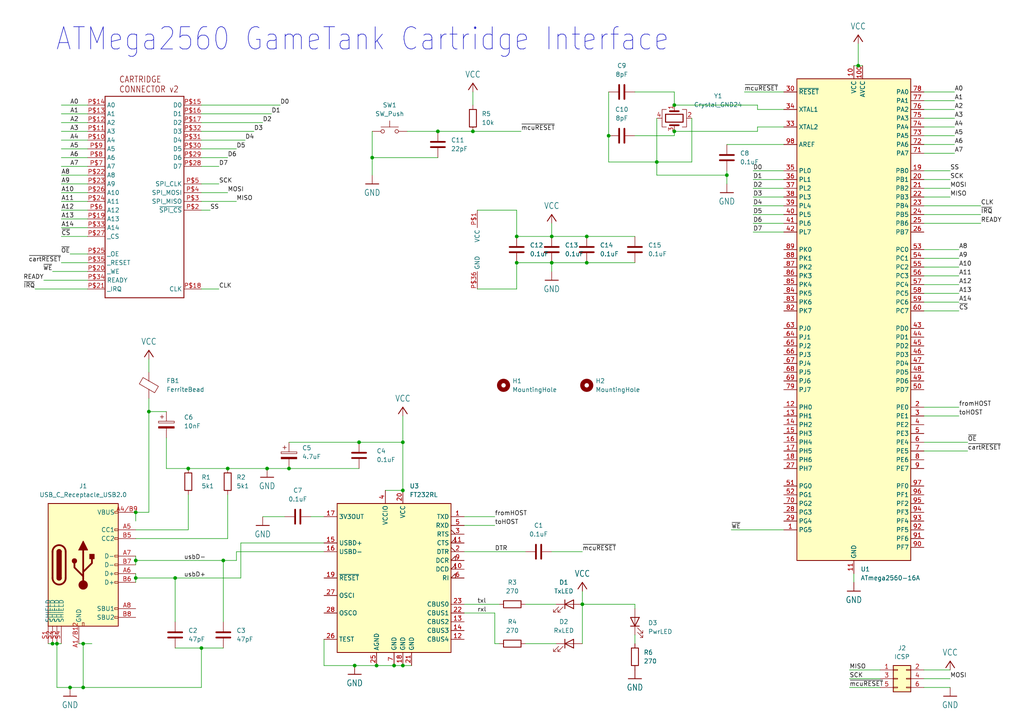
<source format=kicad_sch>
(kicad_sch (version 20230121) (generator eeschema)

  (uuid 28b5c39a-3bca-4ae3-9c02-98d1dbafe5a4)

  (paper "A4")

  (lib_symbols
    (symbol "Connector_Generic:Conn_02x03_Odd_Even" (pin_names (offset 1.016) hide) (in_bom yes) (on_board yes)
      (property "Reference" "J" (at 1.27 5.08 0)
        (effects (font (size 1.27 1.27)))
      )
      (property "Value" "Conn_02x03_Odd_Even" (at 1.27 -5.08 0)
        (effects (font (size 1.27 1.27)))
      )
      (property "Footprint" "" (at 0 0 0)
        (effects (font (size 1.27 1.27)) hide)
      )
      (property "Datasheet" "~" (at 0 0 0)
        (effects (font (size 1.27 1.27)) hide)
      )
      (property "ki_keywords" "connector" (at 0 0 0)
        (effects (font (size 1.27 1.27)) hide)
      )
      (property "ki_description" "Generic connector, double row, 02x03, odd/even pin numbering scheme (row 1 odd numbers, row 2 even numbers), script generated (kicad-library-utils/schlib/autogen/connector/)" (at 0 0 0)
        (effects (font (size 1.27 1.27)) hide)
      )
      (property "ki_fp_filters" "Connector*:*_2x??_*" (at 0 0 0)
        (effects (font (size 1.27 1.27)) hide)
      )
      (symbol "Conn_02x03_Odd_Even_1_1"
        (rectangle (start -1.27 -2.413) (end 0 -2.667)
          (stroke (width 0.1524) (type default))
          (fill (type none))
        )
        (rectangle (start -1.27 0.127) (end 0 -0.127)
          (stroke (width 0.1524) (type default))
          (fill (type none))
        )
        (rectangle (start -1.27 2.667) (end 0 2.413)
          (stroke (width 0.1524) (type default))
          (fill (type none))
        )
        (rectangle (start -1.27 3.81) (end 3.81 -3.81)
          (stroke (width 0.254) (type default))
          (fill (type background))
        )
        (rectangle (start 3.81 -2.413) (end 2.54 -2.667)
          (stroke (width 0.1524) (type default))
          (fill (type none))
        )
        (rectangle (start 3.81 0.127) (end 2.54 -0.127)
          (stroke (width 0.1524) (type default))
          (fill (type none))
        )
        (rectangle (start 3.81 2.667) (end 2.54 2.413)
          (stroke (width 0.1524) (type default))
          (fill (type none))
        )
        (pin passive line (at -5.08 2.54 0) (length 3.81)
          (name "Pin_1" (effects (font (size 1.27 1.27))))
          (number "1" (effects (font (size 1.27 1.27))))
        )
        (pin passive line (at 7.62 2.54 180) (length 3.81)
          (name "Pin_2" (effects (font (size 1.27 1.27))))
          (number "2" (effects (font (size 1.27 1.27))))
        )
        (pin passive line (at -5.08 0 0) (length 3.81)
          (name "Pin_3" (effects (font (size 1.27 1.27))))
          (number "3" (effects (font (size 1.27 1.27))))
        )
        (pin passive line (at 7.62 0 180) (length 3.81)
          (name "Pin_4" (effects (font (size 1.27 1.27))))
          (number "4" (effects (font (size 1.27 1.27))))
        )
        (pin passive line (at -5.08 -2.54 0) (length 3.81)
          (name "Pin_5" (effects (font (size 1.27 1.27))))
          (number "5" (effects (font (size 1.27 1.27))))
        )
        (pin passive line (at 7.62 -2.54 180) (length 3.81)
          (name "Pin_6" (effects (font (size 1.27 1.27))))
          (number "6" (effects (font (size 1.27 1.27))))
        )
      )
    )
    (symbol "Device:C" (pin_numbers hide) (pin_names (offset 0.254)) (in_bom yes) (on_board yes)
      (property "Reference" "C" (at 0.635 2.54 0)
        (effects (font (size 1.27 1.27)) (justify left))
      )
      (property "Value" "C" (at 0.635 -2.54 0)
        (effects (font (size 1.27 1.27)) (justify left))
      )
      (property "Footprint" "" (at 0.9652 -3.81 0)
        (effects (font (size 1.27 1.27)) hide)
      )
      (property "Datasheet" "~" (at 0 0 0)
        (effects (font (size 1.27 1.27)) hide)
      )
      (property "ki_keywords" "cap capacitor" (at 0 0 0)
        (effects (font (size 1.27 1.27)) hide)
      )
      (property "ki_description" "Unpolarized capacitor" (at 0 0 0)
        (effects (font (size 1.27 1.27)) hide)
      )
      (property "ki_fp_filters" "C_*" (at 0 0 0)
        (effects (font (size 1.27 1.27)) hide)
      )
      (symbol "C_0_1"
        (polyline
          (pts
            (xy -2.032 -0.762)
            (xy 2.032 -0.762)
          )
          (stroke (width 0.508) (type default))
          (fill (type none))
        )
        (polyline
          (pts
            (xy -2.032 0.762)
            (xy 2.032 0.762)
          )
          (stroke (width 0.508) (type default))
          (fill (type none))
        )
      )
      (symbol "C_1_1"
        (pin passive line (at 0 3.81 270) (length 2.794)
          (name "~" (effects (font (size 1.27 1.27))))
          (number "1" (effects (font (size 1.27 1.27))))
        )
        (pin passive line (at 0 -3.81 90) (length 2.794)
          (name "~" (effects (font (size 1.27 1.27))))
          (number "2" (effects (font (size 1.27 1.27))))
        )
      )
    )
    (symbol "Device:C_Polarized" (pin_numbers hide) (pin_names (offset 0.254)) (in_bom yes) (on_board yes)
      (property "Reference" "C" (at 0.635 2.54 0)
        (effects (font (size 1.27 1.27)) (justify left))
      )
      (property "Value" "C_Polarized" (at 0.635 -2.54 0)
        (effects (font (size 1.27 1.27)) (justify left))
      )
      (property "Footprint" "" (at 0.9652 -3.81 0)
        (effects (font (size 1.27 1.27)) hide)
      )
      (property "Datasheet" "~" (at 0 0 0)
        (effects (font (size 1.27 1.27)) hide)
      )
      (property "ki_keywords" "cap capacitor" (at 0 0 0)
        (effects (font (size 1.27 1.27)) hide)
      )
      (property "ki_description" "Polarized capacitor" (at 0 0 0)
        (effects (font (size 1.27 1.27)) hide)
      )
      (property "ki_fp_filters" "CP_*" (at 0 0 0)
        (effects (font (size 1.27 1.27)) hide)
      )
      (symbol "C_Polarized_0_1"
        (rectangle (start -2.286 0.508) (end 2.286 1.016)
          (stroke (width 0) (type default))
          (fill (type none))
        )
        (polyline
          (pts
            (xy -1.778 2.286)
            (xy -0.762 2.286)
          )
          (stroke (width 0) (type default))
          (fill (type none))
        )
        (polyline
          (pts
            (xy -1.27 2.794)
            (xy -1.27 1.778)
          )
          (stroke (width 0) (type default))
          (fill (type none))
        )
        (rectangle (start 2.286 -0.508) (end -2.286 -1.016)
          (stroke (width 0) (type default))
          (fill (type outline))
        )
      )
      (symbol "C_Polarized_1_1"
        (pin passive line (at 0 3.81 270) (length 2.794)
          (name "~" (effects (font (size 1.27 1.27))))
          (number "1" (effects (font (size 1.27 1.27))))
        )
        (pin passive line (at 0 -3.81 90) (length 2.794)
          (name "~" (effects (font (size 1.27 1.27))))
          (number "2" (effects (font (size 1.27 1.27))))
        )
      )
    )
    (symbol "Device:Crystal_GND24" (pin_names (offset 1.016) hide) (in_bom yes) (on_board yes)
      (property "Reference" "Y" (at 3.175 5.08 0)
        (effects (font (size 1.27 1.27)) (justify left))
      )
      (property "Value" "Crystal_GND24" (at 3.175 3.175 0)
        (effects (font (size 1.27 1.27)) (justify left))
      )
      (property "Footprint" "" (at 0 0 0)
        (effects (font (size 1.27 1.27)) hide)
      )
      (property "Datasheet" "~" (at 0 0 0)
        (effects (font (size 1.27 1.27)) hide)
      )
      (property "ki_keywords" "quartz ceramic resonator oscillator" (at 0 0 0)
        (effects (font (size 1.27 1.27)) hide)
      )
      (property "ki_description" "Four pin crystal, GND on pins 2 and 4" (at 0 0 0)
        (effects (font (size 1.27 1.27)) hide)
      )
      (property "ki_fp_filters" "Crystal*" (at 0 0 0)
        (effects (font (size 1.27 1.27)) hide)
      )
      (symbol "Crystal_GND24_0_1"
        (rectangle (start -1.143 2.54) (end 1.143 -2.54)
          (stroke (width 0.3048) (type default))
          (fill (type none))
        )
        (polyline
          (pts
            (xy -2.54 0)
            (xy -2.032 0)
          )
          (stroke (width 0) (type default))
          (fill (type none))
        )
        (polyline
          (pts
            (xy -2.032 -1.27)
            (xy -2.032 1.27)
          )
          (stroke (width 0.508) (type default))
          (fill (type none))
        )
        (polyline
          (pts
            (xy 0 -3.81)
            (xy 0 -3.556)
          )
          (stroke (width 0) (type default))
          (fill (type none))
        )
        (polyline
          (pts
            (xy 0 3.556)
            (xy 0 3.81)
          )
          (stroke (width 0) (type default))
          (fill (type none))
        )
        (polyline
          (pts
            (xy 2.032 -1.27)
            (xy 2.032 1.27)
          )
          (stroke (width 0.508) (type default))
          (fill (type none))
        )
        (polyline
          (pts
            (xy 2.032 0)
            (xy 2.54 0)
          )
          (stroke (width 0) (type default))
          (fill (type none))
        )
        (polyline
          (pts
            (xy -2.54 -2.286)
            (xy -2.54 -3.556)
            (xy 2.54 -3.556)
            (xy 2.54 -2.286)
          )
          (stroke (width 0) (type default))
          (fill (type none))
        )
        (polyline
          (pts
            (xy -2.54 2.286)
            (xy -2.54 3.556)
            (xy 2.54 3.556)
            (xy 2.54 2.286)
          )
          (stroke (width 0) (type default))
          (fill (type none))
        )
      )
      (symbol "Crystal_GND24_1_1"
        (pin passive line (at -3.81 0 0) (length 1.27)
          (name "1" (effects (font (size 1.27 1.27))))
          (number "1" (effects (font (size 1.27 1.27))))
        )
        (pin passive line (at 0 5.08 270) (length 1.27)
          (name "2" (effects (font (size 1.27 1.27))))
          (number "2" (effects (font (size 1.27 1.27))))
        )
        (pin passive line (at 3.81 0 180) (length 1.27)
          (name "3" (effects (font (size 1.27 1.27))))
          (number "3" (effects (font (size 1.27 1.27))))
        )
        (pin passive line (at 0 -5.08 90) (length 1.27)
          (name "4" (effects (font (size 1.27 1.27))))
          (number "4" (effects (font (size 1.27 1.27))))
        )
      )
    )
    (symbol "Device:FerriteBead" (pin_numbers hide) (pin_names (offset 0)) (in_bom yes) (on_board yes)
      (property "Reference" "FB" (at -3.81 0.635 90)
        (effects (font (size 1.27 1.27)))
      )
      (property "Value" "FerriteBead" (at 3.81 0 90)
        (effects (font (size 1.27 1.27)))
      )
      (property "Footprint" "" (at -1.778 0 90)
        (effects (font (size 1.27 1.27)) hide)
      )
      (property "Datasheet" "~" (at 0 0 0)
        (effects (font (size 1.27 1.27)) hide)
      )
      (property "ki_keywords" "L ferrite bead inductor filter" (at 0 0 0)
        (effects (font (size 1.27 1.27)) hide)
      )
      (property "ki_description" "Ferrite bead" (at 0 0 0)
        (effects (font (size 1.27 1.27)) hide)
      )
      (property "ki_fp_filters" "Inductor_* L_* *Ferrite*" (at 0 0 0)
        (effects (font (size 1.27 1.27)) hide)
      )
      (symbol "FerriteBead_0_1"
        (polyline
          (pts
            (xy 0 -1.27)
            (xy 0 -1.2192)
          )
          (stroke (width 0) (type default))
          (fill (type none))
        )
        (polyline
          (pts
            (xy 0 1.27)
            (xy 0 1.2954)
          )
          (stroke (width 0) (type default))
          (fill (type none))
        )
        (polyline
          (pts
            (xy -2.7686 0.4064)
            (xy -1.7018 2.2606)
            (xy 2.7686 -0.3048)
            (xy 1.6764 -2.159)
            (xy -2.7686 0.4064)
          )
          (stroke (width 0) (type default))
          (fill (type none))
        )
      )
      (symbol "FerriteBead_1_1"
        (pin passive line (at 0 3.81 270) (length 2.54)
          (name "~" (effects (font (size 1.27 1.27))))
          (number "1" (effects (font (size 1.27 1.27))))
        )
        (pin passive line (at 0 -3.81 90) (length 2.54)
          (name "~" (effects (font (size 1.27 1.27))))
          (number "2" (effects (font (size 1.27 1.27))))
        )
      )
    )
    (symbol "Device:LED" (pin_numbers hide) (pin_names (offset 1.016) hide) (in_bom yes) (on_board yes)
      (property "Reference" "D" (at 0 2.54 0)
        (effects (font (size 1.27 1.27)))
      )
      (property "Value" "LED" (at 0 -2.54 0)
        (effects (font (size 1.27 1.27)))
      )
      (property "Footprint" "" (at 0 0 0)
        (effects (font (size 1.27 1.27)) hide)
      )
      (property "Datasheet" "~" (at 0 0 0)
        (effects (font (size 1.27 1.27)) hide)
      )
      (property "ki_keywords" "LED diode" (at 0 0 0)
        (effects (font (size 1.27 1.27)) hide)
      )
      (property "ki_description" "Light emitting diode" (at 0 0 0)
        (effects (font (size 1.27 1.27)) hide)
      )
      (property "ki_fp_filters" "LED* LED_SMD:* LED_THT:*" (at 0 0 0)
        (effects (font (size 1.27 1.27)) hide)
      )
      (symbol "LED_0_1"
        (polyline
          (pts
            (xy -1.27 -1.27)
            (xy -1.27 1.27)
          )
          (stroke (width 0.254) (type default))
          (fill (type none))
        )
        (polyline
          (pts
            (xy -1.27 0)
            (xy 1.27 0)
          )
          (stroke (width 0) (type default))
          (fill (type none))
        )
        (polyline
          (pts
            (xy 1.27 -1.27)
            (xy 1.27 1.27)
            (xy -1.27 0)
            (xy 1.27 -1.27)
          )
          (stroke (width 0.254) (type default))
          (fill (type none))
        )
        (polyline
          (pts
            (xy -3.048 -0.762)
            (xy -4.572 -2.286)
            (xy -3.81 -2.286)
            (xy -4.572 -2.286)
            (xy -4.572 -1.524)
          )
          (stroke (width 0) (type default))
          (fill (type none))
        )
        (polyline
          (pts
            (xy -1.778 -0.762)
            (xy -3.302 -2.286)
            (xy -2.54 -2.286)
            (xy -3.302 -2.286)
            (xy -3.302 -1.524)
          )
          (stroke (width 0) (type default))
          (fill (type none))
        )
      )
      (symbol "LED_1_1"
        (pin passive line (at -3.81 0 0) (length 2.54)
          (name "K" (effects (font (size 1.27 1.27))))
          (number "1" (effects (font (size 1.27 1.27))))
        )
        (pin passive line (at 3.81 0 180) (length 2.54)
          (name "A" (effects (font (size 1.27 1.27))))
          (number "2" (effects (font (size 1.27 1.27))))
        )
      )
    )
    (symbol "Device:R" (pin_numbers hide) (pin_names (offset 0)) (in_bom yes) (on_board yes)
      (property "Reference" "R" (at 2.032 0 90)
        (effects (font (size 1.27 1.27)))
      )
      (property "Value" "R" (at 0 0 90)
        (effects (font (size 1.27 1.27)))
      )
      (property "Footprint" "" (at -1.778 0 90)
        (effects (font (size 1.27 1.27)) hide)
      )
      (property "Datasheet" "~" (at 0 0 0)
        (effects (font (size 1.27 1.27)) hide)
      )
      (property "ki_keywords" "R res resistor" (at 0 0 0)
        (effects (font (size 1.27 1.27)) hide)
      )
      (property "ki_description" "Resistor" (at 0 0 0)
        (effects (font (size 1.27 1.27)) hide)
      )
      (property "ki_fp_filters" "R_*" (at 0 0 0)
        (effects (font (size 1.27 1.27)) hide)
      )
      (symbol "R_0_1"
        (rectangle (start -1.016 -2.54) (end 1.016 2.54)
          (stroke (width 0.254) (type default))
          (fill (type none))
        )
      )
      (symbol "R_1_1"
        (pin passive line (at 0 3.81 270) (length 1.27)
          (name "~" (effects (font (size 1.27 1.27))))
          (number "1" (effects (font (size 1.27 1.27))))
        )
        (pin passive line (at 0 -3.81 90) (length 1.27)
          (name "~" (effects (font (size 1.27 1.27))))
          (number "2" (effects (font (size 1.27 1.27))))
        )
      )
    )
    (symbol "Interface_USB:FT232RL" (in_bom yes) (on_board yes)
      (property "Reference" "U" (at -16.51 22.86 0)
        (effects (font (size 1.27 1.27)) (justify left))
      )
      (property "Value" "FT232RL" (at 10.16 22.86 0)
        (effects (font (size 1.27 1.27)) (justify left))
      )
      (property "Footprint" "Package_SO:SSOP-28_5.3x10.2mm_P0.65mm" (at 27.94 -22.86 0)
        (effects (font (size 1.27 1.27)) hide)
      )
      (property "Datasheet" "https://www.ftdichip.com/Support/Documents/DataSheets/ICs/DS_FT232R.pdf" (at 0 0 0)
        (effects (font (size 1.27 1.27)) hide)
      )
      (property "ki_keywords" "FTDI USB Serial" (at 0 0 0)
        (effects (font (size 1.27 1.27)) hide)
      )
      (property "ki_description" "USB to Serial Interface, SSOP-28" (at 0 0 0)
        (effects (font (size 1.27 1.27)) hide)
      )
      (property "ki_fp_filters" "SSOP*5.3x10.2mm*P0.65mm*" (at 0 0 0)
        (effects (font (size 1.27 1.27)) hide)
      )
      (symbol "FT232RL_0_1"
        (rectangle (start -16.51 21.59) (end 16.51 -21.59)
          (stroke (width 0.254) (type default))
          (fill (type background))
        )
      )
      (symbol "FT232RL_1_1"
        (pin output line (at 20.32 17.78 180) (length 3.81)
          (name "TXD" (effects (font (size 1.27 1.27))))
          (number "1" (effects (font (size 1.27 1.27))))
        )
        (pin input input_low (at 20.32 2.54 180) (length 3.81)
          (name "DCD" (effects (font (size 1.27 1.27))))
          (number "10" (effects (font (size 1.27 1.27))))
        )
        (pin input input_low (at 20.32 10.16 180) (length 3.81)
          (name "CTS" (effects (font (size 1.27 1.27))))
          (number "11" (effects (font (size 1.27 1.27))))
        )
        (pin bidirectional line (at 20.32 -17.78 180) (length 3.81)
          (name "CBUS4" (effects (font (size 1.27 1.27))))
          (number "12" (effects (font (size 1.27 1.27))))
        )
        (pin bidirectional line (at 20.32 -12.7 180) (length 3.81)
          (name "CBUS2" (effects (font (size 1.27 1.27))))
          (number "13" (effects (font (size 1.27 1.27))))
        )
        (pin bidirectional line (at 20.32 -15.24 180) (length 3.81)
          (name "CBUS3" (effects (font (size 1.27 1.27))))
          (number "14" (effects (font (size 1.27 1.27))))
        )
        (pin bidirectional line (at -20.32 10.16 0) (length 3.81)
          (name "USBD+" (effects (font (size 1.27 1.27))))
          (number "15" (effects (font (size 1.27 1.27))))
        )
        (pin bidirectional line (at -20.32 7.62 0) (length 3.81)
          (name "USBD-" (effects (font (size 1.27 1.27))))
          (number "16" (effects (font (size 1.27 1.27))))
        )
        (pin power_out line (at -20.32 17.78 0) (length 3.81)
          (name "3V3OUT" (effects (font (size 1.27 1.27))))
          (number "17" (effects (font (size 1.27 1.27))))
        )
        (pin power_in line (at 2.54 -25.4 90) (length 3.81)
          (name "GND" (effects (font (size 1.27 1.27))))
          (number "18" (effects (font (size 1.27 1.27))))
        )
        (pin input line (at -20.32 0 0) (length 3.81)
          (name "~{RESET}" (effects (font (size 1.27 1.27))))
          (number "19" (effects (font (size 1.27 1.27))))
        )
        (pin output output_low (at 20.32 7.62 180) (length 3.81)
          (name "DTR" (effects (font (size 1.27 1.27))))
          (number "2" (effects (font (size 1.27 1.27))))
        )
        (pin power_in line (at 2.54 25.4 270) (length 3.81)
          (name "VCC" (effects (font (size 1.27 1.27))))
          (number "20" (effects (font (size 1.27 1.27))))
        )
        (pin power_in line (at 5.08 -25.4 90) (length 3.81)
          (name "GND" (effects (font (size 1.27 1.27))))
          (number "21" (effects (font (size 1.27 1.27))))
        )
        (pin bidirectional line (at 20.32 -10.16 180) (length 3.81)
          (name "CBUS1" (effects (font (size 1.27 1.27))))
          (number "22" (effects (font (size 1.27 1.27))))
        )
        (pin bidirectional line (at 20.32 -7.62 180) (length 3.81)
          (name "CBUS0" (effects (font (size 1.27 1.27))))
          (number "23" (effects (font (size 1.27 1.27))))
        )
        (pin power_in line (at -5.08 -25.4 90) (length 3.81)
          (name "AGND" (effects (font (size 1.27 1.27))))
          (number "25" (effects (font (size 1.27 1.27))))
        )
        (pin input line (at -20.32 -17.78 0) (length 3.81)
          (name "TEST" (effects (font (size 1.27 1.27))))
          (number "26" (effects (font (size 1.27 1.27))))
        )
        (pin input line (at -20.32 -5.08 0) (length 3.81)
          (name "OSCI" (effects (font (size 1.27 1.27))))
          (number "27" (effects (font (size 1.27 1.27))))
        )
        (pin output line (at -20.32 -10.16 0) (length 3.81)
          (name "OSCO" (effects (font (size 1.27 1.27))))
          (number "28" (effects (font (size 1.27 1.27))))
        )
        (pin output output_low (at 20.32 12.7 180) (length 3.81)
          (name "RTS" (effects (font (size 1.27 1.27))))
          (number "3" (effects (font (size 1.27 1.27))))
        )
        (pin power_in line (at -2.54 25.4 270) (length 3.81)
          (name "VCCIO" (effects (font (size 1.27 1.27))))
          (number "4" (effects (font (size 1.27 1.27))))
        )
        (pin input line (at 20.32 15.24 180) (length 3.81)
          (name "RXD" (effects (font (size 1.27 1.27))))
          (number "5" (effects (font (size 1.27 1.27))))
        )
        (pin input input_low (at 20.32 0 180) (length 3.81)
          (name "RI" (effects (font (size 1.27 1.27))))
          (number "6" (effects (font (size 1.27 1.27))))
        )
        (pin power_in line (at 0 -25.4 90) (length 3.81)
          (name "GND" (effects (font (size 1.27 1.27))))
          (number "7" (effects (font (size 1.27 1.27))))
        )
        (pin input input_low (at 20.32 5.08 180) (length 3.81)
          (name "DCR" (effects (font (size 1.27 1.27))))
          (number "9" (effects (font (size 1.27 1.27))))
        )
      )
    )
    (symbol "MCU_Microchip_ATmega:ATmega2560-16A" (in_bom yes) (on_board yes)
      (property "Reference" "U" (at 0 1.27 0)
        (effects (font (size 1.27 1.27)) (justify bottom))
      )
      (property "Value" "ATmega2560-16A" (at 0 -1.27 0)
        (effects (font (size 1.27 1.27)) (justify top))
      )
      (property "Footprint" "Package_QFP:TQFP-100_14x14mm_P0.5mm" (at 0 0 0)
        (effects (font (size 1.27 1.27) italic) hide)
      )
      (property "Datasheet" "http://ww1.microchip.com/downloads/en/DeviceDoc/Atmel-2549-8-bit-AVR-Microcontroller-ATmega640-1280-1281-2560-2561_datasheet.pdf" (at 0 0 0)
        (effects (font (size 1.27 1.27)) hide)
      )
      (property "ki_keywords" "AVR 8bit Microcontroller MegaAVR" (at 0 0 0)
        (effects (font (size 1.27 1.27)) hide)
      )
      (property "ki_description" "16MHz, 256kB Flash, 8kB SRAM, 4kB EEPROM, JTAG, TQFP-100" (at 0 0 0)
        (effects (font (size 1.27 1.27)) hide)
      )
      (property "ki_fp_filters" "TQFP*14x14mm*P0.5mm*" (at 0 0 0)
        (effects (font (size 1.27 1.27)) hide)
      )
      (symbol "ATmega2560-16A_0_1"
        (rectangle (start -16.51 -69.85) (end 16.51 69.85)
          (stroke (width 0.254) (type default))
          (fill (type background))
        )
      )
      (symbol "ATmega2560-16A_1_1"
        (pin bidirectional line (at -20.32 -60.96 0) (length 3.81)
          (name "PG5" (effects (font (size 1.27 1.27))))
          (number "1" (effects (font (size 1.27 1.27))))
        )
        (pin power_in line (at 0 73.66 270) (length 3.81)
          (name "VCC" (effects (font (size 1.27 1.27))))
          (number "10" (effects (font (size 1.27 1.27))))
        )
        (pin power_in line (at 2.54 73.66 270) (length 3.81)
          (name "AVCC" (effects (font (size 1.27 1.27))))
          (number "100" (effects (font (size 1.27 1.27))))
        )
        (pin power_in line (at 0 -73.66 90) (length 3.81)
          (name "GND" (effects (font (size 1.27 1.27))))
          (number "11" (effects (font (size 1.27 1.27))))
        )
        (pin bidirectional line (at -20.32 -25.4 0) (length 3.81)
          (name "PH0" (effects (font (size 1.27 1.27))))
          (number "12" (effects (font (size 1.27 1.27))))
        )
        (pin bidirectional line (at -20.32 -27.94 0) (length 3.81)
          (name "PH1" (effects (font (size 1.27 1.27))))
          (number "13" (effects (font (size 1.27 1.27))))
        )
        (pin bidirectional line (at -20.32 -30.48 0) (length 3.81)
          (name "PH2" (effects (font (size 1.27 1.27))))
          (number "14" (effects (font (size 1.27 1.27))))
        )
        (pin bidirectional line (at -20.32 -33.02 0) (length 3.81)
          (name "PH3" (effects (font (size 1.27 1.27))))
          (number "15" (effects (font (size 1.27 1.27))))
        )
        (pin bidirectional line (at -20.32 -35.56 0) (length 3.81)
          (name "PH4" (effects (font (size 1.27 1.27))))
          (number "16" (effects (font (size 1.27 1.27))))
        )
        (pin bidirectional line (at -20.32 -38.1 0) (length 3.81)
          (name "PH5" (effects (font (size 1.27 1.27))))
          (number "17" (effects (font (size 1.27 1.27))))
        )
        (pin bidirectional line (at -20.32 -40.64 0) (length 3.81)
          (name "PH6" (effects (font (size 1.27 1.27))))
          (number "18" (effects (font (size 1.27 1.27))))
        )
        (pin bidirectional line (at 20.32 43.18 180) (length 3.81)
          (name "PB0" (effects (font (size 1.27 1.27))))
          (number "19" (effects (font (size 1.27 1.27))))
        )
        (pin bidirectional line (at 20.32 -25.4 180) (length 3.81)
          (name "PE0" (effects (font (size 1.27 1.27))))
          (number "2" (effects (font (size 1.27 1.27))))
        )
        (pin bidirectional line (at 20.32 40.64 180) (length 3.81)
          (name "PB1" (effects (font (size 1.27 1.27))))
          (number "20" (effects (font (size 1.27 1.27))))
        )
        (pin bidirectional line (at 20.32 38.1 180) (length 3.81)
          (name "PB2" (effects (font (size 1.27 1.27))))
          (number "21" (effects (font (size 1.27 1.27))))
        )
        (pin bidirectional line (at 20.32 35.56 180) (length 3.81)
          (name "PB3" (effects (font (size 1.27 1.27))))
          (number "22" (effects (font (size 1.27 1.27))))
        )
        (pin bidirectional line (at 20.32 33.02 180) (length 3.81)
          (name "PB4" (effects (font (size 1.27 1.27))))
          (number "23" (effects (font (size 1.27 1.27))))
        )
        (pin bidirectional line (at 20.32 30.48 180) (length 3.81)
          (name "PB5" (effects (font (size 1.27 1.27))))
          (number "24" (effects (font (size 1.27 1.27))))
        )
        (pin bidirectional line (at 20.32 27.94 180) (length 3.81)
          (name "PB6" (effects (font (size 1.27 1.27))))
          (number "25" (effects (font (size 1.27 1.27))))
        )
        (pin bidirectional line (at 20.32 25.4 180) (length 3.81)
          (name "PB7" (effects (font (size 1.27 1.27))))
          (number "26" (effects (font (size 1.27 1.27))))
        )
        (pin bidirectional line (at -20.32 -43.18 0) (length 3.81)
          (name "PH7" (effects (font (size 1.27 1.27))))
          (number "27" (effects (font (size 1.27 1.27))))
        )
        (pin bidirectional line (at -20.32 -55.88 0) (length 3.81)
          (name "PG3" (effects (font (size 1.27 1.27))))
          (number "28" (effects (font (size 1.27 1.27))))
        )
        (pin bidirectional line (at -20.32 -58.42 0) (length 3.81)
          (name "PG4" (effects (font (size 1.27 1.27))))
          (number "29" (effects (font (size 1.27 1.27))))
        )
        (pin bidirectional line (at 20.32 -27.94 180) (length 3.81)
          (name "PE1" (effects (font (size 1.27 1.27))))
          (number "3" (effects (font (size 1.27 1.27))))
        )
        (pin input line (at -20.32 66.04 0) (length 3.81)
          (name "~{RESET}" (effects (font (size 1.27 1.27))))
          (number "30" (effects (font (size 1.27 1.27))))
        )
        (pin passive line (at 0 73.66 270) (length 3.81) hide
          (name "VCC" (effects (font (size 1.27 1.27))))
          (number "31" (effects (font (size 1.27 1.27))))
        )
        (pin passive line (at 0 -73.66 90) (length 3.81) hide
          (name "GND" (effects (font (size 1.27 1.27))))
          (number "32" (effects (font (size 1.27 1.27))))
        )
        (pin output line (at -20.32 55.88 0) (length 3.81)
          (name "XTAL2" (effects (font (size 1.27 1.27))))
          (number "33" (effects (font (size 1.27 1.27))))
        )
        (pin input line (at -20.32 60.96 0) (length 3.81)
          (name "XTAL1" (effects (font (size 1.27 1.27))))
          (number "34" (effects (font (size 1.27 1.27))))
        )
        (pin bidirectional line (at -20.32 43.18 0) (length 3.81)
          (name "PL0" (effects (font (size 1.27 1.27))))
          (number "35" (effects (font (size 1.27 1.27))))
        )
        (pin bidirectional line (at -20.32 40.64 0) (length 3.81)
          (name "PL1" (effects (font (size 1.27 1.27))))
          (number "36" (effects (font (size 1.27 1.27))))
        )
        (pin bidirectional line (at -20.32 38.1 0) (length 3.81)
          (name "PL2" (effects (font (size 1.27 1.27))))
          (number "37" (effects (font (size 1.27 1.27))))
        )
        (pin bidirectional line (at -20.32 35.56 0) (length 3.81)
          (name "PL3" (effects (font (size 1.27 1.27))))
          (number "38" (effects (font (size 1.27 1.27))))
        )
        (pin bidirectional line (at -20.32 33.02 0) (length 3.81)
          (name "PL4" (effects (font (size 1.27 1.27))))
          (number "39" (effects (font (size 1.27 1.27))))
        )
        (pin bidirectional line (at 20.32 -30.48 180) (length 3.81)
          (name "PE2" (effects (font (size 1.27 1.27))))
          (number "4" (effects (font (size 1.27 1.27))))
        )
        (pin bidirectional line (at -20.32 30.48 0) (length 3.81)
          (name "PL5" (effects (font (size 1.27 1.27))))
          (number "40" (effects (font (size 1.27 1.27))))
        )
        (pin bidirectional line (at -20.32 27.94 0) (length 3.81)
          (name "PL6" (effects (font (size 1.27 1.27))))
          (number "41" (effects (font (size 1.27 1.27))))
        )
        (pin bidirectional line (at -20.32 25.4 0) (length 3.81)
          (name "PL7" (effects (font (size 1.27 1.27))))
          (number "42" (effects (font (size 1.27 1.27))))
        )
        (pin bidirectional line (at 20.32 -2.54 180) (length 3.81)
          (name "PD0" (effects (font (size 1.27 1.27))))
          (number "43" (effects (font (size 1.27 1.27))))
        )
        (pin bidirectional line (at 20.32 -5.08 180) (length 3.81)
          (name "PD1" (effects (font (size 1.27 1.27))))
          (number "44" (effects (font (size 1.27 1.27))))
        )
        (pin bidirectional line (at 20.32 -7.62 180) (length 3.81)
          (name "PD2" (effects (font (size 1.27 1.27))))
          (number "45" (effects (font (size 1.27 1.27))))
        )
        (pin bidirectional line (at 20.32 -10.16 180) (length 3.81)
          (name "PD3" (effects (font (size 1.27 1.27))))
          (number "46" (effects (font (size 1.27 1.27))))
        )
        (pin bidirectional line (at 20.32 -12.7 180) (length 3.81)
          (name "PD4" (effects (font (size 1.27 1.27))))
          (number "47" (effects (font (size 1.27 1.27))))
        )
        (pin bidirectional line (at 20.32 -15.24 180) (length 3.81)
          (name "PD5" (effects (font (size 1.27 1.27))))
          (number "48" (effects (font (size 1.27 1.27))))
        )
        (pin bidirectional line (at 20.32 -17.78 180) (length 3.81)
          (name "PD6" (effects (font (size 1.27 1.27))))
          (number "49" (effects (font (size 1.27 1.27))))
        )
        (pin bidirectional line (at 20.32 -33.02 180) (length 3.81)
          (name "PE3" (effects (font (size 1.27 1.27))))
          (number "5" (effects (font (size 1.27 1.27))))
        )
        (pin bidirectional line (at 20.32 -20.32 180) (length 3.81)
          (name "PD7" (effects (font (size 1.27 1.27))))
          (number "50" (effects (font (size 1.27 1.27))))
        )
        (pin bidirectional line (at -20.32 -48.26 0) (length 3.81)
          (name "PG0" (effects (font (size 1.27 1.27))))
          (number "51" (effects (font (size 1.27 1.27))))
        )
        (pin bidirectional line (at -20.32 -50.8 0) (length 3.81)
          (name "PG1" (effects (font (size 1.27 1.27))))
          (number "52" (effects (font (size 1.27 1.27))))
        )
        (pin bidirectional line (at 20.32 20.32 180) (length 3.81)
          (name "PC0" (effects (font (size 1.27 1.27))))
          (number "53" (effects (font (size 1.27 1.27))))
        )
        (pin bidirectional line (at 20.32 17.78 180) (length 3.81)
          (name "PC1" (effects (font (size 1.27 1.27))))
          (number "54" (effects (font (size 1.27 1.27))))
        )
        (pin bidirectional line (at 20.32 15.24 180) (length 3.81)
          (name "PC2" (effects (font (size 1.27 1.27))))
          (number "55" (effects (font (size 1.27 1.27))))
        )
        (pin bidirectional line (at 20.32 12.7 180) (length 3.81)
          (name "PC3" (effects (font (size 1.27 1.27))))
          (number "56" (effects (font (size 1.27 1.27))))
        )
        (pin bidirectional line (at 20.32 10.16 180) (length 3.81)
          (name "PC4" (effects (font (size 1.27 1.27))))
          (number "57" (effects (font (size 1.27 1.27))))
        )
        (pin bidirectional line (at 20.32 7.62 180) (length 3.81)
          (name "PC5" (effects (font (size 1.27 1.27))))
          (number "58" (effects (font (size 1.27 1.27))))
        )
        (pin bidirectional line (at 20.32 5.08 180) (length 3.81)
          (name "PC6" (effects (font (size 1.27 1.27))))
          (number "59" (effects (font (size 1.27 1.27))))
        )
        (pin bidirectional line (at 20.32 -35.56 180) (length 3.81)
          (name "PE4" (effects (font (size 1.27 1.27))))
          (number "6" (effects (font (size 1.27 1.27))))
        )
        (pin bidirectional line (at 20.32 2.54 180) (length 3.81)
          (name "PC7" (effects (font (size 1.27 1.27))))
          (number "60" (effects (font (size 1.27 1.27))))
        )
        (pin passive line (at 0 73.66 270) (length 3.81) hide
          (name "VCC" (effects (font (size 1.27 1.27))))
          (number "61" (effects (font (size 1.27 1.27))))
        )
        (pin passive line (at 0 -73.66 90) (length 3.81) hide
          (name "GND" (effects (font (size 1.27 1.27))))
          (number "62" (effects (font (size 1.27 1.27))))
        )
        (pin bidirectional line (at -20.32 -2.54 0) (length 3.81)
          (name "PJ0" (effects (font (size 1.27 1.27))))
          (number "63" (effects (font (size 1.27 1.27))))
        )
        (pin bidirectional line (at -20.32 -5.08 0) (length 3.81)
          (name "PJ1" (effects (font (size 1.27 1.27))))
          (number "64" (effects (font (size 1.27 1.27))))
        )
        (pin bidirectional line (at -20.32 -7.62 0) (length 3.81)
          (name "PJ2" (effects (font (size 1.27 1.27))))
          (number "65" (effects (font (size 1.27 1.27))))
        )
        (pin bidirectional line (at -20.32 -10.16 0) (length 3.81)
          (name "PJ3" (effects (font (size 1.27 1.27))))
          (number "66" (effects (font (size 1.27 1.27))))
        )
        (pin bidirectional line (at -20.32 -12.7 0) (length 3.81)
          (name "PJ4" (effects (font (size 1.27 1.27))))
          (number "67" (effects (font (size 1.27 1.27))))
        )
        (pin bidirectional line (at -20.32 -15.24 0) (length 3.81)
          (name "PJ5" (effects (font (size 1.27 1.27))))
          (number "68" (effects (font (size 1.27 1.27))))
        )
        (pin bidirectional line (at -20.32 -17.78 0) (length 3.81)
          (name "PJ6" (effects (font (size 1.27 1.27))))
          (number "69" (effects (font (size 1.27 1.27))))
        )
        (pin bidirectional line (at 20.32 -38.1 180) (length 3.81)
          (name "PE5" (effects (font (size 1.27 1.27))))
          (number "7" (effects (font (size 1.27 1.27))))
        )
        (pin bidirectional line (at -20.32 -53.34 0) (length 3.81)
          (name "PG2" (effects (font (size 1.27 1.27))))
          (number "70" (effects (font (size 1.27 1.27))))
        )
        (pin bidirectional line (at 20.32 48.26 180) (length 3.81)
          (name "PA7" (effects (font (size 1.27 1.27))))
          (number "71" (effects (font (size 1.27 1.27))))
        )
        (pin bidirectional line (at 20.32 50.8 180) (length 3.81)
          (name "PA6" (effects (font (size 1.27 1.27))))
          (number "72" (effects (font (size 1.27 1.27))))
        )
        (pin bidirectional line (at 20.32 53.34 180) (length 3.81)
          (name "PA5" (effects (font (size 1.27 1.27))))
          (number "73" (effects (font (size 1.27 1.27))))
        )
        (pin bidirectional line (at 20.32 55.88 180) (length 3.81)
          (name "PA4" (effects (font (size 1.27 1.27))))
          (number "74" (effects (font (size 1.27 1.27))))
        )
        (pin bidirectional line (at 20.32 58.42 180) (length 3.81)
          (name "PA3" (effects (font (size 1.27 1.27))))
          (number "75" (effects (font (size 1.27 1.27))))
        )
        (pin bidirectional line (at 20.32 60.96 180) (length 3.81)
          (name "PA2" (effects (font (size 1.27 1.27))))
          (number "76" (effects (font (size 1.27 1.27))))
        )
        (pin bidirectional line (at 20.32 63.5 180) (length 3.81)
          (name "PA1" (effects (font (size 1.27 1.27))))
          (number "77" (effects (font (size 1.27 1.27))))
        )
        (pin bidirectional line (at 20.32 66.04 180) (length 3.81)
          (name "PA0" (effects (font (size 1.27 1.27))))
          (number "78" (effects (font (size 1.27 1.27))))
        )
        (pin bidirectional line (at -20.32 -20.32 0) (length 3.81)
          (name "PJ7" (effects (font (size 1.27 1.27))))
          (number "79" (effects (font (size 1.27 1.27))))
        )
        (pin bidirectional line (at 20.32 -40.64 180) (length 3.81)
          (name "PE6" (effects (font (size 1.27 1.27))))
          (number "8" (effects (font (size 1.27 1.27))))
        )
        (pin passive line (at 0 73.66 270) (length 3.81) hide
          (name "VCC" (effects (font (size 1.27 1.27))))
          (number "80" (effects (font (size 1.27 1.27))))
        )
        (pin passive line (at 0 -73.66 90) (length 3.81) hide
          (name "GND" (effects (font (size 1.27 1.27))))
          (number "81" (effects (font (size 1.27 1.27))))
        )
        (pin bidirectional line (at -20.32 2.54 0) (length 3.81)
          (name "PK7" (effects (font (size 1.27 1.27))))
          (number "82" (effects (font (size 1.27 1.27))))
        )
        (pin bidirectional line (at -20.32 5.08 0) (length 3.81)
          (name "PK6" (effects (font (size 1.27 1.27))))
          (number "83" (effects (font (size 1.27 1.27))))
        )
        (pin bidirectional line (at -20.32 7.62 0) (length 3.81)
          (name "PK5" (effects (font (size 1.27 1.27))))
          (number "84" (effects (font (size 1.27 1.27))))
        )
        (pin bidirectional line (at -20.32 10.16 0) (length 3.81)
          (name "PK4" (effects (font (size 1.27 1.27))))
          (number "85" (effects (font (size 1.27 1.27))))
        )
        (pin bidirectional line (at -20.32 12.7 0) (length 3.81)
          (name "PK3" (effects (font (size 1.27 1.27))))
          (number "86" (effects (font (size 1.27 1.27))))
        )
        (pin bidirectional line (at -20.32 15.24 0) (length 3.81)
          (name "PK2" (effects (font (size 1.27 1.27))))
          (number "87" (effects (font (size 1.27 1.27))))
        )
        (pin bidirectional line (at -20.32 17.78 0) (length 3.81)
          (name "PK1" (effects (font (size 1.27 1.27))))
          (number "88" (effects (font (size 1.27 1.27))))
        )
        (pin bidirectional line (at -20.32 20.32 0) (length 3.81)
          (name "PK0" (effects (font (size 1.27 1.27))))
          (number "89" (effects (font (size 1.27 1.27))))
        )
        (pin bidirectional line (at 20.32 -43.18 180) (length 3.81)
          (name "PE7" (effects (font (size 1.27 1.27))))
          (number "9" (effects (font (size 1.27 1.27))))
        )
        (pin bidirectional line (at 20.32 -66.04 180) (length 3.81)
          (name "PF7" (effects (font (size 1.27 1.27))))
          (number "90" (effects (font (size 1.27 1.27))))
        )
        (pin bidirectional line (at 20.32 -63.5 180) (length 3.81)
          (name "PF6" (effects (font (size 1.27 1.27))))
          (number "91" (effects (font (size 1.27 1.27))))
        )
        (pin bidirectional line (at 20.32 -60.96 180) (length 3.81)
          (name "PF5" (effects (font (size 1.27 1.27))))
          (number "92" (effects (font (size 1.27 1.27))))
        )
        (pin bidirectional line (at 20.32 -58.42 180) (length 3.81)
          (name "PF4" (effects (font (size 1.27 1.27))))
          (number "93" (effects (font (size 1.27 1.27))))
        )
        (pin bidirectional line (at 20.32 -55.88 180) (length 3.81)
          (name "PF3" (effects (font (size 1.27 1.27))))
          (number "94" (effects (font (size 1.27 1.27))))
        )
        (pin bidirectional line (at 20.32 -53.34 180) (length 3.81)
          (name "PF2" (effects (font (size 1.27 1.27))))
          (number "95" (effects (font (size 1.27 1.27))))
        )
        (pin bidirectional line (at 20.32 -50.8 180) (length 3.81)
          (name "PF1" (effects (font (size 1.27 1.27))))
          (number "96" (effects (font (size 1.27 1.27))))
        )
        (pin bidirectional line (at 20.32 -48.26 180) (length 3.81)
          (name "PF0" (effects (font (size 1.27 1.27))))
          (number "97" (effects (font (size 1.27 1.27))))
        )
        (pin passive line (at -20.32 50.8 0) (length 3.81)
          (name "AREF" (effects (font (size 1.27 1.27))))
          (number "98" (effects (font (size 1.27 1.27))))
        )
        (pin passive line (at 0 -73.66 90) (length 3.81) hide
          (name "GND" (effects (font (size 1.27 1.27))))
          (number "99" (effects (font (size 1.27 1.27))))
        )
      )
    )
    (symbol "Mechanical:MountingHole" (pin_names (offset 1.016)) (in_bom yes) (on_board yes)
      (property "Reference" "H" (at 0 5.08 0)
        (effects (font (size 1.27 1.27)))
      )
      (property "Value" "MountingHole" (at 0 3.175 0)
        (effects (font (size 1.27 1.27)))
      )
      (property "Footprint" "" (at 0 0 0)
        (effects (font (size 1.27 1.27)) hide)
      )
      (property "Datasheet" "~" (at 0 0 0)
        (effects (font (size 1.27 1.27)) hide)
      )
      (property "ki_keywords" "mounting hole" (at 0 0 0)
        (effects (font (size 1.27 1.27)) hide)
      )
      (property "ki_description" "Mounting Hole without connection" (at 0 0 0)
        (effects (font (size 1.27 1.27)) hide)
      )
      (property "ki_fp_filters" "MountingHole*" (at 0 0 0)
        (effects (font (size 1.27 1.27)) hide)
      )
      (symbol "MountingHole_0_1"
        (circle (center 0 0) (radius 1.27)
          (stroke (width 1.27) (type default))
          (fill (type none))
        )
      )
    )
    (symbol "MegaProgrammer-eagle-import:GND" (power) (in_bom yes) (on_board yes)
      (property "Reference" "#GND" (at 0 0 0)
        (effects (font (size 1.27 1.27)) hide)
      )
      (property "Value" "GND" (at -2.54 -2.54 0)
        (effects (font (size 1.778 1.5113)) (justify left bottom))
      )
      (property "Footprint" "" (at 0 0 0)
        (effects (font (size 1.27 1.27)) hide)
      )
      (property "Datasheet" "" (at 0 0 0)
        (effects (font (size 1.27 1.27)) hide)
      )
      (property "ki_locked" "" (at 0 0 0)
        (effects (font (size 1.27 1.27)))
      )
      (symbol "GND_1_0"
        (polyline
          (pts
            (xy -1.905 0)
            (xy 1.905 0)
          )
          (stroke (width 0.254) (type solid))
          (fill (type none))
        )
        (pin power_in line (at 0 2.54 270) (length 2.54)
          (name "GND" (effects (font (size 0 0))))
          (number "1" (effects (font (size 0 0))))
        )
      )
    )
    (symbol "MegaProgrammer-eagle-import:GT_CART3GT_SLOT" (in_bom yes) (on_board yes)
      (property "Reference" "" (at 0 0 0)
        (effects (font (size 1.27 1.27)) hide)
      )
      (property "Value" "" (at 0 0 0)
        (effects (font (size 1.27 1.27)) hide)
      )
      (property "Footprint" "MegaProgrammer:SLOT36" (at 0 0 0)
        (effects (font (size 1.27 1.27)) hide)
      )
      (property "Datasheet" "" (at 0 0 0)
        (effects (font (size 1.27 1.27)) hide)
      )
      (property "ki_locked" "" (at 0 0 0)
        (effects (font (size 1.27 1.27)))
      )
      (symbol "GT_CART3GT_SLOT_1_0"
        (pin power_in line (at 0 12.7 270) (length 5.08)
          (name "VCC" (effects (font (size 1.27 1.27))))
          (number "P$1" (effects (font (size 1.27 1.27))))
        )
        (pin power_in line (at 0 -10.16 90) (length 5.08)
          (name "GND" (effects (font (size 1.27 1.27))))
          (number "P$36" (effects (font (size 1.27 1.27))))
        )
      )
      (symbol "GT_CART3GT_SLOT_2_0"
        (polyline
          (pts
            (xy -10.16 -35.56)
            (xy -10.16 22.86)
          )
          (stroke (width 0.254) (type solid))
          (fill (type none))
        )
        (polyline
          (pts
            (xy -10.16 22.86)
            (xy 12.7 22.86)
          )
          (stroke (width 0.254) (type solid))
          (fill (type none))
        )
        (polyline
          (pts
            (xy 12.7 -35.56)
            (xy -10.16 -35.56)
          )
          (stroke (width 0.254) (type solid))
          (fill (type none))
        )
        (polyline
          (pts
            (xy 12.7 22.86)
            (xy 12.7 -35.56)
          )
          (stroke (width 0.254) (type solid))
          (fill (type none))
        )
        (text "CARTRIDGE\nCONNECTOR v2" (at -6.096 23.876 0)
          (effects (font (size 1.778 1.5113)) (justify left bottom))
        )
        (pin bidirectional line (at -15.24 10.16 0) (length 5.08)
          (name "A4" (effects (font (size 1.27 1.27))))
          (number "P$10" (effects (font (size 1.27 1.27))))
        )
        (pin bidirectional line (at -15.24 12.7 0) (length 5.08)
          (name "A3" (effects (font (size 1.27 1.27))))
          (number "P$11" (effects (font (size 1.27 1.27))))
        )
        (pin bidirectional line (at -15.24 15.24 0) (length 5.08)
          (name "A2" (effects (font (size 1.27 1.27))))
          (number "P$12" (effects (font (size 1.27 1.27))))
        )
        (pin bidirectional line (at -15.24 17.78 0) (length 5.08)
          (name "A1" (effects (font (size 1.27 1.27))))
          (number "P$13" (effects (font (size 1.27 1.27))))
        )
        (pin bidirectional line (at -15.24 20.32 0) (length 5.08)
          (name "A0" (effects (font (size 1.27 1.27))))
          (number "P$14" (effects (font (size 1.27 1.27))))
        )
        (pin bidirectional line (at 17.78 20.32 180) (length 5.08)
          (name "D0" (effects (font (size 1.27 1.27))))
          (number "P$15" (effects (font (size 1.27 1.27))))
        )
        (pin bidirectional line (at 17.78 17.78 180) (length 5.08)
          (name "D1" (effects (font (size 1.27 1.27))))
          (number "P$16" (effects (font (size 1.27 1.27))))
        )
        (pin bidirectional line (at 17.78 15.24 180) (length 5.08)
          (name "D2" (effects (font (size 1.27 1.27))))
          (number "P$17" (effects (font (size 1.27 1.27))))
        )
        (pin bidirectional line (at 17.78 -33.02 180) (length 5.08)
          (name "CLK" (effects (font (size 1.27 1.27))))
          (number "P$18" (effects (font (size 1.27 1.27))))
        )
        (pin bidirectional line (at -15.24 -12.7 0) (length 5.08)
          (name "A13" (effects (font (size 1.27 1.27))))
          (number "P$19" (effects (font (size 1.27 1.27))))
        )
        (pin bidirectional line (at 17.78 -10.16 180) (length 5.08)
          (name "~{SPI_CS}" (effects (font (size 1.27 1.27))))
          (number "P$2" (effects (font (size 1.27 1.27))))
        )
        (pin bidirectional line (at -15.24 -27.94 0) (length 5.08)
          (name "_WE" (effects (font (size 1.27 1.27))))
          (number "P$20" (effects (font (size 1.27 1.27))))
        )
        (pin bidirectional line (at -15.24 -33.02 0) (length 5.08)
          (name "_IRQ" (effects (font (size 1.27 1.27))))
          (number "P$21" (effects (font (size 1.27 1.27))))
        )
        (pin bidirectional line (at -15.24 0 0) (length 5.08)
          (name "A8" (effects (font (size 1.27 1.27))))
          (number "P$22" (effects (font (size 1.27 1.27))))
        )
        (pin bidirectional line (at -15.24 -2.54 0) (length 5.08)
          (name "A9" (effects (font (size 1.27 1.27))))
          (number "P$23" (effects (font (size 1.27 1.27))))
        )
        (pin bidirectional line (at -15.24 -7.62 0) (length 5.08)
          (name "A11" (effects (font (size 1.27 1.27))))
          (number "P$24" (effects (font (size 1.27 1.27))))
        )
        (pin bidirectional line (at -15.24 -22.86 0) (length 5.08)
          (name "_OE" (effects (font (size 1.27 1.27))))
          (number "P$25" (effects (font (size 1.27 1.27))))
        )
        (pin bidirectional line (at -15.24 -5.08 0) (length 5.08)
          (name "A10" (effects (font (size 1.27 1.27))))
          (number "P$26" (effects (font (size 1.27 1.27))))
        )
        (pin bidirectional line (at -15.24 -17.78 0) (length 5.08)
          (name "_CS" (effects (font (size 1.27 1.27))))
          (number "P$27" (effects (font (size 1.27 1.27))))
        )
        (pin bidirectional line (at 17.78 2.54 180) (length 5.08)
          (name "D7" (effects (font (size 1.27 1.27))))
          (number "P$28" (effects (font (size 1.27 1.27))))
        )
        (pin bidirectional line (at 17.78 5.08 180) (length 5.08)
          (name "D6" (effects (font (size 1.27 1.27))))
          (number "P$29" (effects (font (size 1.27 1.27))))
        )
        (pin bidirectional line (at 17.78 -7.62 180) (length 5.08)
          (name "SPI_MISO" (effects (font (size 1.27 1.27))))
          (number "P$3" (effects (font (size 1.27 1.27))))
        )
        (pin bidirectional line (at 17.78 7.62 180) (length 5.08)
          (name "D5" (effects (font (size 1.27 1.27))))
          (number "P$30" (effects (font (size 1.27 1.27))))
        )
        (pin bidirectional line (at 17.78 10.16 180) (length 5.08)
          (name "D4" (effects (font (size 1.27 1.27))))
          (number "P$31" (effects (font (size 1.27 1.27))))
        )
        (pin bidirectional line (at 17.78 12.7 180) (length 5.08)
          (name "D3" (effects (font (size 1.27 1.27))))
          (number "P$32" (effects (font (size 1.27 1.27))))
        )
        (pin bidirectional line (at -15.24 -15.24 0) (length 5.08)
          (name "A14" (effects (font (size 1.27 1.27))))
          (number "P$33" (effects (font (size 1.27 1.27))))
        )
        (pin bidirectional line (at -15.24 -30.48 0) (length 5.08)
          (name "READY" (effects (font (size 1.27 1.27))))
          (number "P$34" (effects (font (size 1.27 1.27))))
        )
        (pin bidirectional line (at -15.24 -25.4 0) (length 5.08)
          (name "_RESET" (effects (font (size 1.27 1.27))))
          (number "P$35" (effects (font (size 1.27 1.27))))
        )
        (pin bidirectional line (at 17.78 -5.08 180) (length 5.08)
          (name "SPI_MOSI" (effects (font (size 1.27 1.27))))
          (number "P$4" (effects (font (size 1.27 1.27))))
        )
        (pin bidirectional line (at 17.78 -2.54 180) (length 5.08)
          (name "SPI_CLK" (effects (font (size 1.27 1.27))))
          (number "P$5" (effects (font (size 1.27 1.27))))
        )
        (pin bidirectional line (at -15.24 -10.16 0) (length 5.08)
          (name "A12" (effects (font (size 1.27 1.27))))
          (number "P$6" (effects (font (size 1.27 1.27))))
        )
        (pin bidirectional line (at -15.24 2.54 0) (length 5.08)
          (name "A7" (effects (font (size 1.27 1.27))))
          (number "P$7" (effects (font (size 1.27 1.27))))
        )
        (pin bidirectional line (at -15.24 5.08 0) (length 5.08)
          (name "A6" (effects (font (size 1.27 1.27))))
          (number "P$8" (effects (font (size 1.27 1.27))))
        )
        (pin bidirectional line (at -15.24 7.62 0) (length 5.08)
          (name "A5" (effects (font (size 1.27 1.27))))
          (number "P$9" (effects (font (size 1.27 1.27))))
        )
      )
    )
    (symbol "MegaProgrammer-eagle-import:USB_C_Receptacle_USB2.0_molex" (pin_names (offset 1.016)) (in_bom yes) (on_board yes)
      (property "Reference" "J1" (at 0 22.86 0)
        (effects (font (size 1.27 1.27)))
      )
      (property "Value" "USB_C_Receptacle_USB2.0" (at 0 20.32 0)
        (effects (font (size 1.27 1.27)))
      )
      (property "Footprint" "MegaProgrammer:GCT_USB4110GFA" (at 3.81 0 0)
        (effects (font (size 1.27 1.27)) hide)
      )
      (property "Datasheet" "https://www.usb.org/sites/default/files/documents/usb_type-c.zip" (at 3.81 0 0)
        (effects (font (size 1.27 1.27)) hide)
      )
      (property "ki_keywords" "usb universal serial bus type-C USB2.0" (at 0 0 0)
        (effects (font (size 1.27 1.27)) hide)
      )
      (property "ki_description" "USB 2.0-only Type-C Receptacle connector" (at 0 0 0)
        (effects (font (size 1.27 1.27)) hide)
      )
      (property "ki_fp_filters" "USB*C*Receptacle*" (at 0 0 0)
        (effects (font (size 1.27 1.27)) hide)
      )
      (symbol "USB_C_Receptacle_USB2.0_molex_0_0"
        (rectangle (start -0.254 -17.78) (end 0.254 -16.764)
          (stroke (width 0) (type default))
          (fill (type none))
        )
        (rectangle (start 10.16 -14.986) (end 9.144 -15.494)
          (stroke (width 0) (type default))
          (fill (type none))
        )
        (rectangle (start 10.16 -12.446) (end 9.144 -12.954)
          (stroke (width 0) (type default))
          (fill (type none))
        )
        (rectangle (start 10.16 -4.826) (end 9.144 -5.334)
          (stroke (width 0) (type default))
          (fill (type none))
        )
        (rectangle (start 10.16 -2.286) (end 9.144 -2.794)
          (stroke (width 0) (type default))
          (fill (type none))
        )
        (rectangle (start 10.16 0.254) (end 9.144 -0.254)
          (stroke (width 0) (type default))
          (fill (type none))
        )
        (rectangle (start 10.16 2.794) (end 9.144 2.286)
          (stroke (width 0) (type default))
          (fill (type none))
        )
        (rectangle (start 10.16 7.874) (end 9.144 7.366)
          (stroke (width 0) (type default))
          (fill (type none))
        )
        (rectangle (start 10.16 10.414) (end 9.144 9.906)
          (stroke (width 0) (type default))
          (fill (type none))
        )
        (rectangle (start 10.16 15.494) (end 9.144 14.986)
          (stroke (width 0) (type default))
          (fill (type none))
        )
      )
      (symbol "USB_C_Receptacle_USB2.0_molex_0_1"
        (rectangle (start -10.16 17.78) (end 10.16 -17.78)
          (stroke (width 0.254) (type default))
          (fill (type background))
        )
        (arc (start -8.89 -3.81) (mid -6.985 -5.7067) (end -5.08 -3.81)
          (stroke (width 0.508) (type default))
          (fill (type none))
        )
        (arc (start -7.62 -3.81) (mid -6.985 -4.4423) (end -6.35 -3.81)
          (stroke (width 0.254) (type default))
          (fill (type none))
        )
        (arc (start -7.62 -3.81) (mid -6.985 -4.4423) (end -6.35 -3.81)
          (stroke (width 0.254) (type default))
          (fill (type outline))
        )
        (rectangle (start -7.62 -3.81) (end -6.35 3.81)
          (stroke (width 0.254) (type default))
          (fill (type outline))
        )
        (arc (start -6.35 3.81) (mid -6.985 4.4423) (end -7.62 3.81)
          (stroke (width 0.254) (type default))
          (fill (type none))
        )
        (arc (start -6.35 3.81) (mid -6.985 4.4423) (end -7.62 3.81)
          (stroke (width 0.254) (type default))
          (fill (type outline))
        )
        (arc (start -5.08 3.81) (mid -6.985 5.7067) (end -8.89 3.81)
          (stroke (width 0.508) (type default))
          (fill (type none))
        )
        (circle (center -2.54 1.143) (radius 0.635)
          (stroke (width 0.254) (type default))
          (fill (type outline))
        )
        (circle (center 0 -5.842) (radius 1.27)
          (stroke (width 0) (type default))
          (fill (type outline))
        )
        (polyline
          (pts
            (xy -8.89 -3.81)
            (xy -8.89 3.81)
          )
          (stroke (width 0.508) (type default))
          (fill (type none))
        )
        (polyline
          (pts
            (xy -5.08 3.81)
            (xy -5.08 -3.81)
          )
          (stroke (width 0.508) (type default))
          (fill (type none))
        )
        (polyline
          (pts
            (xy 0 -5.842)
            (xy 0 4.318)
          )
          (stroke (width 0.508) (type default))
          (fill (type none))
        )
        (polyline
          (pts
            (xy 0 -3.302)
            (xy -2.54 -0.762)
            (xy -2.54 0.508)
          )
          (stroke (width 0.508) (type default))
          (fill (type none))
        )
        (polyline
          (pts
            (xy 0 -2.032)
            (xy 2.54 0.508)
            (xy 2.54 1.778)
          )
          (stroke (width 0.508) (type default))
          (fill (type none))
        )
        (polyline
          (pts
            (xy -1.27 4.318)
            (xy 0 6.858)
            (xy 1.27 4.318)
            (xy -1.27 4.318)
          )
          (stroke (width 0.254) (type default))
          (fill (type outline))
        )
        (rectangle (start 1.905 1.778) (end 3.175 3.048)
          (stroke (width 0.254) (type default))
          (fill (type outline))
        )
      )
      (symbol "USB_C_Receptacle_USB2.0_molex_1_1"
        (pin passive line (at -1.27 -22.86 90) (length 5.08)
          (name "GND" (effects (font (size 1.27 1.27))))
          (number "A1/B12" (effects (font (size 1.27 1.27))))
        )
        (pin passive line (at 15.24 15.24 180) (length 5.08)
          (name "VBUS" (effects (font (size 1.27 1.27))))
          (number "A4/B9" (effects (font (size 1.27 1.27))))
        )
        (pin bidirectional line (at 15.24 10.16 180) (length 5.08)
          (name "CC1" (effects (font (size 1.27 1.27))))
          (number "A5" (effects (font (size 1.27 1.27))))
        )
        (pin bidirectional line (at 15.24 -2.54 180) (length 5.08)
          (name "D+" (effects (font (size 1.27 1.27))))
          (number "A6" (effects (font (size 1.27 1.27))))
        )
        (pin bidirectional line (at 15.24 2.54 180) (length 5.08)
          (name "D-" (effects (font (size 1.27 1.27))))
          (number "A7" (effects (font (size 1.27 1.27))))
        )
        (pin bidirectional line (at 15.24 -12.7 180) (length 5.08)
          (name "SBU1" (effects (font (size 1.27 1.27))))
          (number "A8" (effects (font (size 1.27 1.27))))
        )
        (pin passive line (at 2.54 -22.86 90) (length 5.08) hide
          (name "GND" (effects (font (size 1.27 1.27))))
          (number "B1/A12" (effects (font (size 1.27 1.27))))
        )
        (pin passive line (at 15.24 12.7 180) (length 5.08) hide
          (name "VBUS" (effects (font (size 1.27 1.27))))
          (number "B4/A9" (effects (font (size 1.27 1.27))))
        )
        (pin bidirectional line (at 15.24 7.62 180) (length 5.08)
          (name "CC2" (effects (font (size 1.27 1.27))))
          (number "B5" (effects (font (size 1.27 1.27))))
        )
        (pin bidirectional line (at 15.24 -5.08 180) (length 5.08)
          (name "D+" (effects (font (size 1.27 1.27))))
          (number "B6" (effects (font (size 1.27 1.27))))
        )
        (pin bidirectional line (at 15.24 0 180) (length 5.08)
          (name "D-" (effects (font (size 1.27 1.27))))
          (number "B7" (effects (font (size 1.27 1.27))))
        )
        (pin bidirectional line (at 15.24 -15.24 180) (length 5.08)
          (name "SBU2" (effects (font (size 1.27 1.27))))
          (number "B8" (effects (font (size 1.27 1.27))))
        )
        (pin passive line (at -10.16 -22.86 90) (length 5.08)
          (name "SHIELD" (effects (font (size 1.27 1.27))))
          (number "S1" (effects (font (size 1.27 1.27))))
        )
        (pin passive line (at -8.89 -22.86 90) (length 5.08)
          (name "SHIELD" (effects (font (size 1.27 1.27))))
          (number "S2" (effects (font (size 1.27 1.27))))
        )
        (pin passive line (at -7.62 -22.86 90) (length 5.08)
          (name "SHIELD" (effects (font (size 1.27 1.27))))
          (number "S3" (effects (font (size 1.27 1.27))))
        )
        (pin passive line (at -6.35 -22.86 90) (length 5.08)
          (name "SHIELD" (effects (font (size 1.27 1.27))))
          (number "S4" (effects (font (size 1.27 1.27))))
        )
      )
    )
    (symbol "MegaProgrammer-eagle-import:VCC" (power) (in_bom yes) (on_board yes)
      (property "Reference" "#P+" (at 0 0 0)
        (effects (font (size 1.27 1.27)) hide)
      )
      (property "Value" "VCC" (at -2.54 -2.54 90)
        (effects (font (size 1.778 1.5113)) (justify left bottom))
      )
      (property "Footprint" "" (at 0 0 0)
        (effects (font (size 1.27 1.27)) hide)
      )
      (property "Datasheet" "" (at 0 0 0)
        (effects (font (size 1.27 1.27)) hide)
      )
      (property "ki_locked" "" (at 0 0 0)
        (effects (font (size 1.27 1.27)))
      )
      (symbol "VCC_1_0"
        (polyline
          (pts
            (xy 0 0)
            (xy -1.27 -1.905)
          )
          (stroke (width 0.254) (type solid))
          (fill (type none))
        )
        (polyline
          (pts
            (xy 1.27 -1.905)
            (xy 0 0)
          )
          (stroke (width 0.254) (type solid))
          (fill (type none))
        )
        (pin power_in line (at 0 -2.54 90) (length 2.54)
          (name "VCC" (effects (font (size 0 0))))
          (number "1" (effects (font (size 0 0))))
        )
      )
    )
    (symbol "Switch:SW_Push" (pin_numbers hide) (pin_names (offset 1.016) hide) (in_bom yes) (on_board yes)
      (property "Reference" "SW" (at 1.27 2.54 0)
        (effects (font (size 1.27 1.27)) (justify left))
      )
      (property "Value" "SW_Push" (at 0 -1.524 0)
        (effects (font (size 1.27 1.27)))
      )
      (property "Footprint" "" (at 0 5.08 0)
        (effects (font (size 1.27 1.27)) hide)
      )
      (property "Datasheet" "~" (at 0 5.08 0)
        (effects (font (size 1.27 1.27)) hide)
      )
      (property "ki_keywords" "switch normally-open pushbutton push-button" (at 0 0 0)
        (effects (font (size 1.27 1.27)) hide)
      )
      (property "ki_description" "Push button switch, generic, two pins" (at 0 0 0)
        (effects (font (size 1.27 1.27)) hide)
      )
      (symbol "SW_Push_0_1"
        (circle (center -2.032 0) (radius 0.508)
          (stroke (width 0) (type default))
          (fill (type none))
        )
        (polyline
          (pts
            (xy 0 1.27)
            (xy 0 3.048)
          )
          (stroke (width 0) (type default))
          (fill (type none))
        )
        (polyline
          (pts
            (xy 2.54 1.27)
            (xy -2.54 1.27)
          )
          (stroke (width 0) (type default))
          (fill (type none))
        )
        (circle (center 2.032 0) (radius 0.508)
          (stroke (width 0) (type default))
          (fill (type none))
        )
        (pin passive line (at -5.08 0 0) (length 2.54)
          (name "1" (effects (font (size 1.27 1.27))))
          (number "1" (effects (font (size 1.27 1.27))))
        )
        (pin passive line (at 5.08 0 180) (length 2.54)
          (name "2" (effects (font (size 1.27 1.27))))
          (number "2" (effects (font (size 1.27 1.27))))
        )
      )
    )
  )

  (junction (at 176.53 39.37) (diameter 0) (color 0 0 0 0)
    (uuid 06451752-7549-4801-8b53-bd18d6d1e926)
  )
  (junction (at 116.84 142.24) (diameter 0) (color 0 0 0 0)
    (uuid 0c36c8da-f91b-445c-bb44-05027fd635a3)
  )
  (junction (at 104.14 128.27) (diameter 0) (color 0 0 0 0)
    (uuid 10959205-a21d-456e-a897-121363a1393b)
  )
  (junction (at 83.82 135.89) (diameter 0) (color 0 0 0 0)
    (uuid 121ad370-30f4-4845-a576-136c504ab955)
  )
  (junction (at 58.42 187.96) (diameter 0) (color 0 0 0 0)
    (uuid 15b1ecc6-0747-4729-8819-40221be876e3)
  )
  (junction (at 114.3 193.04) (diameter 0) (color 0 0 0 0)
    (uuid 1d19aa1a-9842-416b-8b8c-c24d1902c3c8)
  )
  (junction (at 102.87 193.04) (diameter 0) (color 0 0 0 0)
    (uuid 2209b792-faaf-4bb3-98e6-5f7d01286070)
  )
  (junction (at 149.86 76.2) (diameter 0) (color 0 0 0 0)
    (uuid 2cb52a81-27fa-4937-baf7-35ea78c8b1b3)
  )
  (junction (at 116.84 128.27) (diameter 0) (color 0 0 0 0)
    (uuid 3805c8bf-31c2-4688-8f7a-937d7b44d17f)
  )
  (junction (at 160.02 68.58) (diameter 0) (color 0 0 0 0)
    (uuid 3f02e6a4-2721-44a2-b8a7-378b46dbf0b4)
  )
  (junction (at 24.13 199.39) (diameter 0) (color 0 0 0 0)
    (uuid 3fd17f2c-07eb-4dfd-9d88-0cd1e8effdf3)
  )
  (junction (at 39.37 148.59) (diameter 0) (color 0 0 0 0)
    (uuid 52cb9fc7-ee34-45bf-9647-642d12a6f264)
  )
  (junction (at 160.02 76.2) (diameter 0) (color 0 0 0 0)
    (uuid 64f6401c-b024-4229-888f-0947212f920e)
  )
  (junction (at 127 38.1) (diameter 0) (color 0 0 0 0)
    (uuid 6733fe1f-d284-46fe-a6be-a419968b067e)
  )
  (junction (at 64.77 162.56) (diameter 0) (color 0 0 0 0)
    (uuid 6a7b589d-c478-4462-be5d-7f381f8bd4c3)
  )
  (junction (at 170.18 68.58) (diameter 0) (color 0 0 0 0)
    (uuid 6fd9106d-624c-48d6-8e6b-93ff7b4d1473)
  )
  (junction (at 116.84 193.04) (diameter 0) (color 0 0 0 0)
    (uuid 6fdf45f6-a11e-4665-8212-5b4f9209a2c6)
  )
  (junction (at 168.91 175.26) (diameter 0) (color 0 0 0 0)
    (uuid 796985f1-4d93-464a-9c63-8e39323f2d6e)
  )
  (junction (at 39.37 167.64) (diameter 0) (color 0 0 0 0)
    (uuid 8139e9dd-15fc-4b55-b229-81fc306c9619)
  )
  (junction (at 107.95 45.72) (diameter 0) (color 0 0 0 0)
    (uuid 8827c022-0fab-411a-9be8-3bcf4a2b53d3)
  )
  (junction (at 20.32 199.39) (diameter 0) (color 0 0 0 0)
    (uuid 8c1d1c92-7030-46bd-aa5c-752581c7970d)
  )
  (junction (at 195.58 38.1) (diameter 0) (color 0 0 0 0)
    (uuid 9c656cd8-1944-4a23-8948-505ccc4abdfd)
  )
  (junction (at 248.92 19.05) (diameter 0) (color 0 0 0 0)
    (uuid 9f03f055-246f-4d12-b75e-35432f47e781)
  )
  (junction (at 149.86 68.58) (diameter 0) (color 0 0 0 0)
    (uuid a23981b2-a07d-4aa5-bd18-17284bf4986a)
  )
  (junction (at 190.5 46.99) (diameter 0) (color 0 0 0 0)
    (uuid aa28c472-1b39-4ff0-9027-ac564bd24daa)
  )
  (junction (at 24.13 186.69) (diameter 0) (color 0 0 0 0)
    (uuid bbd1f072-7a74-48de-9238-fc54925bfdf3)
  )
  (junction (at 15.24 186.69) (diameter 0) (color 0 0 0 0)
    (uuid c22c9960-fd83-4c7d-9445-646e9430044c)
  )
  (junction (at 16.51 186.69) (diameter 0) (color 0 0 0 0)
    (uuid c28735fa-4667-4e59-b149-a3c14fbae349)
  )
  (junction (at 109.22 193.04) (diameter 0) (color 0 0 0 0)
    (uuid c33abfae-dd54-4bac-b012-1cf1e7ad1bec)
  )
  (junction (at 210.82 50.8) (diameter 0) (color 0 0 0 0)
    (uuid c57bc0e5-33c2-4a92-8249-5f694cee40cc)
  )
  (junction (at 66.04 135.89) (diameter 0) (color 0 0 0 0)
    (uuid cd1249d2-4c0f-41a6-bf53-803469c95a7c)
  )
  (junction (at 50.8 167.64) (diameter 0) (color 0 0 0 0)
    (uuid cfae076a-5ec5-4f4f-8c6a-9e113097d2cd)
  )
  (junction (at 43.18 119.38) (diameter 0) (color 0 0 0 0)
    (uuid d2a56c83-aecc-4ed7-b1b3-6ad3667a2061)
  )
  (junction (at 77.47 135.89) (diameter 0) (color 0 0 0 0)
    (uuid d4d13c43-8c20-48c6-b421-74ad9d3425ad)
  )
  (junction (at 195.58 30.48) (diameter 0) (color 0 0 0 0)
    (uuid d8ca906f-6fe9-4c35-9da3-d1d7d7242c9f)
  )
  (junction (at 137.16 38.1) (diameter 0) (color 0 0 0 0)
    (uuid e049a276-0cb7-4b3f-963d-d9aa4ac13dee)
  )
  (junction (at 54.61 135.89) (diameter 0) (color 0 0 0 0)
    (uuid e6db05b1-439b-4852-b625-f9690cfb94b2)
  )
  (junction (at 39.37 162.56) (diameter 0) (color 0 0 0 0)
    (uuid e6fa2e5b-6cb9-493d-af28-d6a341ec5571)
  )
  (junction (at 170.18 76.2) (diameter 0) (color 0 0 0 0)
    (uuid fedff972-1b90-48f8-a558-2b3d69d58782)
  )

  (wire (pts (xy 107.95 45.72) (xy 127 45.72))
    (stroke (width 0) (type default))
    (uuid 0007ea60-108c-4303-9ada-083886850f5e)
  )
  (wire (pts (xy 93.98 193.04) (xy 102.87 193.04))
    (stroke (width 0) (type default))
    (uuid 01c1f917-c382-4f8a-a63d-3e9b530c8c59)
  )
  (wire (pts (xy 127 38.1) (xy 137.16 38.1))
    (stroke (width 0) (type default))
    (uuid 04639c7b-ebc9-4a89-ad70-3b9eb50d45c6)
  )
  (wire (pts (xy 54.61 135.89) (xy 66.04 135.89))
    (stroke (width 0) (type default))
    (uuid 06329369-cad6-4b72-bdcc-a5bfea17d790)
  )
  (wire (pts (xy 195.58 26.67) (xy 195.58 30.48))
    (stroke (width 0) (type default))
    (uuid 085a138b-c91f-4585-a169-fbef7a9d2215)
  )
  (wire (pts (xy 267.97 39.37) (xy 276.86 39.37))
    (stroke (width 0) (type default))
    (uuid 0ac9e0be-22aa-48fe-9816-0f7fb55bdedb)
  )
  (wire (pts (xy 134.62 152.4) (xy 143.51 152.4))
    (stroke (width 0) (type default))
    (uuid 0cb92f07-1cac-4173-9bbb-cf5de53c1fc0)
  )
  (wire (pts (xy 190.5 46.99) (xy 200.66 46.99))
    (stroke (width 0) (type default))
    (uuid 0d6f95ca-5759-4b61-8452-95e5a59293b3)
  )
  (wire (pts (xy 212.09 153.67) (xy 227.33 153.67))
    (stroke (width 0) (type default))
    (uuid 0d95897c-48ca-4d7f-a209-68feb8ef223e)
  )
  (wire (pts (xy 58.42 45.72) (xy 66.04 45.72))
    (stroke (width 0.1524) (type solid))
    (uuid 0ebc7c92-902d-46f3-b79a-b8e9d12b41aa)
  )
  (wire (pts (xy 102.87 193.04) (xy 109.22 193.04))
    (stroke (width 0) (type default))
    (uuid 0f07c8c1-3ad8-4b37-b569-46436cb8fd54)
  )
  (wire (pts (xy 17.78 66.04) (xy 25.4 66.04))
    (stroke (width 0) (type default))
    (uuid 0fa61985-9639-442f-b672-eb1a3de8fc29)
  )
  (wire (pts (xy 58.42 40.64) (xy 71.12 40.64))
    (stroke (width 0.1524) (type solid))
    (uuid 102cbece-e0f0-4abf-9cbb-c577abde2796)
  )
  (wire (pts (xy 267.97 29.21) (xy 276.86 29.21))
    (stroke (width 0) (type default))
    (uuid 11e93e45-4971-4018-acd4-d82e2db0faaf)
  )
  (wire (pts (xy 144.78 186.69) (xy 143.51 186.69))
    (stroke (width 0) (type default))
    (uuid 12493f39-f461-4409-8990-1713b3d2a8a7)
  )
  (wire (pts (xy 25.4 30.48) (xy 17.78 30.48))
    (stroke (width 0.1524) (type solid))
    (uuid 12681778-f825-432b-af60-550a1e170686)
  )
  (wire (pts (xy 218.44 49.53) (xy 227.33 49.53))
    (stroke (width 0) (type default))
    (uuid 13c217bb-a58e-46cc-8ebd-d1eab5ed1f66)
  )
  (wire (pts (xy 58.42 199.39) (xy 58.42 187.96))
    (stroke (width 0) (type default))
    (uuid 13ccb92f-b916-4508-9a50-c9bdccddfd5f)
  )
  (wire (pts (xy 184.15 186.69) (xy 184.15 184.15))
    (stroke (width 0) (type default))
    (uuid 1494c7b3-fa3a-40ea-ae0a-4de71e8864e1)
  )
  (wire (pts (xy 195.58 39.37) (xy 195.58 38.1))
    (stroke (width 0) (type default))
    (uuid 1756a745-fa87-498b-8e0a-d19c24e0eb75)
  )
  (wire (pts (xy 267.97 90.17) (xy 278.13 90.17))
    (stroke (width 0) (type default))
    (uuid 18166354-7bd0-48ac-b32b-d705ffd2a9c6)
  )
  (wire (pts (xy 267.97 118.11) (xy 278.13 118.11))
    (stroke (width 0) (type default))
    (uuid 19285019-5c1d-43d4-a600-f538862f28ea)
  )
  (wire (pts (xy 210.82 50.8) (xy 210.82 49.53))
    (stroke (width 0) (type default))
    (uuid 1d60ad54-1ca0-44a3-b435-ae2c6ef7b5d7)
  )
  (wire (pts (xy 267.97 52.07) (xy 275.59 52.07))
    (stroke (width 0) (type default))
    (uuid 1d68f359-9c23-489e-b57e-2ed0248e6f71)
  )
  (wire (pts (xy 104.14 128.27) (xy 116.84 128.27))
    (stroke (width 0) (type default))
    (uuid 20407e0e-853a-45ce-a1e4-c19fdb5bbf43)
  )
  (wire (pts (xy 17.78 60.96) (xy 25.4 60.96))
    (stroke (width 0) (type default))
    (uuid 274390d5-ca69-422f-b2a5-ce74a990104d)
  )
  (wire (pts (xy 58.42 43.18) (xy 68.58 43.18))
    (stroke (width 0.1524) (type solid))
    (uuid 29771c74-81df-4a73-acd9-f1784382a14a)
  )
  (wire (pts (xy 17.78 55.88) (xy 25.4 55.88))
    (stroke (width 0) (type default))
    (uuid 2b33e3f1-b268-45dc-bdb0-999f995ea12b)
  )
  (wire (pts (xy 227.33 31.75) (xy 219.71 31.75))
    (stroke (width 0) (type default))
    (uuid 2dee701a-ea31-44f6-87a0-edc25150f977)
  )
  (wire (pts (xy 107.95 45.72) (xy 107.95 38.1))
    (stroke (width 0) (type default))
    (uuid 2e73700b-9696-4b40-8b8b-7ee5c9dd2096)
  )
  (wire (pts (xy 17.78 53.34) (xy 25.4 53.34))
    (stroke (width 0) (type default))
    (uuid 2facb62b-1141-4128-b6a8-05cf247193ac)
  )
  (wire (pts (xy 267.97 54.61) (xy 275.59 54.61))
    (stroke (width 0) (type default))
    (uuid 305a3bd5-b101-414c-8275-8465412bf260)
  )
  (wire (pts (xy 267.97 85.09) (xy 278.13 85.09))
    (stroke (width 0) (type default))
    (uuid 32869be3-5d2f-4877-847a-cbeb3da29011)
  )
  (wire (pts (xy 116.84 128.27) (xy 116.84 142.24))
    (stroke (width 0) (type default))
    (uuid 3323eb2a-a05a-454c-8468-866a61ca9a40)
  )
  (wire (pts (xy 43.18 148.59) (xy 43.18 119.38))
    (stroke (width 0) (type default))
    (uuid 362da53e-1a70-44fb-abae-0276835828e4)
  )
  (wire (pts (xy 190.5 46.99) (xy 190.5 50.8))
    (stroke (width 0) (type default))
    (uuid 3698a191-10db-4b08-b743-a228202b688c)
  )
  (wire (pts (xy 83.82 128.27) (xy 104.14 128.27))
    (stroke (width 0) (type default))
    (uuid 376d5da2-fff5-4076-95a7-3a45c6f97b9e)
  )
  (wire (pts (xy 247.65 168.91) (xy 247.65 166.37))
    (stroke (width 0) (type default))
    (uuid 38395f6e-7542-477c-a824-ac12128ee3ef)
  )
  (wire (pts (xy 64.77 162.56) (xy 64.77 180.34))
    (stroke (width 0) (type default))
    (uuid 385c6d92-8558-4afa-a03b-00e0b1fe9f38)
  )
  (wire (pts (xy 77.47 135.89) (xy 83.82 135.89))
    (stroke (width 0) (type default))
    (uuid 3a1c0338-2e6e-4a0e-8073-e666025f977c)
  )
  (wire (pts (xy 248.92 19.05) (xy 250.19 19.05))
    (stroke (width 0) (type default))
    (uuid 3aeaef9c-c840-4d6b-ac4a-9a2fc37db548)
  )
  (wire (pts (xy 134.62 160.02) (xy 152.4 160.02))
    (stroke (width 0) (type default))
    (uuid 3b0b4f27-20b3-454d-ba6d-9caaf9c3063e)
  )
  (wire (pts (xy 66.04 143.51) (xy 66.04 156.21))
    (stroke (width 0) (type default))
    (uuid 3fd1f5a4-7d13-4ebe-89c0-328fd5ff1417)
  )
  (wire (pts (xy 43.18 119.38) (xy 48.26 119.38))
    (stroke (width 0) (type default))
    (uuid 403ba0e1-451c-443f-9bad-8943067f7c01)
  )
  (wire (pts (xy 170.18 76.2) (xy 184.15 76.2))
    (stroke (width 0) (type default))
    (uuid 4125c8cd-3a7a-4cbd-9e3f-5e44bb54e169)
  )
  (wire (pts (xy 118.11 38.1) (xy 127 38.1))
    (stroke (width 0) (type default))
    (uuid 4281f6f6-3604-4aa3-b291-f44c7757374c)
  )
  (wire (pts (xy 176.53 26.67) (xy 176.53 39.37))
    (stroke (width 0) (type default))
    (uuid 442800bf-05a9-4457-b0ef-641a29d6c33b)
  )
  (wire (pts (xy 267.97 49.53) (xy 275.59 49.53))
    (stroke (width 0) (type default))
    (uuid 472702a7-fdbe-4022-a5c4-fa9b28b50bd0)
  )
  (wire (pts (xy 39.37 148.59) (xy 43.18 148.59))
    (stroke (width 0) (type default))
    (uuid 475c0d34-adf8-4964-9021-e2b4e118b529)
  )
  (wire (pts (xy 58.42 187.96) (xy 64.77 187.96))
    (stroke (width 0) (type default))
    (uuid 48791acd-1da0-492a-a0fb-ab7f406e0f5f)
  )
  (wire (pts (xy 39.37 161.29) (xy 39.37 162.56))
    (stroke (width 0) (type default))
    (uuid 490dbb62-0130-40ee-a6e0-1b5c4ecc222e)
  )
  (wire (pts (xy 160.02 68.58) (xy 170.18 68.58))
    (stroke (width 0) (type default))
    (uuid 4aa21969-2d53-48f1-a6f8-dd40be7c2991)
  )
  (wire (pts (xy 138.43 60.96) (xy 149.86 60.96))
    (stroke (width 0) (type default))
    (uuid 4beedcc5-b023-40f8-8eaa-e4df1dda84e4)
  )
  (wire (pts (xy 190.5 50.8) (xy 210.82 50.8))
    (stroke (width 0) (type default))
    (uuid 4da3ac4d-5899-4a22-9593-ad9cf6c5f880)
  )
  (wire (pts (xy 161.29 186.69) (xy 152.4 186.69))
    (stroke (width 0) (type default))
    (uuid 4ef07bad-8a11-4191-9050-c450bc180ec8)
  )
  (wire (pts (xy 17.78 50.8) (xy 25.4 50.8))
    (stroke (width 0) (type default))
    (uuid 50e588f9-bdad-42d7-b9ee-11b28cdef014)
  )
  (wire (pts (xy 184.15 26.67) (xy 195.58 26.67))
    (stroke (width 0) (type default))
    (uuid 529b3576-9983-4e8b-a939-8644c393ee5e)
  )
  (wire (pts (xy 25.4 33.02) (xy 17.78 33.02))
    (stroke (width 0.1524) (type solid))
    (uuid 549acc25-4195-46fc-bb12-19ca65704923)
  )
  (wire (pts (xy 267.97 31.75) (xy 276.86 31.75))
    (stroke (width 0) (type default))
    (uuid 550dc317-9718-4991-a699-36955001c853)
  )
  (wire (pts (xy 152.4 175.26) (xy 161.29 175.26))
    (stroke (width 0) (type default))
    (uuid 55ce97d4-8a75-4409-bc42-1f3a1ef5c5d3)
  )
  (wire (pts (xy 190.5 34.29) (xy 190.5 46.99))
    (stroke (width 0) (type default))
    (uuid 55e6de2f-6026-4655-9388-b35d4728e9e6)
  )
  (wire (pts (xy 160.02 160.02) (xy 168.91 160.02))
    (stroke (width 0) (type default))
    (uuid 589a81b5-bad5-45a4-8ba4-34da6f1a70e9)
  )
  (wire (pts (xy 111.76 142.24) (xy 116.84 142.24))
    (stroke (width 0) (type default))
    (uuid 589b63b2-3c8a-47d1-b8d9-ea8f9a3a82a6)
  )
  (wire (pts (xy 13.97 186.69) (xy 15.24 186.69))
    (stroke (width 0) (type default))
    (uuid 5d670828-f6b3-4c88-a222-2bc7d246e68d)
  )
  (wire (pts (xy 25.4 45.72) (xy 17.78 45.72))
    (stroke (width 0.1524) (type solid))
    (uuid 5e96eb6d-5da8-487d-8346-0fe97361fd13)
  )
  (wire (pts (xy 215.9 26.67) (xy 227.33 26.67))
    (stroke (width 0) (type default))
    (uuid 5fdd9e4f-4202-46a8-ace5-bd3411f4b218)
  )
  (wire (pts (xy 267.97 72.39) (xy 278.13 72.39))
    (stroke (width 0) (type default))
    (uuid 61f80105-9cb8-48db-85a9-c9c1dfd0d675)
  )
  (wire (pts (xy 267.97 196.85) (xy 275.59 196.85))
    (stroke (width 0) (type default))
    (uuid 62285067-0dac-4302-b392-de7c1b0ba7b2)
  )
  (wire (pts (xy 39.37 167.64) (xy 39.37 166.37))
    (stroke (width 0) (type default))
    (uuid 64eb72a2-1c2f-4161-b6b2-76b6246f709e)
  )
  (wire (pts (xy 267.97 41.91) (xy 276.86 41.91))
    (stroke (width 0) (type default))
    (uuid 6577699d-fdb0-486e-9a2f-e67e88b42c7a)
  )
  (wire (pts (xy 50.8 167.64) (xy 50.8 180.34))
    (stroke (width 0) (type default))
    (uuid 6a6f07a4-9ef9-4ea8-b06a-67ce6c4a3c5c)
  )
  (wire (pts (xy 267.97 26.67) (xy 276.86 26.67))
    (stroke (width 0) (type default))
    (uuid 6c78baa8-dad9-459e-92ab-664087f34136)
  )
  (wire (pts (xy 267.97 74.93) (xy 278.13 74.93))
    (stroke (width 0) (type default))
    (uuid 6d1113db-ae2b-4d77-98a7-0d2743bff25e)
  )
  (wire (pts (xy 16.51 186.69) (xy 17.78 186.69))
    (stroke (width 0) (type default))
    (uuid 6de7fa8d-60f4-407f-9cdc-c19cf206865b)
  )
  (wire (pts (xy 54.61 143.51) (xy 54.61 153.67))
    (stroke (width 0) (type default))
    (uuid 6f0fb61f-f6e5-40ba-843a-2d685f66b3f6)
  )
  (wire (pts (xy 107.95 50.8) (xy 107.95 45.72))
    (stroke (width 0) (type default))
    (uuid 6f995099-1b5c-4775-94e2-3e051465465b)
  )
  (wire (pts (xy 25.4 81.28) (xy 12.7 81.28))
    (stroke (width 0.1524) (type solid))
    (uuid 71d77e48-3649-4d1b-abb5-9fb96e854159)
  )
  (wire (pts (xy 22.86 186.69) (xy 24.13 186.69))
    (stroke (width 0) (type default))
    (uuid 7338ab6b-626f-498a-85f6-58371e679558)
  )
  (wire (pts (xy 246.38 194.31) (xy 255.27 194.31))
    (stroke (width 0) (type default))
    (uuid 740ec39d-4544-42a7-9e78-8d2efcd8b42b)
  )
  (wire (pts (xy 93.98 157.48) (xy 69.85 157.48))
    (stroke (width 0) (type default))
    (uuid 761ef79c-3a32-473b-a5e4-34e43a38e26b)
  )
  (wire (pts (xy 246.38 199.39) (xy 255.27 199.39))
    (stroke (width 0) (type default))
    (uuid 76f12a17-87d1-4ddb-bd7f-bfcf5fa5e12a)
  )
  (wire (pts (xy 83.82 135.89) (xy 104.14 135.89))
    (stroke (width 0) (type default))
    (uuid 778560f7-ecda-42a5-89cf-23b795cff2c8)
  )
  (wire (pts (xy 93.98 185.42) (xy 93.98 193.04))
    (stroke (width 0) (type default))
    (uuid 7802fb8c-c9ca-43d7-a0a6-04c51a001e7e)
  )
  (wire (pts (xy 137.16 26.67) (xy 137.16 30.48))
    (stroke (width 0) (type default))
    (uuid 78bc2520-fb5e-46a3-85ee-4fc4c614ab24)
  )
  (wire (pts (xy 267.97 57.15) (xy 275.59 57.15))
    (stroke (width 0) (type default))
    (uuid 7996d5c2-55cc-4f08-a811-abcd6f986ba2)
  )
  (wire (pts (xy 134.62 175.26) (xy 144.78 175.26))
    (stroke (width 0) (type default))
    (uuid 79c3d62b-d859-419a-aa91-478107a4f704)
  )
  (wire (pts (xy 39.37 167.64) (xy 39.37 168.91))
    (stroke (width 0) (type default))
    (uuid 7cc9e695-f5f6-45ad-b45b-15d2a343c12f)
  )
  (wire (pts (xy 114.3 193.04) (xy 116.84 193.04))
    (stroke (width 0) (type default))
    (uuid 7e9cf139-14fd-4d61-9e80-779c5c7bbdd0)
  )
  (wire (pts (xy 219.71 38.1) (xy 195.58 38.1))
    (stroke (width 0) (type default))
    (uuid 801b7291-823b-47e3-9391-558c4b8c13d7)
  )
  (wire (pts (xy 116.84 120.65) (xy 116.84 128.27))
    (stroke (width 0) (type default))
    (uuid 80483e97-4725-4cf9-a40e-cf4580c5b1c5)
  )
  (wire (pts (xy 149.86 68.58) (xy 160.02 68.58))
    (stroke (width 0) (type default))
    (uuid 8645df59-93ee-4be3-b377-caed4896e810)
  )
  (wire (pts (xy 218.44 54.61) (xy 227.33 54.61))
    (stroke (width 0) (type default))
    (uuid 8795207a-fa02-4a38-9587-0e741fc8cf16)
  )
  (wire (pts (xy 50.8 187.96) (xy 58.42 187.96))
    (stroke (width 0) (type default))
    (uuid 87bf9e7c-2f7a-4d8c-a9ec-d8775bc8824d)
  )
  (wire (pts (xy 39.37 162.56) (xy 39.37 163.83))
    (stroke (width 0) (type default))
    (uuid 87f47c49-46b2-4303-bd51-98a6777fd63b)
  )
  (wire (pts (xy 227.33 36.83) (xy 219.71 36.83))
    (stroke (width 0) (type default))
    (uuid 8aed6ce9-c622-4125-8167-d45637757099)
  )
  (wire (pts (xy 68.58 160.02) (xy 68.58 162.56))
    (stroke (width 0) (type default))
    (uuid 8d37adec-5ef0-464f-b172-4b8564571510)
  )
  (wire (pts (xy 25.4 35.56) (xy 17.78 35.56))
    (stroke (width 0.1524) (type solid))
    (uuid 8ef7116c-3d59-44ff-a81e-38ecb0e7410a)
  )
  (wire (pts (xy 17.78 63.5) (xy 25.4 63.5))
    (stroke (width 0) (type default))
    (uuid 93b7ffb5-6ea5-4211-a2bf-62fb5fedead4)
  )
  (wire (pts (xy 43.18 119.38) (xy 43.18 115.57))
    (stroke (width 0) (type default))
    (uuid 94c769f6-fbe7-4a9f-9456-18109d8d75b0)
  )
  (wire (pts (xy 58.42 33.02) (xy 78.74 33.02))
    (stroke (width 0.1524) (type solid))
    (uuid 981ef2c0-5a78-4471-8820-f5f075eb608b)
  )
  (wire (pts (xy 149.86 76.2) (xy 160.02 76.2))
    (stroke (width 0) (type default))
    (uuid 987f0adb-55b0-418d-8a43-e8c486209b11)
  )
  (wire (pts (xy 48.26 127) (xy 48.26 135.89))
    (stroke (width 0) (type default))
    (uuid 98ddf36e-dbdf-426f-aca0-11ad588cb191)
  )
  (wire (pts (xy 25.4 78.74) (xy 15.24 78.74))
    (stroke (width 0.1524) (type solid))
    (uuid 9995fcae-f55d-48a2-86ef-7bd2c79afc54)
  )
  (wire (pts (xy 143.51 177.8) (xy 134.62 177.8))
    (stroke (width 0) (type default))
    (uuid 9b5cb747-08c2-4958-a0e6-83755113b678)
  )
  (wire (pts (xy 25.4 38.1) (xy 17.78 38.1))
    (stroke (width 0.1524) (type solid))
    (uuid 9c3e2d5a-1264-4d58-be4d-e314c32a9c22)
  )
  (wire (pts (xy 58.42 30.48) (xy 81.28 30.48))
    (stroke (width 0.1524) (type solid))
    (uuid 9c49e920-8877-40b5-aa8e-09d6af53aeaf)
  )
  (wire (pts (xy 109.22 193.04) (xy 114.3 193.04))
    (stroke (width 0) (type default))
    (uuid 9de4425c-b549-41f1-b6cf-5027e0b8b2fc)
  )
  (wire (pts (xy 248.92 12.7) (xy 248.92 19.05))
    (stroke (width 0) (type default))
    (uuid 9dec9ddc-8d8d-4e92-91cc-0f6eaa828fef)
  )
  (wire (pts (xy 149.86 83.82) (xy 149.86 76.2))
    (stroke (width 0) (type default))
    (uuid 9e149548-d1e9-4970-b470-9e8dfb233b49)
  )
  (wire (pts (xy 218.44 59.69) (xy 227.33 59.69))
    (stroke (width 0) (type default))
    (uuid 9e18f3ca-5769-4847-9df3-e02b34293be9)
  )
  (wire (pts (xy 160.02 78.74) (xy 160.02 76.2))
    (stroke (width 0) (type default))
    (uuid a1e91c0e-152e-4145-a9d3-82a94a7b4429)
  )
  (wire (pts (xy 160.02 64.77) (xy 160.02 68.58))
    (stroke (width 0) (type default))
    (uuid a27bcba2-e661-479e-8845-cf9f8af58bc0)
  )
  (wire (pts (xy 219.71 36.83) (xy 219.71 38.1))
    (stroke (width 0) (type default))
    (uuid a504d8bb-1af2-40a3-8020-a7231495f063)
  )
  (wire (pts (xy 58.42 60.96) (xy 60.96 60.96))
    (stroke (width 0.1524) (type solid))
    (uuid a6e2301a-9bd5-4741-991a-28c56fb7b1bb)
  )
  (wire (pts (xy 39.37 162.56) (xy 64.77 162.56))
    (stroke (width 0) (type default))
    (uuid a6ec4369-a74a-425a-be9a-98b90035b553)
  )
  (wire (pts (xy 69.85 157.48) (xy 69.85 167.64))
    (stroke (width 0) (type default))
    (uuid a717f796-462e-42be-a89f-e802a39ff755)
  )
  (wire (pts (xy 210.82 41.91) (xy 227.33 41.91))
    (stroke (width 0) (type default))
    (uuid a81e0776-b94f-48e5-96bf-46259cba2b2d)
  )
  (wire (pts (xy 218.44 67.31) (xy 227.33 67.31))
    (stroke (width 0) (type default))
    (uuid a91ed729-acf2-4a47-95b7-ad8a1bcb171e)
  )
  (wire (pts (xy 176.53 39.37) (xy 176.53 46.99))
    (stroke (width 0) (type default))
    (uuid a9b5edf5-d34c-48b9-b3fd-d20b5b5e97f2)
  )
  (wire (pts (xy 25.4 40.64) (xy 17.78 40.64))
    (stroke (width 0.1524) (type solid))
    (uuid ab15d3ff-35da-4fdf-a4e8-ebf0e06eff22)
  )
  (wire (pts (xy 58.42 55.88) (xy 66.04 55.88))
    (stroke (width 0.1524) (type solid))
    (uuid ab59f3bc-0512-47ca-a625-564eb06dc678)
  )
  (wire (pts (xy 25.4 48.26) (xy 17.78 48.26))
    (stroke (width 0.1524) (type solid))
    (uuid abf36e65-ca70-44da-b88e-7560308fdce3)
  )
  (wire (pts (xy 58.42 48.26) (xy 63.5 48.26))
    (stroke (width 0.1524) (type solid))
    (uuid afb0d1e3-9410-4bbf-b033-e595b6516df1)
  )
  (wire (pts (xy 176.53 46.99) (xy 190.5 46.99))
    (stroke (width 0) (type default))
    (uuid afc2083b-793e-49e6-8469-69da33182580)
  )
  (wire (pts (xy 247.65 19.05) (xy 248.92 19.05))
    (stroke (width 0) (type default))
    (uuid b10a06b7-0aea-401d-89de-18fec76b812f)
  )
  (wire (pts (xy 50.8 167.64) (xy 39.37 167.64))
    (stroke (width 0) (type default))
    (uuid b199252c-b413-42ba-a50b-2a7ce9239de0)
  )
  (wire (pts (xy 17.78 58.42) (xy 25.4 58.42))
    (stroke (width 0) (type default))
    (uuid b23f30c3-a3cf-4633-a67f-d68e87bfab4c)
  )
  (wire (pts (xy 218.44 62.23) (xy 227.33 62.23))
    (stroke (width 0) (type default))
    (uuid b2f78465-198b-448a-bad1-df8447034b2d)
  )
  (wire (pts (xy 66.04 156.21) (xy 39.37 156.21))
    (stroke (width 0) (type default))
    (uuid b39c2d3f-4a34-449b-947a-4a0027cb1129)
  )
  (wire (pts (xy 58.42 38.1) (xy 73.66 38.1))
    (stroke (width 0.1524) (type solid))
    (uuid b7ef7099-6887-4695-8f9d-cdd9dee8c66f)
  )
  (wire (pts (xy 90.17 149.86) (xy 93.98 149.86))
    (stroke (width 0) (type default))
    (uuid b7fc4d9b-b7b7-4115-b6ea-8c1fe941a1ca)
  )
  (wire (pts (xy 267.97 82.55) (xy 278.13 82.55))
    (stroke (width 0) (type default))
    (uuid b870836f-149a-4911-bc1d-aa95e94fc35e)
  )
  (wire (pts (xy 39.37 148.59) (xy 39.37 151.13))
    (stroke (width 0) (type default))
    (uuid b8708f77-4c47-4171-a806-761cbe926316)
  )
  (wire (pts (xy 267.97 44.45) (xy 276.86 44.45))
    (stroke (width 0) (type default))
    (uuid b8781033-bc4b-43f0-92b1-145655bdab8f)
  )
  (wire (pts (xy 58.42 35.56) (xy 76.2 35.56))
    (stroke (width 0.1524) (type solid))
    (uuid bbb14e2b-5b2b-45fb-ad25-0400ee180fc2)
  )
  (wire (pts (xy 25.4 43.18) (xy 17.78 43.18))
    (stroke (width 0.1524) (type solid))
    (uuid bc1bf954-cd8a-4aae-bb76-787863f0eaac)
  )
  (wire (pts (xy 15.24 186.69) (xy 16.51 186.69))
    (stroke (width 0) (type default))
    (uuid bc2e1c03-7866-4e2a-acf4-de7b74d07846)
  )
  (wire (pts (xy 267.97 194.31) (xy 275.59 194.31))
    (stroke (width 0) (type default))
    (uuid bc949f66-46f1-4a46-8ccb-43ccee10b498)
  )
  (wire (pts (xy 170.18 68.58) (xy 184.15 68.58))
    (stroke (width 0) (type default))
    (uuid bd2880fc-df07-4f8c-b95d-5efde27056c1)
  )
  (wire (pts (xy 267.97 120.65) (xy 278.13 120.65))
    (stroke (width 0) (type default))
    (uuid bec135d2-e14e-4bbb-b68a-5c0a78ab402d)
  )
  (wire (pts (xy 267.97 199.39) (xy 275.59 199.39))
    (stroke (width 0) (type default))
    (uuid c0125748-56ad-4c10-8420-381ad1e4839e)
  )
  (wire (pts (xy 48.26 135.89) (xy 54.61 135.89))
    (stroke (width 0) (type default))
    (uuid c233cda9-c020-430f-9de9-ef04606ee06a)
  )
  (wire (pts (xy 25.4 73.66) (xy 20.32 73.66))
    (stroke (width 0.1524) (type solid))
    (uuid c29f7e70-4e13-47c9-9c5d-04d8255ffa67)
  )
  (wire (pts (xy 267.97 130.81) (xy 280.67 130.81))
    (stroke (width 0) (type default))
    (uuid c59d1f6c-3fcf-4144-bd4c-689c807603ce)
  )
  (wire (pts (xy 137.16 38.1) (xy 151.13 38.1))
    (stroke (width 0) (type default))
    (uuid c6d1f4c1-a382-4e2c-a2d0-abcbe74a8271)
  )
  (wire (pts (xy 58.42 53.34) (xy 63.5 53.34))
    (stroke (width 0.1524) (type solid))
    (uuid c77ef0ce-fa1e-4343-9425-459593a1067f)
  )
  (wire (pts (xy 25.4 76.2) (xy 17.78 76.2))
    (stroke (width 0.1524) (type solid))
    (uuid c8637b14-7feb-4d2d-8fea-989b12986539)
  )
  (wire (pts (xy 17.78 68.58) (xy 25.4 68.58))
    (stroke (width 0) (type default))
    (uuid cbb3e328-6656-4727-86f1-7234311a4508)
  )
  (wire (pts (xy 20.32 199.39) (xy 24.13 199.39))
    (stroke (width 0) (type default))
    (uuid ccb491e0-374a-40eb-b3a5-fa91d5e9e0cc)
  )
  (wire (pts (xy 24.13 186.69) (xy 26.67 186.69))
    (stroke (width 0) (type default))
    (uuid cd21a189-add1-4784-92ec-c0a23de663ec)
  )
  (wire (pts (xy 184.15 175.26) (xy 168.91 175.26))
    (stroke (width 0) (type default))
    (uuid cf4ab1a5-4301-4531-896d-dbccc7b72f9d)
  )
  (wire (pts (xy 267.97 59.69) (xy 284.48 59.69))
    (stroke (width 0) (type default))
    (uuid d146765b-2a2a-49b1-b379-ded6866854e0)
  )
  (wire (pts (xy 58.42 58.42) (xy 68.58 58.42))
    (stroke (width 0.1524) (type solid))
    (uuid d33befa3-2ef7-425e-884f-ed1454a25908)
  )
  (wire (pts (xy 200.66 34.29) (xy 200.66 46.99))
    (stroke (width 0) (type default))
    (uuid d56e3bac-4a54-483e-92a9-32346b017ac6)
  )
  (wire (pts (xy 68.58 162.56) (xy 64.77 162.56))
    (stroke (width 0) (type default))
    (uuid d59a7e10-b790-440d-a33f-5e068e571dd3)
  )
  (wire (pts (xy 93.98 160.02) (xy 68.58 160.02))
    (stroke (width 0) (type default))
    (uuid d77a8653-4c8f-447c-afcc-4a72e49a069b)
  )
  (wire (pts (xy 210.82 53.34) (xy 210.82 50.8))
    (stroke (width 0) (type default))
    (uuid d95dda21-ff7d-4317-bb8c-bbdbc4e7670b)
  )
  (wire (pts (xy 76.2 149.86) (xy 82.55 149.86))
    (stroke (width 0) (type default))
    (uuid da571234-ed44-4857-a910-aacd5ed33b67)
  )
  (wire (pts (xy 24.13 186.69) (xy 24.13 199.39))
    (stroke (width 0) (type default))
    (uuid da63f300-1991-47b4-b49f-bd0c390a0f43)
  )
  (wire (pts (xy 16.51 186.69) (xy 16.51 199.39))
    (stroke (width 0) (type default))
    (uuid dc187663-0133-4d15-b8d3-446789cd7ca1)
  )
  (wire (pts (xy 246.38 196.85) (xy 255.27 196.85))
    (stroke (width 0) (type default))
    (uuid dc56bbdc-6b3b-4956-9981-ecf19ce84cde)
  )
  (wire (pts (xy 219.71 31.75) (xy 219.71 30.48))
    (stroke (width 0) (type default))
    (uuid dee3ff1a-20e0-4cc1-89b3-5ac78b28c2c2)
  )
  (wire (pts (xy 267.97 80.01) (xy 278.13 80.01))
    (stroke (width 0) (type default))
    (uuid df6e87e6-4dd6-4853-98ad-2f5908298dfd)
  )
  (wire (pts (xy 58.42 83.82) (xy 63.5 83.82))
    (stroke (width 0.1524) (type solid))
    (uuid e0dd12d2-a95f-4747-9761-c98d57cfbeb4)
  )
  (wire (pts (xy 149.86 60.96) (xy 149.86 68.58))
    (stroke (width 0) (type default))
    (uuid e260247c-c93b-479b-8258-fe6440897d12)
  )
  (wire (pts (xy 138.43 83.82) (xy 149.86 83.82))
    (stroke (width 0) (type default))
    (uuid e492cf68-60b5-401c-8090-d74ad3750ae6)
  )
  (wire (pts (xy 267.97 87.63) (xy 278.13 87.63))
    (stroke (width 0) (type default))
    (uuid e574ca21-b096-4f47-a1e1-79b28d210abd)
  )
  (wire (pts (xy 184.15 176.53) (xy 184.15 175.26))
    (stroke (width 0) (type default))
    (uuid e5fa177a-d57b-4121-9a51-3a745555c19d)
  )
  (wire (pts (xy 160.02 76.2) (xy 170.18 76.2))
    (stroke (width 0) (type default))
    (uuid e710fa80-7037-4876-988e-06f8d34779ee)
  )
  (wire (pts (xy 54.61 153.67) (xy 39.37 153.67))
    (stroke (width 0) (type default))
    (uuid e76a1266-4319-4fe2-9fd2-1f0a243808de)
  )
  (wire (pts (xy 16.51 199.39) (xy 20.32 199.39))
    (stroke (width 0) (type default))
    (uuid e8f6d41b-658d-403f-80bd-47cf9e92bb60)
  )
  (wire (pts (xy 143.51 186.69) (xy 143.51 177.8))
    (stroke (width 0) (type default))
    (uuid ea0df880-f08a-457c-91dd-968c0048da59)
  )
  (wire (pts (xy 267.97 34.29) (xy 276.86 34.29))
    (stroke (width 0) (type default))
    (uuid ec57a831-3d04-4fa3-9c98-c226f10ceb72)
  )
  (wire (pts (xy 25.4 83.82) (xy 10.16 83.82))
    (stroke (width 0.1524) (type solid))
    (uuid ec8886f6-4e9e-4edd-b80d-e96cd63375e8)
  )
  (wire (pts (xy 219.71 30.48) (xy 195.58 30.48))
    (stroke (width 0) (type default))
    (uuid ecacf969-fc0c-47ab-8e85-e8355baa65f6)
  )
  (wire (pts (xy 267.97 64.77) (xy 284.48 64.77))
    (stroke (width 0) (type default))
    (uuid ed31afa7-16f2-414c-9dae-093f4389e27e)
  )
  (wire (pts (xy 267.97 128.27) (xy 280.67 128.27))
    (stroke (width 0) (type default))
    (uuid eeff24af-9a79-47cb-9765-6992445a66f0)
  )
  (wire (pts (xy 24.13 199.39) (xy 58.42 199.39))
    (stroke (width 0) (type default))
    (uuid ef0424f2-470b-4192-aa4b-a7f28a3cc608)
  )
  (wire (pts (xy 134.62 149.86) (xy 143.51 149.86))
    (stroke (width 0) (type default))
    (uuid f0c81b88-fcf3-4dd7-bfbd-0a0f24e06268)
  )
  (wire (pts (xy 66.04 135.89) (xy 77.47 135.89))
    (stroke (width 0) (type default))
    (uuid f1d1da1d-2341-4913-a0f9-9915a6d24373)
  )
  (wire (pts (xy 43.18 104.14) (xy 43.18 107.95))
    (stroke (width 0) (type default))
    (uuid f2a56610-cae7-4207-81b6-ec7753556e94)
  )
  (wire (pts (xy 267.97 36.83) (xy 276.86 36.83))
    (stroke (width 0) (type default))
    (uuid f47854b4-67ac-4885-b97d-ebd54371b7d8)
  )
  (wire (pts (xy 218.44 64.77) (xy 227.33 64.77))
    (stroke (width 0) (type default))
    (uuid f4c52a06-ad44-4e44-8d6c-83f163d0efbb)
  )
  (wire (pts (xy 168.91 171.45) (xy 168.91 175.26))
    (stroke (width 0) (type default))
    (uuid f68903ed-9018-4787-869e-bfc5deec693c)
  )
  (wire (pts (xy 168.91 175.26) (xy 168.91 186.69))
    (stroke (width 0) (type default))
    (uuid f7ab3790-f5c3-4537-913f-4fe06e97fdcf)
  )
  (wire (pts (xy 267.97 62.23) (xy 284.48 62.23))
    (stroke (width 0) (type default))
    (uuid f8b827ff-caf4-4fd4-b9c8-6e0a042a4f5c)
  )
  (wire (pts (xy 116.84 193.04) (xy 119.38 193.04))
    (stroke (width 0) (type default))
    (uuid fb1799f2-7486-45ab-85a7-ae35e0890a2a)
  )
  (wire (pts (xy 267.97 77.47) (xy 278.13 77.47))
    (stroke (width 0) (type default))
    (uuid fc235196-b1d9-4f9a-85bb-e06a48b901b2)
  )
  (wire (pts (xy 184.15 39.37) (xy 195.58 39.37))
    (stroke (width 0) (type default))
    (uuid fc99414b-ed6a-4c21-8f03-f1578d05db47)
  )
  (wire (pts (xy 218.44 57.15) (xy 227.33 57.15))
    (stroke (width 0) (type default))
    (uuid fe0ecc1b-ba70-4463-9901-8cbf14562b68)
  )
  (wire (pts (xy 218.44 52.07) (xy 227.33 52.07))
    (stroke (width 0) (type default))
    (uuid fef8c083-8e49-4182-95e1-0d32d4bb4e10)
  )
  (wire (pts (xy 50.8 167.64) (xy 69.85 167.64))
    (stroke (width 0) (type default))
    (uuid ff158822-90e6-4b6b-b00f-5a161c6c5658)
  )

  (text "ATMega2560 GameTank Cartridge Interface" (at 194.31 15.24 0)
    (effects (font (size 6.4516 5.4838)) (justify right bottom))
    (uuid d4eaad48-20f3-4d77-b2aa-aef4fe360c73)
  )

  (label "A9" (at 278.13 74.93 0) (fields_autoplaced)
    (effects (font (size 1.27 1.27)) (justify left bottom))
    (uuid 017bc400-1e26-4032-96ad-80d32c1ef637)
  )
  (label "usbD+" (at 53.34 167.64 0) (fields_autoplaced)
    (effects (font (size 1.27 1.27)) (justify left bottom))
    (uuid 0595783c-e066-41b4-8070-77f3cfda8781)
  )
  (label "MISO" (at 246.38 194.31 0) (fields_autoplaced)
    (effects (font (size 1.27 1.27)) (justify left bottom))
    (uuid 073371cd-b0a9-46db-bce3-4d39f3c53eee)
  )
  (label "A14" (at 278.13 87.63 0) (fields_autoplaced)
    (effects (font (size 1.27 1.27)) (justify left bottom))
    (uuid 086082fe-3370-4bd1-a479-bcc563269346)
  )
  (label "READY" (at 284.48 64.77 0) (fields_autoplaced)
    (effects (font (size 1.27 1.27)) (justify left bottom))
    (uuid 0dfb6c8c-4a5a-4997-9a1c-8f0d6f06c3da)
  )
  (label "A4" (at 20.32 40.64 0) (fields_autoplaced)
    (effects (font (size 1.27 1.27)) (justify left bottom))
    (uuid 0e8adc57-429c-43bc-a003-e71bd39682c5)
  )
  (label "D6" (at 218.44 64.77 0) (fields_autoplaced)
    (effects (font (size 1.27 1.27)) (justify left bottom))
    (uuid 0ef82b7e-3724-4070-84be-204ef4d826df)
  )
  (label "D2" (at 218.44 54.61 0) (fields_autoplaced)
    (effects (font (size 1.27 1.27)) (justify left bottom))
    (uuid 0f626a86-01b2-4a0e-a7d4-9229043a1be8)
  )
  (label "SCK" (at 63.5 53.34 0) (fields_autoplaced)
    (effects (font (size 1.2446 1.2446)) (justify left bottom))
    (uuid 119933aa-b1c8-47c2-a552-57687199aee9)
  )
  (label "A0" (at 20.32 30.48 0) (fields_autoplaced)
    (effects (font (size 1.27 1.27)) (justify left bottom))
    (uuid 1341339d-79e8-497e-bacf-6f955e9bb49c)
  )
  (label "A3" (at 276.86 34.29 0) (fields_autoplaced)
    (effects (font (size 1.27 1.27)) (justify left bottom))
    (uuid 15d404eb-6f65-4776-806e-2ab275bde741)
  )
  (label "toHOST" (at 143.51 152.4 0) (fields_autoplaced)
    (effects (font (size 1.27 1.27)) (justify left bottom))
    (uuid 18df96e2-df17-4713-8eaf-8ae6be6b7e72)
  )
  (label "A11" (at 17.78 58.42 0) (fields_autoplaced)
    (effects (font (size 1.27 1.27)) (justify left bottom))
    (uuid 1b25bd16-f702-4f3e-862e-d3d9ed32986b)
  )
  (label "~{cartRESET}" (at 17.78 76.2 180) (fields_autoplaced)
    (effects (font (size 1.2446 1.2446)) (justify right bottom))
    (uuid 1ca08524-bba9-4352-98f3-4e0fbea0769f)
  )
  (label "A10" (at 17.78 55.88 0) (fields_autoplaced)
    (effects (font (size 1.27 1.27)) (justify left bottom))
    (uuid 1dcd4d6a-a64c-4349-9f4e-4d37105f8099)
  )
  (label "A12" (at 17.78 60.96 0) (fields_autoplaced)
    (effects (font (size 1.27 1.27)) (justify left bottom))
    (uuid 1e5be805-3ccb-4f55-8419-687a7f4451bc)
  )
  (label "SS" (at 60.96 60.96 0) (fields_autoplaced)
    (effects (font (size 1.2446 1.2446)) (justify left bottom))
    (uuid 2352aca5-7b17-4b10-b6fc-c7bab327e70e)
  )
  (label "MOSI" (at 275.59 196.85 0) (fields_autoplaced)
    (effects (font (size 1.27 1.27)) (justify left bottom))
    (uuid 240a2bb2-a198-4e68-9221-03ecaf89b89d)
  )
  (label "~{OE}" (at 20.32 73.66 180) (fields_autoplaced)
    (effects (font (size 1.2446 1.2446)) (justify right bottom))
    (uuid 24cc47cf-107a-43c9-b00e-1faea214e5dd)
  )
  (label "SCK" (at 246.38 196.85 0) (fields_autoplaced)
    (effects (font (size 1.27 1.27)) (justify left bottom))
    (uuid 267839b8-083d-40c4-b842-02b8608e9b58)
  )
  (label "A14" (at 17.78 66.04 0) (fields_autoplaced)
    (effects (font (size 1.27 1.27)) (justify left bottom))
    (uuid 28d5f4ef-d0dd-43b3-9e16-2c1d78eb5144)
  )
  (label "rxl" (at 138.43 177.8 0) (fields_autoplaced)
    (effects (font (size 1.27 1.27)) (justify left bottom))
    (uuid 299b6d11-14a7-4930-b396-6011aaaeb4f3)
  )
  (label "SCK" (at 275.59 52.07 0) (fields_autoplaced)
    (effects (font (size 1.27 1.27)) (justify left bottom))
    (uuid 2e80fa24-181b-4546-92f4-e93ae1976c7f)
  )
  (label "fromHOST" (at 278.13 118.11 0) (fields_autoplaced)
    (effects (font (size 1.27 1.27)) (justify left bottom))
    (uuid 32fb8501-7563-4f8f-8ab1-a22280a64947)
  )
  (label "D7" (at 218.44 67.31 0) (fields_autoplaced)
    (effects (font (size 1.27 1.27)) (justify left bottom))
    (uuid 36b92689-de31-42f2-ab20-77eca74187ed)
  )
  (label "~{cartRESET}" (at 280.67 130.81 0) (fields_autoplaced)
    (effects (font (size 1.27 1.27)) (justify left bottom))
    (uuid 4507b3f5-6df8-4e3c-a594-3b5506da944d)
  )
  (label "A5" (at 276.86 39.37 0) (fields_autoplaced)
    (effects (font (size 1.27 1.27)) (justify left bottom))
    (uuid 49c31c73-58f8-4896-bef8-05966072888d)
  )
  (label "D3" (at 218.44 57.15 0) (fields_autoplaced)
    (effects (font (size 1.27 1.27)) (justify left bottom))
    (uuid 4b26eb1c-732b-49b9-8812-28d65872c066)
  )
  (label "DTR" (at 143.51 160.02 0) (fields_autoplaced)
    (effects (font (size 1.27 1.27)) (justify left bottom))
    (uuid 4ccedcc9-cb25-4463-a704-aa88081200b1)
  )
  (label "A1" (at 20.32 33.02 0) (fields_autoplaced)
    (effects (font (size 1.27 1.27)) (justify left bottom))
    (uuid 4df1bfcc-6e8e-48c6-834b-4482692e9341)
  )
  (label "D4" (at 71.12 40.64 0) (fields_autoplaced)
    (effects (font (size 1.2446 1.2446)) (justify left bottom))
    (uuid 4e77d1b6-6277-45e0-a8e3-b8c1b25cd366)
  )
  (label "D5" (at 218.44 62.23 0) (fields_autoplaced)
    (effects (font (size 1.27 1.27)) (justify left bottom))
    (uuid 507b9bc5-1349-4364-927d-4ade19cfa246)
  )
  (label "~{WE}" (at 15.24 78.74 180) (fields_autoplaced)
    (effects (font (size 1.2446 1.2446)) (justify right bottom))
    (uuid 561f3184-9a07-46b8-8ba4-8efe0b92b575)
  )
  (label "~{WE}" (at 212.09 153.67 0) (fields_autoplaced)
    (effects (font (size 1.27 1.27)) (justify left bottom))
    (uuid 5bcaaa55-243a-414a-a94e-fe87243c9dd6)
  )
  (label "A7" (at 276.86 44.45 0) (fields_autoplaced)
    (effects (font (size 1.27 1.27)) (justify left bottom))
    (uuid 606d40ac-3e56-43e6-8427-63cbacbf46c1)
  )
  (label "D1" (at 218.44 52.07 0) (fields_autoplaced)
    (effects (font (size 1.27 1.27)) (justify left bottom))
    (uuid 68c44ec6-b76e-4169-b395-ad9463d464de)
  )
  (label "~{CS}" (at 17.78 68.58 0) (fields_autoplaced)
    (effects (font (size 1.27 1.27)) (justify left bottom))
    (uuid 6add7820-a672-4d14-8063-9b873863d4aa)
  )
  (label "~{mcuRESET}" (at 151.13 38.1 0) (fields_autoplaced)
    (effects (font (size 1.27 1.27)) (justify left bottom))
    (uuid 6c900992-a4d6-4a30-a8b2-35508f96d524)
  )
  (label "A10" (at 278.13 77.47 0) (fields_autoplaced)
    (effects (font (size 1.27 1.27)) (justify left bottom))
    (uuid 71323ade-4968-45be-bf25-ff61a585401b)
  )
  (label "D5" (at 68.58 43.18 0) (fields_autoplaced)
    (effects (font (size 1.2446 1.2446)) (justify left bottom))
    (uuid 765bde95-bdf4-4be3-8e7e-6a99b0b94c77)
  )
  (label "CLK" (at 63.5 83.82 0) (fields_autoplaced)
    (effects (font (size 1.2446 1.2446)) (justify left bottom))
    (uuid 78b717f1-b8a5-49eb-8b0f-18b61f9215b1)
  )
  (label "MISO" (at 68.58 58.42 0) (fields_autoplaced)
    (effects (font (size 1.2446 1.2446)) (justify left bottom))
    (uuid 78b88659-e83c-4508-b230-60faec97f2ab)
  )
  (label "D0" (at 218.44 49.53 0) (fields_autoplaced)
    (effects (font (size 1.27 1.27)) (justify left bottom))
    (uuid 7f1b2df7-35f4-4eb1-85fa-b47a87e15bbb)
  )
  (label "~{mcuRESET}" (at 215.9 26.67 0) (fields_autoplaced)
    (effects (font (size 1.27 1.27)) (justify left bottom))
    (uuid 830d8451-4db4-4908-aa1c-f84af06f2d08)
  )
  (label "A13" (at 278.13 85.09 0) (fields_autoplaced)
    (effects (font (size 1.27 1.27)) (justify left bottom))
    (uuid 8736f666-88a0-4e70-ae23-07365b747e9c)
  )
  (label "A12" (at 278.13 82.55 0) (fields_autoplaced)
    (effects (font (size 1.27 1.27)) (justify left bottom))
    (uuid 8857afb8-c579-4651-8de2-e4d5da28e534)
  )
  (label "MOSI" (at 66.04 55.88 0) (fields_autoplaced)
    (effects (font (size 1.2446 1.2446)) (justify left bottom))
    (uuid 8c47133e-27ab-4522-9ba0-9b4cc5d833cf)
  )
  (label "toHOST" (at 278.13 120.65 0) (fields_autoplaced)
    (effects (font (size 1.27 1.27)) (justify left bottom))
    (uuid 8f021379-6b53-47fb-9414-7dc63303cf4c)
  )
  (label "D1" (at 78.74 33.02 0) (fields_autoplaced)
    (effects (font (size 1.2446 1.2446)) (justify left bottom))
    (uuid 8faa8100-c003-4f57-b67a-416ed3cbec1e)
  )
  (label "A1" (at 276.86 29.21 0) (fields_autoplaced)
    (effects (font (size 1.27 1.27)) (justify left bottom))
    (uuid 912c10fe-993a-4d21-9109-5d5bd2852842)
  )
  (label "~{CS}" (at 278.13 90.17 0) (fields_autoplaced)
    (effects (font (size 1.27 1.27)) (justify left bottom))
    (uuid 9153bc7c-6f1c-43cf-a4b5-85ce54002b2c)
  )
  (label "~{IRQ}" (at 284.48 62.23 0) (fields_autoplaced)
    (effects (font (size 1.27 1.27)) (justify left bottom))
    (uuid 928cdcc6-1872-4556-859a-d3b22ad42875)
  )
  (label "D2" (at 76.2 35.56 0) (fields_autoplaced)
    (effects (font (size 1.2446 1.2446)) (justify left bottom))
    (uuid 9320439d-d30f-42da-acc9-028560bf1efd)
  )
  (label "A7" (at 20.32 48.26 0) (fields_autoplaced)
    (effects (font (size 1.27 1.27)) (justify left bottom))
    (uuid 992b5d56-8bb2-4ce7-a7cc-1cc281e8a80b)
  )
  (label "~{IRQ}" (at 10.16 83.82 180) (fields_autoplaced)
    (effects (font (size 1.2446 1.2446)) (justify right bottom))
    (uuid 9b901308-253e-4999-b2c5-437ce6c59d00)
  )
  (label "D6" (at 66.04 45.72 0) (fields_autoplaced)
    (effects (font (size 1.2446 1.2446)) (justify left bottom))
    (uuid a03c2b5a-cf82-4a9c-854e-b5a89bb90043)
  )
  (label "A2" (at 276.86 31.75 0) (fields_autoplaced)
    (effects (font (size 1.27 1.27)) (justify left bottom))
    (uuid a287a182-b52b-485b-b74d-2240c0b929a1)
  )
  (label "A13" (at 17.78 63.5 0) (fields_autoplaced)
    (effects (font (size 1.27 1.27)) (justify left bottom))
    (uuid b4941879-1447-4a5c-9e9b-07b3f57deda0)
  )
  (label "CLK" (at 284.48 59.69 0) (fields_autoplaced)
    (effects (font (size 1.27 1.27)) (justify left bottom))
    (uuid b58d098a-1d2b-4021-8be6-16f58b9af5b0)
  )
  (label "usbD-" (at 53.34 162.56 0) (fields_autoplaced)
    (effects (font (size 1.27 1.27)) (justify left bottom))
    (uuid b6c18f3e-3cae-4829-b4d7-1a333672b5b3)
  )
  (label "D3" (at 73.66 38.1 0) (fields_autoplaced)
    (effects (font (size 1.2446 1.2446)) (justify left bottom))
    (uuid bb252559-d810-4e4f-a2e4-0ebcd6a9e9f4)
  )
  (label "D4" (at 218.44 59.69 0) (fields_autoplaced)
    (effects (font (size 1.27 1.27)) (justify left bottom))
    (uuid bb508e1c-4576-43ca-a7f6-5a53ac5ec816)
  )
  (label "~{mcuRESET}" (at 168.91 160.02 0) (fields_autoplaced)
    (effects (font (size 1.27 1.27)) (justify left bottom))
    (uuid bcf92e92-b2e1-4e48-989e-55336c0c462b)
  )
  (label "A3" (at 20.32 38.1 0) (fields_autoplaced)
    (effects (font (size 1.27 1.27)) (justify left bottom))
    (uuid bd70b6ba-15f1-491a-9ca1-8f4ed235bea1)
  )
  (label "A8" (at 278.13 72.39 0) (fields_autoplaced)
    (effects (font (size 1.27 1.27)) (justify left bottom))
    (uuid bd851ba6-e1c9-4ed0-9973-eddf4db0578f)
  )
  (label "fromHOST" (at 143.51 149.86 0) (fields_autoplaced)
    (effects (font (size 1.27 1.27)) (justify left bottom))
    (uuid be7f2c32-c422-4a8c-aa72-87e4c592dd44)
  )
  (label "A0" (at 276.86 26.67 0) (fields_autoplaced)
    (effects (font (size 1.27 1.27)) (justify left bottom))
    (uuid c58f4133-6422-422d-aef0-dc7bb86c9d12)
  )
  (label "~{mcuRESET}" (at 246.38 199.39 0) (fields_autoplaced)
    (effects (font (size 1.27 1.27)) (justify left bottom))
    (uuid c7156c9b-9c75-4812-bcd6-ec41d320d31b)
  )
  (label "A9" (at 17.78 53.34 0) (fields_autoplaced)
    (effects (font (size 1.27 1.27)) (justify left bottom))
    (uuid c7b32bf5-9af1-4608-a5f1-a6876eb135c9)
  )
  (label "A8" (at 17.78 50.8 0) (fields_autoplaced)
    (effects (font (size 1.27 1.27)) (justify left bottom))
    (uuid cd746c32-10dc-4434-b7c8-85a64a8f56e1)
  )
  (label "D0" (at 81.28 30.48 0) (fields_autoplaced)
    (effects (font (size 1.2446 1.2446)) (justify left bottom))
    (uuid d348b3b4-e555-462c-884c-36170404a86b)
  )
  (label "txl" (at 138.43 175.26 0) (fields_autoplaced)
    (effects (font (size 1.27 1.27)) (justify left bottom))
    (uuid d3a5ae8f-de58-451a-a561-2b22ba890362)
  )
  (label "A11" (at 278.13 80.01 0) (fields_autoplaced)
    (effects (font (size 1.27 1.27)) (justify left bottom))
    (uuid dd270442-08df-40a1-a9e8-dfaaaf27c448)
  )
  (label "A4" (at 276.86 36.83 0) (fields_autoplaced)
    (effects (font (size 1.27 1.27)) (justify left bottom))
    (uuid de6c79d6-3380-42b4-afdf-4f2d189c6e8c)
  )
  (label "A6" (at 276.86 41.91 0) (fields_autoplaced)
    (effects (font (size 1.27 1.27)) (justify left bottom))
    (uuid e04eb835-ecde-4500-8473-10b92c5018f8)
  )
  (label "READY" (at 12.7 81.28 180) (fields_autoplaced)
    (effects (font (size 1.2446 1.2446)) (justify right bottom))
    (uuid e3b545fa-20c0-4b19-a5d5-96d34261469e)
  )
  (label "D7" (at 63.5 48.26 0) (fields_autoplaced)
    (effects (font (size 1.2446 1.2446)) (justify left bottom))
    (uuid e6edc3fe-1528-46e0-b3c5-9b932df0476e)
  )
  (label "A6" (at 20.32 45.72 0) (fields_autoplaced)
    (effects (font (size 1.27 1.27)) (justify left bottom))
    (uuid e8d678a1-a6f9-474a-ba43-b24ecc36a828)
  )
  (label "A2" (at 20.32 35.56 0) (fields_autoplaced)
    (effects (font (size 1.27 1.27)) (justify left bottom))
    (uuid e8f48993-142e-461e-a462-1768ad116be0)
  )
  (label "A5" (at 20.32 43.18 0) (fields_autoplaced)
    (effects (font (size 1.27 1.27)) (justify left bottom))
    (uuid f0172a1e-8a68-4485-a8e5-cb010a6a3af7)
  )
  (label "MOSI" (at 275.59 54.61 0) (fields_autoplaced)
    (effects (font (size 1.27 1.27)) (justify left bottom))
    (uuid f1ec514e-3280-4676-817b-7fecba158989)
  )
  (label "MISO" (at 275.59 57.15 0) (fields_autoplaced)
    (effects (font (size 1.27 1.27)) (justify left bottom))
    (uuid f54a7a05-b491-41df-9818-46862f3103bc)
  )
  (label "SS" (at 275.59 49.53 0) (fields_autoplaced)
    (effects (font (size 1.27 1.27)) (justify left bottom))
    (uuid f88f1920-730a-45ee-bdec-ca18101d3bd1)
  )
  (label "~{OE}" (at 280.67 128.27 0) (fields_autoplaced)
    (effects (font (size 1.27 1.27)) (justify left bottom))
    (uuid fbf2568a-fda2-48a7-a0a3-e904f28929da)
  )

  (symbol (lib_id "Device:C_Polarized") (at 48.26 123.19 0) (unit 1)
    (in_bom yes) (on_board yes) (dnp no) (fields_autoplaced)
    (uuid 0a1719b2-bae4-4146-8b25-99fc2a3dc176)
    (property "Reference" "C6" (at 53.34 121.031 0)
      (effects (font (size 1.27 1.27)) (justify left))
    )
    (property "Value" "10nF" (at 53.34 123.571 0)
      (effects (font (size 1.27 1.27)) (justify left))
    )
    (property "Footprint" "Capacitor_SMD:C_0805_2012Metric" (at 49.2252 127 0)
      (effects (font (size 1.27 1.27)) hide)
    )
    (property "Datasheet" "~" (at 48.26 123.19 0)
      (effects (font (size 1.27 1.27)) hide)
    )
    (property "MPN" "CC0805KRX7R9BB103" (at 48.26 123.19 0)
      (effects (font (size 1.27 1.27)) hide)
    )
    (pin "1" (uuid 1a346e92-53c1-436a-9df3-937d6f01c58e))
    (pin "2" (uuid c890ac43-127f-4f24-8985-3f707573e05f))
    (instances
      (project "MegaProgrammer"
        (path "/28b5c39a-3bca-4ae3-9c02-98d1dbafe5a4"
          (reference "C6") (unit 1)
        )
      )
    )
  )

  (symbol (lib_id "Device:R") (at 148.59 186.69 90) (unit 1)
    (in_bom yes) (on_board yes) (dnp no) (fields_autoplaced)
    (uuid 0e4f816f-973a-4105-ba64-2e0ff7c10c5c)
    (property "Reference" "R4" (at 148.59 180.34 90)
      (effects (font (size 1.27 1.27)))
    )
    (property "Value" "270" (at 148.59 182.88 90)
      (effects (font (size 1.27 1.27)))
    )
    (property "Footprint" "Resistor_SMD:R_0805_2012Metric" (at 148.59 188.468 90)
      (effects (font (size 1.27 1.27)) hide)
    )
    (property "Datasheet" "~" (at 148.59 186.69 0)
      (effects (font (size 1.27 1.27)) hide)
    )
    (property "MPN" "RC0805JR-07270RL" (at 148.59 186.69 0)
      (effects (font (size 1.27 1.27)) hide)
    )
    (pin "1" (uuid 50d9f4e7-88af-4d2b-b3b9-327e640d53bf))
    (pin "2" (uuid 5fa85ea2-06de-44da-bc33-7698167ce7f1))
    (instances
      (project "MegaProgrammer"
        (path "/28b5c39a-3bca-4ae3-9c02-98d1dbafe5a4"
          (reference "R4") (unit 1)
        )
      )
    )
  )

  (symbol (lib_id "Device:R") (at 148.59 175.26 90) (unit 1)
    (in_bom yes) (on_board yes) (dnp no) (fields_autoplaced)
    (uuid 0f485eeb-bebc-4d83-851c-79fee887c8b4)
    (property "Reference" "R3" (at 148.59 168.91 90)
      (effects (font (size 1.27 1.27)))
    )
    (property "Value" "270" (at 148.59 171.45 90)
      (effects (font (size 1.27 1.27)))
    )
    (property "Footprint" "Resistor_SMD:R_0805_2012Metric" (at 148.59 177.038 90)
      (effects (font (size 1.27 1.27)) hide)
    )
    (property "Datasheet" "~" (at 148.59 175.26 0)
      (effects (font (size 1.27 1.27)) hide)
    )
    (property "MPN" "RC0805JR-07270RL" (at 148.59 175.26 0)
      (effects (font (size 1.27 1.27)) hide)
    )
    (pin "1" (uuid c157b28b-6e5d-4c54-aaa7-5a49f8b3388d))
    (pin "2" (uuid 3a6aa051-ae26-464d-bd11-34829801e490))
    (instances
      (project "MegaProgrammer"
        (path "/28b5c39a-3bca-4ae3-9c02-98d1dbafe5a4"
          (reference "R3") (unit 1)
        )
      )
    )
  )

  (symbol (lib_id "Device:R") (at 184.15 190.5 180) (unit 1)
    (in_bom yes) (on_board yes) (dnp no) (fields_autoplaced)
    (uuid 26073072-0a03-410d-bdf0-7bb8a910e8c1)
    (property "Reference" "R6" (at 186.69 189.23 0)
      (effects (font (size 1.27 1.27)) (justify right))
    )
    (property "Value" "270" (at 186.69 191.77 0)
      (effects (font (size 1.27 1.27)) (justify right))
    )
    (property "Footprint" "Resistor_SMD:R_0805_2012Metric" (at 185.928 190.5 90)
      (effects (font (size 1.27 1.27)) hide)
    )
    (property "Datasheet" "~" (at 184.15 190.5 0)
      (effects (font (size 1.27 1.27)) hide)
    )
    (property "MPN" "RC0805JR-07270RL" (at 184.15 190.5 0)
      (effects (font (size 1.27 1.27)) hide)
    )
    (pin "1" (uuid 4a1105dd-9e63-44f5-b76b-9cf2ed619555))
    (pin "2" (uuid f0177e0b-aa3c-4170-81aa-92fde62c3934))
    (instances
      (project "MegaProgrammer"
        (path "/28b5c39a-3bca-4ae3-9c02-98d1dbafe5a4"
          (reference "R6") (unit 1)
        )
      )
    )
  )

  (symbol (lib_id "MegaProgrammer-eagle-import:VCC") (at 275.59 191.77 0) (unit 1)
    (in_bom yes) (on_board yes) (dnp no) (fields_autoplaced)
    (uuid 2a8fddad-9cbe-435e-9264-0b054aab2ea0)
    (property "Reference" "#P+04" (at 275.59 191.77 0)
      (effects (font (size 1.27 1.27)) hide)
    )
    (property "Value" "VCC" (at 275.59 189.23 0)
      (effects (font (size 1.778 1.5113)))
    )
    (property "Footprint" "" (at 275.59 191.77 0)
      (effects (font (size 1.27 1.27)) hide)
    )
    (property "Datasheet" "" (at 275.59 191.77 0)
      (effects (font (size 1.27 1.27)) hide)
    )
    (pin "1" (uuid 0133b45d-bcad-4192-8311-df625013f773))
    (instances
      (project "MegaProgrammer"
        (path "/28b5c39a-3bca-4ae3-9c02-98d1dbafe5a4"
          (reference "#P+04") (unit 1)
        )
      )
    )
  )

  (symbol (lib_id "Device:C") (at 86.36 149.86 90) (unit 1)
    (in_bom yes) (on_board yes) (dnp no) (fields_autoplaced)
    (uuid 2f13f0ac-29cf-4765-b44c-90ddc0204cba)
    (property "Reference" "C7" (at 86.36 142.24 90)
      (effects (font (size 1.27 1.27)))
    )
    (property "Value" "0.1uF" (at 86.36 144.78 90)
      (effects (font (size 1.27 1.27)))
    )
    (property "Footprint" "Capacitor_SMD:C_0805_2012Metric" (at 90.17 148.8948 0)
      (effects (font (size 1.27 1.27)) hide)
    )
    (property "Datasheet" "~" (at 86.36 149.86 0)
      (effects (font (size 1.27 1.27)) hide)
    )
    (property "MPN" "CC0805KRX7R9BB104" (at 86.36 149.86 0)
      (effects (font (size 1.27 1.27)) hide)
    )
    (pin "1" (uuid 0f5c2b52-9ca0-4ef4-a75f-02aa25753cc7))
    (pin "2" (uuid b4672efe-f46f-4641-a509-b78278fea8da))
    (instances
      (project "MegaProgrammer"
        (path "/28b5c39a-3bca-4ae3-9c02-98d1dbafe5a4"
          (reference "C7") (unit 1)
        )
      )
    )
  )

  (symbol (lib_id "Device:R") (at 137.16 34.29 0) (unit 1)
    (in_bom yes) (on_board yes) (dnp no) (fields_autoplaced)
    (uuid 303ee5bd-1e87-41e4-a715-aa7a7d0213cd)
    (property "Reference" "R5" (at 139.7 33.02 0)
      (effects (font (size 1.27 1.27)) (justify left))
    )
    (property "Value" "10k" (at 139.7 35.56 0)
      (effects (font (size 1.27 1.27)) (justify left))
    )
    (property "Footprint" "Resistor_SMD:R_0805_2012Metric" (at 135.382 34.29 90)
      (effects (font (size 1.27 1.27)) hide)
    )
    (property "Datasheet" "~" (at 137.16 34.29 0)
      (effects (font (size 1.27 1.27)) hide)
    )
    (property "MPN" "RC0805FR-0710KL" (at 137.16 34.29 0)
      (effects (font (size 1.27 1.27)) hide)
    )
    (pin "1" (uuid 7b6e5152-e8f7-46df-83cd-29ce94729c7c))
    (pin "2" (uuid 93be828c-84e5-44e3-a66f-a5b24dda2a02))
    (instances
      (project "MegaProgrammer"
        (path "/28b5c39a-3bca-4ae3-9c02-98d1dbafe5a4"
          (reference "R5") (unit 1)
        )
      )
    )
  )

  (symbol (lib_id "MegaProgrammer-eagle-import:GND") (at 247.65 171.45 0) (unit 1)
    (in_bom yes) (on_board yes) (dnp no) (fields_autoplaced)
    (uuid 33819c0c-9fd6-42cc-8f75-659cd8ad4e60)
    (property "Reference" "#GND06" (at 247.65 171.45 0)
      (effects (font (size 1.27 1.27)) hide)
    )
    (property "Value" "GND" (at 247.65 173.99 0)
      (effects (font (size 1.778 1.5113)))
    )
    (property "Footprint" "" (at 247.65 171.45 0)
      (effects (font (size 1.27 1.27)) hide)
    )
    (property "Datasheet" "" (at 247.65 171.45 0)
      (effects (font (size 1.27 1.27)) hide)
    )
    (pin "1" (uuid 8ef2d9ac-ba2d-4145-a873-9e2e33825512))
    (instances
      (project "MegaProgrammer"
        (path "/28b5c39a-3bca-4ae3-9c02-98d1dbafe5a4"
          (reference "#GND06") (unit 1)
        )
      )
    )
  )

  (symbol (lib_id "MegaProgrammer-eagle-import:GND") (at 102.87 195.58 0) (unit 1)
    (in_bom yes) (on_board yes) (dnp no) (fields_autoplaced)
    (uuid 3cfb288b-1422-4451-8385-d744194e7c12)
    (property "Reference" "#GND03" (at 102.87 195.58 0)
      (effects (font (size 1.27 1.27)) hide)
    )
    (property "Value" "GND" (at 102.87 198.12 0)
      (effects (font (size 1.778 1.5113)))
    )
    (property "Footprint" "" (at 102.87 195.58 0)
      (effects (font (size 1.27 1.27)) hide)
    )
    (property "Datasheet" "" (at 102.87 195.58 0)
      (effects (font (size 1.27 1.27)) hide)
    )
    (pin "1" (uuid 5ef9073f-1256-43f4-9f67-b584957f7715))
    (instances
      (project "MegaProgrammer"
        (path "/28b5c39a-3bca-4ae3-9c02-98d1dbafe5a4"
          (reference "#GND03") (unit 1)
        )
      )
    )
  )

  (symbol (lib_id "MegaProgrammer-eagle-import:VCC") (at 168.91 168.91 0) (unit 1)
    (in_bom yes) (on_board yes) (dnp no) (fields_autoplaced)
    (uuid 4437239b-c6c8-45ba-96ef-45c9d9137ab6)
    (property "Reference" "#P+03" (at 168.91 168.91 0)
      (effects (font (size 1.27 1.27)) hide)
    )
    (property "Value" "VCC" (at 168.91 166.37 0)
      (effects (font (size 1.778 1.5113)))
    )
    (property "Footprint" "" (at 168.91 168.91 0)
      (effects (font (size 1.27 1.27)) hide)
    )
    (property "Datasheet" "" (at 168.91 168.91 0)
      (effects (font (size 1.27 1.27)) hide)
    )
    (pin "1" (uuid 872e99b9-92ac-4e9b-a3a5-2d3e8bf92015))
    (instances
      (project "MegaProgrammer"
        (path "/28b5c39a-3bca-4ae3-9c02-98d1dbafe5a4"
          (reference "#P+03") (unit 1)
        )
      )
    )
  )

  (symbol (lib_id "Device:LED") (at 184.15 180.34 90) (unit 1)
    (in_bom yes) (on_board yes) (dnp no) (fields_autoplaced)
    (uuid 4bbf30a8-5403-4ff6-a122-4e89e66b6e0d)
    (property "Reference" "D3" (at 187.96 180.6575 90)
      (effects (font (size 1.27 1.27)) (justify right))
    )
    (property "Value" "PwrLED" (at 187.96 183.1975 90)
      (effects (font (size 1.27 1.27)) (justify right))
    )
    (property "Footprint" "LED_SMD:LED_0805_2012Metric" (at 184.15 180.34 0)
      (effects (font (size 1.27 1.27)) hide)
    )
    (property "Datasheet" "~" (at 184.15 180.34 0)
      (effects (font (size 1.27 1.27)) hide)
    )
    (property "MPN" "LTST-C170GKT" (at 184.15 180.34 0)
      (effects (font (size 1.27 1.27)) hide)
    )
    (pin "1" (uuid 18d0cf55-785e-4140-9a45-46ecb1fb4d0d))
    (pin "2" (uuid aacdf5bb-6485-4ece-9632-21ebcd4c4695))
    (instances
      (project "MegaProgrammer"
        (path "/28b5c39a-3bca-4ae3-9c02-98d1dbafe5a4"
          (reference "D3") (unit 1)
        )
      )
    )
  )

  (symbol (lib_id "Device:C") (at 104.14 132.08 0) (unit 1)
    (in_bom yes) (on_board yes) (dnp no) (fields_autoplaced)
    (uuid 4db7ee7e-b899-4daa-98db-c914f8b042f2)
    (property "Reference" "C4" (at 109.22 130.81 0)
      (effects (font (size 1.27 1.27)) (justify left))
    )
    (property "Value" "0.1uF" (at 109.22 133.35 0)
      (effects (font (size 1.27 1.27)) (justify left))
    )
    (property "Footprint" "Capacitor_SMD:C_0805_2012Metric" (at 105.1052 135.89 0)
      (effects (font (size 1.27 1.27)) hide)
    )
    (property "Datasheet" "~" (at 104.14 132.08 0)
      (effects (font (size 1.27 1.27)) hide)
    )
    (property "MPN" "CC0805KRX7R9BB104" (at 104.14 132.08 0)
      (effects (font (size 1.27 1.27)) hide)
    )
    (pin "1" (uuid c544ded7-e03a-4b37-8990-57d7ab8d6047))
    (pin "2" (uuid ad7b3e34-8ef6-4a14-a8dc-8c7e1d80f83e))
    (instances
      (project "MegaProgrammer"
        (path "/28b5c39a-3bca-4ae3-9c02-98d1dbafe5a4"
          (reference "C4") (unit 1)
        )
      )
    )
  )

  (symbol (lib_id "MegaProgrammer-eagle-import:GT_CART3GT_SLOT") (at 40.64 50.8 0) (unit 2)
    (in_bom yes) (on_board yes) (dnp no)
    (uuid 5774eb91-bf83-4090-9006-be7e06ba5e72)
    (property "Reference" "U$1" (at 40.64 50.8 0)
      (effects (font (size 1.27 1.27)) hide)
    )
    (property "Value" "GT_CART3GT_SLOT" (at 40.64 50.8 0)
      (effects (font (size 1.27 1.27)) hide)
    )
    (property "Footprint" "MegaProgrammer:SLOT36" (at 40.64 50.8 0)
      (effects (font (size 1.27 1.27)) hide)
    )
    (property "Datasheet" "" (at 40.64 50.8 0)
      (effects (font (size 1.27 1.27)) hide)
    )
    (property "MPN" "5530843-3" (at 40.64 50.8 0)
      (effects (font (size 1.27 1.27)) hide)
    )
    (pin "P$1" (uuid 14308721-294e-470c-a0b6-21327350199a))
    (pin "P$36" (uuid 3423f131-17af-4af7-b1d7-20369f2e4c83))
    (pin "P$10" (uuid ad29e311-36cd-49ba-8ad5-2fa2c44bdcc6))
    (pin "P$11" (uuid 93f8c94c-6a06-40c1-8967-2cf88185789e))
    (pin "P$12" (uuid 459d2c54-62b1-44bb-bd72-088f67d00eee))
    (pin "P$13" (uuid 201e0591-b507-4c7b-964d-c277abf4bc5a))
    (pin "P$14" (uuid 6d6fa264-b701-4cf2-b05d-5ef3f1d4581e))
    (pin "P$15" (uuid d0b3239b-5d85-4c7f-8d69-46a4d61d505c))
    (pin "P$16" (uuid c58339e7-b60e-4f9e-9189-ad26ccf041c0))
    (pin "P$17" (uuid 9dc73f28-e2b9-4948-98a6-681ca3f0eca0))
    (pin "P$18" (uuid cba89a41-2993-49f8-9964-81939e8c4f3c))
    (pin "P$19" (uuid 8cc05b42-9ed9-4c65-ba99-4118c0690b54))
    (pin "P$2" (uuid 83fb05e5-6345-4850-878e-9c764a2d5912))
    (pin "P$20" (uuid ec5b5978-8754-470a-9dc6-a76bf541eefc))
    (pin "P$21" (uuid f0bccb11-c144-49b5-9b84-fdc7a4d19ef0))
    (pin "P$22" (uuid 6c8bd064-e1a4-4f9c-8c4c-74a01a502645))
    (pin "P$23" (uuid 89328928-d9c6-4566-90a3-c2b2f14b45ca))
    (pin "P$24" (uuid ce13abcf-6de1-4762-831a-7acf753d8e09))
    (pin "P$25" (uuid b13581a2-0011-4a47-9633-ea3bb77b6e77))
    (pin "P$26" (uuid 1a4691ec-7ff3-4e6a-915c-c0b795a6248d))
    (pin "P$27" (uuid 205e52e5-4c3f-4c30-9a72-16bf639e425a))
    (pin "P$28" (uuid d8d996a7-bb80-4a72-8667-6a457668984d))
    (pin "P$29" (uuid a17bc2b0-8da4-4afb-8862-3ff0e5a27ec2))
    (pin "P$3" (uuid 9818033a-00af-402f-82f2-5591f8d8d16b))
    (pin "P$30" (uuid 3134aef3-810c-4898-8968-ece25f1a5d2e))
    (pin "P$31" (uuid cf84b256-15ec-437c-bf92-57b7b2f2cdca))
    (pin "P$32" (uuid 424c62a6-3c70-4076-a2c8-fd16ce3f7f36))
    (pin "P$33" (uuid 89ef92b7-c3a4-4535-8401-03e35e875c2a))
    (pin "P$34" (uuid 58071010-a2d5-460f-8463-443a166c018b))
    (pin "P$35" (uuid 69186a67-266f-46d8-8d77-475c91797b34))
    (pin "P$4" (uuid 32255060-46ce-44a7-b154-d6313a571312))
    (pin "P$5" (uuid 1c702714-f247-4975-88fa-ebf30d0d5497))
    (pin "P$6" (uuid 2b9567a2-909b-4fa2-bc0c-36cdb502868b))
    (pin "P$7" (uuid 67102ec5-011c-4913-a981-e8c243102500))
    (pin "P$8" (uuid 41e8296c-8d20-4061-b660-1a8ee48734e1))
    (pin "P$9" (uuid 6c7153f0-f6da-4471-84c4-fa147ced0a2d))
    (instances
      (project "MegaProgrammer"
        (path "/28b5c39a-3bca-4ae3-9c02-98d1dbafe5a4"
          (reference "U$1") (unit 2)
        )
      )
    )
  )

  (symbol (lib_id "Device:C_Polarized") (at 83.82 132.08 0) (unit 1)
    (in_bom yes) (on_board yes) (dnp no) (fields_autoplaced)
    (uuid 5ada2a8d-c8b4-4a52-8bf0-1cb396c403f8)
    (property "Reference" "C5" (at 87.63 129.921 0)
      (effects (font (size 1.27 1.27)) (justify left))
    )
    (property "Value" "4.7uF" (at 87.63 132.461 0)
      (effects (font (size 1.27 1.27)) (justify left))
    )
    (property "Footprint" "Capacitor_SMD:C_0805_2012Metric" (at 84.7852 135.89 0)
      (effects (font (size 1.27 1.27)) hide)
    )
    (property "Datasheet" "~" (at 83.82 132.08 0)
      (effects (font (size 1.27 1.27)) hide)
    )
    (property "MPN" "TAJR475K010RNJ" (at 83.82 132.08 0)
      (effects (font (size 1.27 1.27)) hide)
    )
    (pin "1" (uuid 3d77b381-b343-44f1-a030-f3eccc29504a))
    (pin "2" (uuid 6fa59dc7-c332-4ff2-83df-f46626728896))
    (instances
      (project "MegaProgrammer"
        (path "/28b5c39a-3bca-4ae3-9c02-98d1dbafe5a4"
          (reference "C5") (unit 1)
        )
      )
    )
  )

  (symbol (lib_id "Device:LED") (at 165.1 186.69 0) (unit 1)
    (in_bom yes) (on_board yes) (dnp no) (fields_autoplaced)
    (uuid 5e0b4b86-4283-4603-97f9-92a5ad63520a)
    (property "Reference" "D2" (at 163.5125 180.34 0)
      (effects (font (size 1.27 1.27)))
    )
    (property "Value" "RxLED" (at 163.5125 182.88 0)
      (effects (font (size 1.27 1.27)))
    )
    (property "Footprint" "LED_SMD:LED_0805_2012Metric" (at 165.1 186.69 0)
      (effects (font (size 1.27 1.27)) hide)
    )
    (property "Datasheet" "~" (at 165.1 186.69 0)
      (effects (font (size 1.27 1.27)) hide)
    )
    (property "MPN" "LTST-C170KFKT" (at 165.1 186.69 0)
      (effects (font (size 1.27 1.27)) hide)
    )
    (pin "1" (uuid e0f6da1b-9bef-4bca-aec5-74521bd96674))
    (pin "2" (uuid f2d95f5a-390d-4dc5-94fc-97cbf90a4279))
    (instances
      (project "MegaProgrammer"
        (path "/28b5c39a-3bca-4ae3-9c02-98d1dbafe5a4"
          (reference "D2") (unit 1)
        )
      )
    )
  )

  (symbol (lib_id "Device:C") (at 127 41.91 0) (unit 1)
    (in_bom yes) (on_board yes) (dnp no) (fields_autoplaced)
    (uuid 6076f093-157c-4652-b4c8-346b78932ceb)
    (property "Reference" "C11" (at 130.81 40.64 0)
      (effects (font (size 1.27 1.27)) (justify left))
    )
    (property "Value" "22pF" (at 130.81 43.18 0)
      (effects (font (size 1.27 1.27)) (justify left))
    )
    (property "Footprint" "Capacitor_SMD:C_0805_2012Metric" (at 127.9652 45.72 0)
      (effects (font (size 1.27 1.27)) hide)
    )
    (property "Datasheet" "~" (at 127 41.91 0)
      (effects (font (size 1.27 1.27)) hide)
    )
    (property "MPN" "CC0805JRNPO9BN220" (at 127 41.91 0)
      (effects (font (size 1.27 1.27)) hide)
    )
    (pin "1" (uuid 14f765fc-4f57-4c03-acbd-9a790116a6dc))
    (pin "2" (uuid a1a30f23-0298-4eea-b6a2-cab81fdfb79c))
    (instances
      (project "MegaProgrammer"
        (path "/28b5c39a-3bca-4ae3-9c02-98d1dbafe5a4"
          (reference "C11") (unit 1)
        )
      )
    )
  )

  (symbol (lib_id "MCU_Microchip_ATmega:ATmega2560-16A") (at 247.65 92.71 0) (unit 1)
    (in_bom yes) (on_board yes) (dnp no) (fields_autoplaced)
    (uuid 6171d149-efbb-4046-b061-5ea940f1933e)
    (property "Reference" "U1" (at 249.6059 165.1 0)
      (effects (font (size 1.27 1.27)) (justify left))
    )
    (property "Value" "ATmega2560-16A" (at 249.6059 167.64 0)
      (effects (font (size 1.27 1.27)) (justify left))
    )
    (property "Footprint" "Package_QFP:TQFP-100_14x14mm_P0.5mm" (at 247.65 92.71 0)
      (effects (font (size 1.27 1.27) italic) hide)
    )
    (property "Datasheet" "http://ww1.microchip.com/downloads/en/DeviceDoc/Atmel-2549-8-bit-AVR-Microcontroller-ATmega640-1280-1281-2560-2561_datasheet.pdf" (at 247.65 92.71 0)
      (effects (font (size 1.27 1.27)) hide)
    )
    (property "MPN" "ATMEGA2560-16AU" (at 247.65 92.71 0)
      (effects (font (size 1.27 1.27)) hide)
    )
    (pin "1" (uuid 8ea9e581-0353-40b0-bc0a-8d47cebe9ae3))
    (pin "10" (uuid c86b2b05-2fbf-47a8-8061-21bbfd5f7fdd))
    (pin "100" (uuid 392f9242-c2d5-4468-bee6-81455a8e66ec))
    (pin "11" (uuid 6c749351-21ff-4c07-850f-86de6eac1d60))
    (pin "12" (uuid c18eeeae-8c85-4908-b844-f5969fdf5369))
    (pin "13" (uuid 9e48a007-92e3-48ea-862d-0cc4f03fddc0))
    (pin "14" (uuid 61012e3b-4cef-49ff-acd3-045bf018b793))
    (pin "15" (uuid ba04a556-32f0-4bba-ac1f-83ae21bcd93f))
    (pin "16" (uuid e076b0c7-6471-45f5-a51f-77b08f299bb5))
    (pin "17" (uuid ea20165c-21be-43a7-9d1f-8cdd72abb514))
    (pin "18" (uuid 10843b0b-0210-484e-a616-3d0fe6a707b0))
    (pin "19" (uuid 47ec50d3-a3e4-4062-a51f-09c284dcdf63))
    (pin "2" (uuid 006fca51-0dfe-447f-8264-e2344903651a))
    (pin "20" (uuid b4b72f63-8e10-4877-938f-c861dbbe3189))
    (pin "21" (uuid bf1e1c0e-63aa-41cc-aed7-375cbf04c606))
    (pin "22" (uuid 958776cf-ea22-4107-b7de-5db727ffd2d1))
    (pin "23" (uuid 7f1596f4-d25e-4e44-af63-0a3665d4e1a1))
    (pin "24" (uuid 4b13646a-fa45-4196-8e94-aab6bda30972))
    (pin "25" (uuid 456609a9-1b41-4943-93db-d5c3a1916724))
    (pin "26" (uuid a4a8ec90-c357-47fd-95e9-152bbc68603f))
    (pin "27" (uuid 83939692-7341-42a2-9a18-61755321e2ae))
    (pin "28" (uuid a6f7f4b8-b7be-46c1-a460-18b5e45793de))
    (pin "29" (uuid deedc71e-24af-4754-8fd6-5c3adec8b162))
    (pin "3" (uuid 0d328a70-00e6-4636-809b-1ab86043c54f))
    (pin "30" (uuid 750cc633-9256-4386-92b6-7b4eb8c2192b))
    (pin "31" (uuid 022a74cf-b629-4262-869b-dc96be7367b8))
    (pin "32" (uuid 8bbf175d-a00e-4cf8-b593-a48a2446cb77))
    (pin "33" (uuid f4c6ee13-8d35-46df-aab5-b397e5f8bf49))
    (pin "34" (uuid 4433a7e2-19d1-496f-965b-23a30ea76177))
    (pin "35" (uuid 5b3b272e-1e44-495e-8004-b1b18d99ee15))
    (pin "36" (uuid 2229a7d3-53bf-4141-9eda-12aa1afef8b0))
    (pin "37" (uuid 748a03e3-1879-4e2a-a53d-e6efffb511c1))
    (pin "38" (uuid 0af15756-9506-49f5-98a3-838432ffb1df))
    (pin "39" (uuid fbfbe24a-fd3a-4ecf-9ebc-e8b824bfcae5))
    (pin "4" (uuid fc7b8ddf-0348-4211-b8e5-e1925bab65aa))
    (pin "40" (uuid 9d3cc418-a7ef-4be3-abe7-2cad5cb1f2e2))
    (pin "41" (uuid 759caa79-4998-42c7-a13d-f2494ec62486))
    (pin "42" (uuid edcb97b9-51d8-4998-9a55-2b846287d27d))
    (pin "43" (uuid 555bea34-3055-44f7-a472-7ee87cc19d16))
    (pin "44" (uuid 0f54232b-ea5c-47d1-98ae-da6a66a85c4d))
    (pin "45" (uuid cdf1c67b-8055-4a1a-8de4-97dd28b25787))
    (pin "46" (uuid 13786125-e2d2-4995-b797-5ed314bb847b))
    (pin "47" (uuid 06b5ff5a-e4db-4a51-8276-baa6fe362897))
    (pin "48" (uuid dbb66f45-ce41-4f3d-8a04-210bf5a44c3c))
    (pin "49" (uuid b8b59819-4131-46a1-a45f-d198fda071fb))
    (pin "5" (uuid f0afd5bf-6cc6-4c46-bd91-724f7eca271e))
    (pin "50" (uuid 5440b154-d1f9-4bb7-8bf5-24562a2b8279))
    (pin "51" (uuid 73b63fd2-922d-4ee1-b34f-61f1cbec1a92))
    (pin "52" (uuid bec80029-2ab9-475d-8281-528509eddd91))
    (pin "53" (uuid 4442aae6-de50-4f29-94ef-19bf561877bb))
    (pin "54" (uuid 871f7491-87f5-4b49-91d8-b68fda218522))
    (pin "55" (uuid 902a7360-c45f-4862-9648-f2bc6ad96682))
    (pin "56" (uuid 188dbcde-8f98-4294-8d3b-37093ed39045))
    (pin "57" (uuid 8eda3fae-f0bf-41df-8361-6fc5e3da24a3))
    (pin "58" (uuid 63e25e9a-683a-4f9d-9abc-8f1ac026c55b))
    (pin "59" (uuid 6684dcfd-1dc7-4863-b056-95c8616f7165))
    (pin "6" (uuid 6e6ed2be-8491-481b-af0a-ddb70f881a1f))
    (pin "60" (uuid 38438c5e-ee72-4698-a402-1fe54fb8283d))
    (pin "61" (uuid f656fdcf-f4d9-4ca9-8fc0-0e76d3b9311e))
    (pin "62" (uuid d0f8ed24-428b-46a0-8d99-183168454d53))
    (pin "63" (uuid 14902f2d-3496-4187-bf17-804b8c45393d))
    (pin "64" (uuid d75f4ad3-0f95-4c00-bc52-5b9272250cf0))
    (pin "65" (uuid 543aebf2-f990-4da5-b63d-8a2d47c897b5))
    (pin "66" (uuid 54cb5a0a-9f6b-4146-ac75-76192be6a630))
    (pin "67" (uuid 928f5350-c645-482b-adc8-6eda3f89df8b))
    (pin "68" (uuid 714b892c-b969-4821-94ea-bb02af8ce313))
    (pin "69" (uuid 0e0791b8-fb5f-4c58-8438-fade2292313c))
    (pin "7" (uuid e9cf1c38-65e9-47e0-a2e6-99c92c5e37bc))
    (pin "70" (uuid a1437b73-c8d2-476a-871d-bc5b81db662c))
    (pin "71" (uuid 27f666f4-a960-4d2b-bea2-596f75f2cd8c))
    (pin "72" (uuid a8c45220-2570-455a-a8f5-2413c37f4cee))
    (pin "73" (uuid 518efb1a-bbfb-43e5-92ef-db1bbf368541))
    (pin "74" (uuid 169b2794-da6e-4e73-83d0-cb54ddffd779))
    (pin "75" (uuid 3d45d24c-ded7-4c64-9394-749c781b5980))
    (pin "76" (uuid e23c61c6-e483-40f6-9f1e-fa7498cd34e9))
    (pin "77" (uuid b368041b-4add-4c8a-aff7-fbb7adb4d7d0))
    (pin "78" (uuid 2d11dc03-96cd-40d0-b899-762b9ab4be13))
    (pin "79" (uuid 2193ab9b-ff64-42ee-96aa-94ec4e220e8a))
    (pin "8" (uuid 22297929-8e7a-4ee5-8d09-3b2e7336366b))
    (pin "80" (uuid 239dec66-7a0e-4bc8-9af9-e55b2bb85199))
    (pin "81" (uuid 52a0a844-cf86-446c-b6ff-3cbafd7f44d6))
    (pin "82" (uuid 0f8a545f-2438-4da9-b238-3246da22a18d))
    (pin "83" (uuid c120b220-bc63-448b-ac77-b9a25f01debe))
    (pin "84" (uuid 904f9416-9821-422f-8bd6-ed4f09fcb752))
    (pin "85" (uuid 83db6be3-702c-4ebb-a48f-82f80a514f85))
    (pin "86" (uuid d1fc21a0-a2de-4c08-8409-7b49f645a964))
    (pin "87" (uuid 3cd484a0-4db4-478a-8d6c-27428383ffdd))
    (pin "88" (uuid 6b28812c-27ec-4382-89a8-2fc26c656c42))
    (pin "89" (uuid 980ee153-9eec-42ad-a77d-e73dd037079f))
    (pin "9" (uuid 32ef908b-bac1-4d15-b749-bddc11243f51))
    (pin "90" (uuid 417d5146-a079-4418-9d71-c0a3de3c3c23))
    (pin "91" (uuid 81d7be9c-17dd-49b7-ba85-73b23eccb252))
    (pin "92" (uuid d05bcf1e-c2c6-4df9-aa53-9e7c97d14f94))
    (pin "93" (uuid 56beb5bc-d2d0-47df-92a9-0006c2d6ad3c))
    (pin "94" (uuid fc34e502-3c8c-4030-9882-2f652c989a48))
    (pin "95" (uuid 574fcce8-e5f1-43e7-874f-6e6906fe9d8b))
    (pin "96" (uuid 2124d866-0081-466f-84a5-97001d4e1827))
    (pin "97" (uuid 84be3ee2-ecbc-46fd-9d7c-265f7cef7d1a))
    (pin "98" (uuid 7e8cab20-a774-4404-9c3d-d6a86b139993))
    (pin "99" (uuid c27e66e9-4ed8-4a22-a1d7-40200019effb))
    (instances
      (project "MegaProgrammer"
        (path "/28b5c39a-3bca-4ae3-9c02-98d1dbafe5a4"
          (reference "U1") (unit 1)
        )
      )
    )
  )

  (symbol (lib_id "Mechanical:MountingHole") (at 146.05 111.76 0) (unit 1)
    (in_bom yes) (on_board yes) (dnp no) (fields_autoplaced)
    (uuid 65450317-0c61-4b9c-b30b-91b861c58348)
    (property "Reference" "H1" (at 148.59 110.49 0)
      (effects (font (size 1.27 1.27)) (justify left))
    )
    (property "Value" "MountingHole" (at 148.59 113.03 0)
      (effects (font (size 1.27 1.27)) (justify left))
    )
    (property "Footprint" "MountingHole:MountingHole_3.2mm_M3" (at 146.05 111.76 0)
      (effects (font (size 1.27 1.27)) hide)
    )
    (property "Datasheet" "~" (at 146.05 111.76 0)
      (effects (font (size 1.27 1.27)) hide)
    )
    (instances
      (project "MegaProgrammer"
        (path "/28b5c39a-3bca-4ae3-9c02-98d1dbafe5a4"
          (reference "H1") (unit 1)
        )
      )
    )
  )

  (symbol (lib_id "Device:Crystal_GND24") (at 195.58 34.29 270) (unit 1)
    (in_bom yes) (on_board yes) (dnp no) (fields_autoplaced)
    (uuid 69e228ec-0dd2-42f6-ba70-7266fca91426)
    (property "Reference" "Y1" (at 208.28 27.8383 90)
      (effects (font (size 1.27 1.27)))
    )
    (property "Value" "Crystal_GND24" (at 208.28 30.3783 90)
      (effects (font (size 1.27 1.27)))
    )
    (property "Footprint" "Crystal:Crystal_SMD_3225-4Pin_3.2x2.5mm" (at 195.58 34.29 0)
      (effects (font (size 1.27 1.27)) hide)
    )
    (property "Datasheet" "https://support.epson.biz/td/api/doc_check.php?dl=brief_TSX-3225&lang=en" (at 195.58 34.29 0)
      (effects (font (size 1.27 1.27)) hide)
    )
    (property "MPN" "TSX-3225 16.0000MF09Z-AC0" (at 195.58 34.29 0)
      (effects (font (size 1.27 1.27)) hide)
    )
    (pin "1" (uuid 893da792-5e19-4766-b706-a2648aa44055))
    (pin "2" (uuid 2e8c8e31-ecd0-4bcc-b803-5159e0fc4056))
    (pin "3" (uuid d052ae53-585d-4fc2-8e18-60b93a315bea))
    (pin "4" (uuid bc1a7c48-2654-4f39-b9fb-86750af4b54c))
    (instances
      (project "MegaProgrammer"
        (path "/28b5c39a-3bca-4ae3-9c02-98d1dbafe5a4"
          (reference "Y1") (unit 1)
        )
      )
    )
  )

  (symbol (lib_id "MegaProgrammer-eagle-import:VCC") (at 248.92 10.16 0) (unit 1)
    (in_bom yes) (on_board yes) (dnp no) (fields_autoplaced)
    (uuid 6b9d8014-bba7-45b7-b933-b821ad307997)
    (property "Reference" "#P+05" (at 248.92 10.16 0)
      (effects (font (size 1.27 1.27)) hide)
    )
    (property "Value" "VCC" (at 248.92 7.62 0)
      (effects (font (size 1.778 1.5113)))
    )
    (property "Footprint" "" (at 248.92 10.16 0)
      (effects (font (size 1.27 1.27)) hide)
    )
    (property "Datasheet" "" (at 248.92 10.16 0)
      (effects (font (size 1.27 1.27)) hide)
    )
    (pin "1" (uuid 2e39bbc2-03ae-4eb6-a62b-675c44f88e47))
    (instances
      (project "MegaProgrammer"
        (path "/28b5c39a-3bca-4ae3-9c02-98d1dbafe5a4"
          (reference "#P+05") (unit 1)
        )
      )
    )
  )

  (symbol (lib_id "Device:R") (at 66.04 139.7 0) (unit 1)
    (in_bom yes) (on_board yes) (dnp no) (fields_autoplaced)
    (uuid 6e62dbbb-4db5-4e3c-92c7-d86acbd2a4e3)
    (property "Reference" "R2" (at 68.58 138.43 0)
      (effects (font (size 1.27 1.27)) (justify left))
    )
    (property "Value" "5k1" (at 68.58 140.97 0)
      (effects (font (size 1.27 1.27)) (justify left))
    )
    (property "Footprint" "Resistor_SMD:R_0805_2012Metric" (at 64.262 139.7 90)
      (effects (font (size 1.27 1.27)) hide)
    )
    (property "Datasheet" "~" (at 66.04 139.7 0)
      (effects (font (size 1.27 1.27)) hide)
    )
    (property "MPN" "RC0805JR-075K1L" (at 66.04 139.7 0)
      (effects (font (size 1.27 1.27)) hide)
    )
    (pin "1" (uuid 7a6e054a-49f4-41f6-9f31-a564f7aead74))
    (pin "2" (uuid ad4cf43a-81af-48d8-afa9-09437340e032))
    (instances
      (project "MegaProgrammer"
        (path "/28b5c39a-3bca-4ae3-9c02-98d1dbafe5a4"
          (reference "R2") (unit 1)
        )
      )
    )
  )

  (symbol (lib_id "Device:R") (at 54.61 139.7 0) (unit 1)
    (in_bom yes) (on_board yes) (dnp no) (fields_autoplaced)
    (uuid 73e6fd50-3ba8-4ae8-8c12-fac87135b3a2)
    (property "Reference" "R1" (at 58.42 138.43 0)
      (effects (font (size 1.27 1.27)) (justify left))
    )
    (property "Value" "5k1" (at 58.42 140.97 0)
      (effects (font (size 1.27 1.27)) (justify left))
    )
    (property "Footprint" "Resistor_SMD:R_0805_2012Metric" (at 52.832 139.7 90)
      (effects (font (size 1.27 1.27)) hide)
    )
    (property "Datasheet" "~" (at 54.61 139.7 0)
      (effects (font (size 1.27 1.27)) hide)
    )
    (property "MPN" "RC0805JR-075K1L" (at 54.61 139.7 0)
      (effects (font (size 1.27 1.27)) hide)
    )
    (pin "1" (uuid ff47a5c7-f41a-4c56-8388-5955db333fdf))
    (pin "2" (uuid 4f4f6b88-07c9-4df0-afbf-6cb32e2ced14))
    (instances
      (project "MegaProgrammer"
        (path "/28b5c39a-3bca-4ae3-9c02-98d1dbafe5a4"
          (reference "R1") (unit 1)
        )
      )
    )
  )

  (symbol (lib_id "MegaProgrammer-eagle-import:GND") (at 160.02 81.28 0) (unit 1)
    (in_bom yes) (on_board yes) (dnp no) (fields_autoplaced)
    (uuid 8234e534-0e7f-46a2-ad7c-04930ab8421c)
    (property "Reference" "#GND010" (at 160.02 81.28 0)
      (effects (font (size 1.27 1.27)) hide)
    )
    (property "Value" "GND" (at 160.02 83.82 0)
      (effects (font (size 1.778 1.5113)))
    )
    (property "Footprint" "" (at 160.02 81.28 0)
      (effects (font (size 1.27 1.27)) hide)
    )
    (property "Datasheet" "" (at 160.02 81.28 0)
      (effects (font (size 1.27 1.27)) hide)
    )
    (pin "1" (uuid 8fa222ad-184c-415d-bb94-42d639972559))
    (instances
      (project "MegaProgrammer"
        (path "/28b5c39a-3bca-4ae3-9c02-98d1dbafe5a4"
          (reference "#GND010") (unit 1)
        )
      )
    )
  )

  (symbol (lib_id "Device:C") (at 156.21 160.02 90) (unit 1)
    (in_bom yes) (on_board yes) (dnp no) (fields_autoplaced)
    (uuid 86a6f465-86e9-4602-a6d8-2690a86a19b5)
    (property "Reference" "C1" (at 156.21 152.4 90)
      (effects (font (size 1.27 1.27)))
    )
    (property "Value" "0.1uF" (at 156.21 154.94 90)
      (effects (font (size 1.27 1.27)))
    )
    (property "Footprint" "Capacitor_SMD:C_0805_2012Metric" (at 160.02 159.0548 0)
      (effects (font (size 1.27 1.27)) hide)
    )
    (property "Datasheet" "~" (at 156.21 160.02 0)
      (effects (font (size 1.27 1.27)) hide)
    )
    (property "MPN" "CC0805KRX7R9BB104" (at 156.21 160.02 0)
      (effects (font (size 1.27 1.27)) hide)
    )
    (pin "1" (uuid 365a0cbb-689d-4238-bab1-a8d998261e9c))
    (pin "2" (uuid 7f0b0b70-defe-4dfe-9dd9-d5c871d1e52c))
    (instances
      (project "MegaProgrammer"
        (path "/28b5c39a-3bca-4ae3-9c02-98d1dbafe5a4"
          (reference "C1") (unit 1)
        )
      )
    )
  )

  (symbol (lib_id "MegaProgrammer-eagle-import:USB_C_Receptacle_USB2.0_molex") (at 24.13 163.83 0) (unit 1)
    (in_bom yes) (on_board yes) (dnp no) (fields_autoplaced)
    (uuid 895a3bef-aadd-4cfa-a7df-52b13e7c4b68)
    (property "Reference" "J1" (at 24.13 140.97 0)
      (effects (font (size 1.27 1.27)))
    )
    (property "Value" "USB_C_Receptacle_USB2.0" (at 24.13 143.51 0)
      (effects (font (size 1.27 1.27)))
    )
    (property "Footprint" "MegaProgrammer:GCT_USB4110GFA" (at 27.94 163.83 0)
      (effects (font (size 1.27 1.27)) hide)
    )
    (property "Datasheet" "https://www.usb.org/sites/default/files/documents/usb_type-c.zip" (at 27.94 163.83 0)
      (effects (font (size 1.27 1.27)) hide)
    )
    (property "MPN" "USB4110-GF-A" (at 24.13 163.83 0)
      (effects (font (size 1.27 1.27)) hide)
    )
    (pin "A1/B12" (uuid 50958e72-0207-4ceb-83f8-b460bcb779ab))
    (pin "A4/B9" (uuid 31f2783a-7d83-4540-bbf9-a08ba1dd81cb))
    (pin "A5" (uuid d6b02416-59e3-4e8d-9fab-146ec0b4ac82))
    (pin "A6" (uuid f75c7b56-f926-4d46-8c9e-3630f0f1afd9))
    (pin "A7" (uuid 35a09c58-6648-453a-a6e3-29716dfab3fc))
    (pin "A8" (uuid 4d6a7947-e3e6-4f01-8c9a-5417065bd44c))
    (pin "B1/A12" (uuid feff3221-5058-438b-8504-257948f03c1c))
    (pin "B4/A9" (uuid 55781934-b7eb-4dfa-8307-c73dd1586c3e))
    (pin "B5" (uuid 69a87bc1-337e-418a-9da0-b3dc8239837c))
    (pin "B6" (uuid 5438a44f-80ab-4e52-84ec-b7b2a6599c63))
    (pin "B7" (uuid d4d8276e-8323-4c3e-b23c-d0e55bb69ac7))
    (pin "B8" (uuid 9dcf05ff-87b5-47d4-b863-ed97c606614c))
    (pin "S1" (uuid 666271e6-7c65-4189-84b0-454724eb693f))
    (pin "S4" (uuid e9006354-09e2-42f2-8839-13b61ab19e1e))
    (pin "S2" (uuid c62ef7d5-48eb-45ff-9a7c-e4217370e1e1))
    (pin "S3" (uuid c8fd6767-2efc-47ce-9c45-6221cbeedf3c))
    (instances
      (project "MegaProgrammer"
        (path "/28b5c39a-3bca-4ae3-9c02-98d1dbafe5a4"
          (reference "J1") (unit 1)
        )
      )
    )
  )

  (symbol (lib_id "MegaProgrammer-eagle-import:GND") (at 210.82 55.88 0) (unit 1)
    (in_bom yes) (on_board yes) (dnp no) (fields_autoplaced)
    (uuid 8a38d603-9f17-47a6-98ee-423d8066a84d)
    (property "Reference" "#GND07" (at 210.82 55.88 0)
      (effects (font (size 1.27 1.27)) hide)
    )
    (property "Value" "GND" (at 210.82 58.42 0)
      (effects (font (size 1.778 1.5113)))
    )
    (property "Footprint" "" (at 210.82 55.88 0)
      (effects (font (size 1.27 1.27)) hide)
    )
    (property "Datasheet" "" (at 210.82 55.88 0)
      (effects (font (size 1.27 1.27)) hide)
    )
    (pin "1" (uuid c7a91577-353a-4d0e-a492-8e46b408f09a))
    (instances
      (project "MegaProgrammer"
        (path "/28b5c39a-3bca-4ae3-9c02-98d1dbafe5a4"
          (reference "#GND07") (unit 1)
        )
      )
    )
  )

  (symbol (lib_id "MegaProgrammer-eagle-import:GND") (at 275.59 201.93 0) (unit 1)
    (in_bom yes) (on_board yes) (dnp no) (fields_autoplaced)
    (uuid 8a589726-1c5f-42c0-9486-6ff8a6799ac4)
    (property "Reference" "#GND05" (at 275.59 201.93 0)
      (effects (font (size 1.27 1.27)) hide)
    )
    (property "Value" "GND" (at 275.59 204.47 0)
      (effects (font (size 1.778 1.5113)))
    )
    (property "Footprint" "" (at 275.59 201.93 0)
      (effects (font (size 1.27 1.27)) hide)
    )
    (property "Datasheet" "" (at 275.59 201.93 0)
      (effects (font (size 1.27 1.27)) hide)
    )
    (pin "1" (uuid 68eb84e0-5f5e-4fe3-b2ab-e4dc81c23191))
    (instances
      (project "MegaProgrammer"
        (path "/28b5c39a-3bca-4ae3-9c02-98d1dbafe5a4"
          (reference "#GND05") (unit 1)
        )
      )
    )
  )

  (symbol (lib_id "MegaProgrammer-eagle-import:VCC") (at 116.84 118.11 0) (unit 1)
    (in_bom yes) (on_board yes) (dnp no) (fields_autoplaced)
    (uuid 8eea45c4-e216-4bbd-8448-ceac2899f7bd)
    (property "Reference" "#P+02" (at 116.84 118.11 0)
      (effects (font (size 1.27 1.27)) hide)
    )
    (property "Value" "VCC" (at 116.84 115.57 0)
      (effects (font (size 1.778 1.5113)))
    )
    (property "Footprint" "" (at 116.84 118.11 0)
      (effects (font (size 1.27 1.27)) hide)
    )
    (property "Datasheet" "" (at 116.84 118.11 0)
      (effects (font (size 1.27 1.27)) hide)
    )
    (pin "1" (uuid 152847ed-0c02-42c1-b3fe-5a3f8a90daaf))
    (instances
      (project "MegaProgrammer"
        (path "/28b5c39a-3bca-4ae3-9c02-98d1dbafe5a4"
          (reference "#P+02") (unit 1)
        )
      )
    )
  )

  (symbol (lib_id "MegaProgrammer-eagle-import:VCC") (at 160.02 62.23 0) (unit 1)
    (in_bom yes) (on_board yes) (dnp no) (fields_autoplaced)
    (uuid 9021584c-8800-4180-9815-046514c2b54c)
    (property "Reference" "#P+07" (at 160.02 62.23 0)
      (effects (font (size 1.27 1.27)) hide)
    )
    (property "Value" "VCC" (at 160.02 59.69 0)
      (effects (font (size 1.778 1.5113)))
    )
    (property "Footprint" "" (at 160.02 62.23 0)
      (effects (font (size 1.27 1.27)) hide)
    )
    (property "Datasheet" "" (at 160.02 62.23 0)
      (effects (font (size 1.27 1.27)) hide)
    )
    (pin "1" (uuid ae64f0ab-5184-48cd-b10c-11b27ecb9fbb))
    (instances
      (project "MegaProgrammer"
        (path "/28b5c39a-3bca-4ae3-9c02-98d1dbafe5a4"
          (reference "#P+07") (unit 1)
        )
      )
    )
  )

  (symbol (lib_id "Device:C") (at 170.18 72.39 0) (unit 1)
    (in_bom yes) (on_board yes) (dnp no) (fields_autoplaced)
    (uuid 96928eaf-d9b7-41d8-9153-0267cb0a042d)
    (property "Reference" "C14" (at 173.99 71.12 0)
      (effects (font (size 1.27 1.27)) (justify left))
    )
    (property "Value" "0.1uF" (at 173.99 73.66 0)
      (effects (font (size 1.27 1.27)) (justify left))
    )
    (property "Footprint" "Capacitor_SMD:C_0805_2012Metric" (at 171.1452 76.2 0)
      (effects (font (size 1.27 1.27)) hide)
    )
    (property "Datasheet" "~" (at 170.18 72.39 0)
      (effects (font (size 1.27 1.27)) hide)
    )
    (property "MPN" "CC0805KRX7R9BB104" (at 170.18 72.39 0)
      (effects (font (size 1.27 1.27)) hide)
    )
    (pin "1" (uuid 0e587c69-2f08-424f-bac1-224a87c62795))
    (pin "2" (uuid 0de66bca-56ba-4a55-af41-0c8dd8a07d47))
    (instances
      (project "MegaProgrammer"
        (path "/28b5c39a-3bca-4ae3-9c02-98d1dbafe5a4"
          (reference "C14") (unit 1)
        )
      )
    )
  )

  (symbol (lib_id "Device:C") (at 50.8 184.15 0) (unit 1)
    (in_bom yes) (on_board yes) (dnp no) (fields_autoplaced)
    (uuid 99b0e7bd-ece6-4913-bbea-a18fa0597b02)
    (property "Reference" "C2" (at 54.61 182.88 0)
      (effects (font (size 1.27 1.27)) (justify left))
    )
    (property "Value" "47pF" (at 54.61 185.42 0)
      (effects (font (size 1.27 1.27)) (justify left))
    )
    (property "Footprint" "Capacitor_SMD:C_0805_2012Metric" (at 51.7652 187.96 0)
      (effects (font (size 1.27 1.27)) hide)
    )
    (property "Datasheet" "~" (at 50.8 184.15 0)
      (effects (font (size 1.27 1.27)) hide)
    )
    (property "MPN" "CC0805JRNPO9BN470" (at 50.8 184.15 0)
      (effects (font (size 1.27 1.27)) hide)
    )
    (pin "1" (uuid 610bb822-5ba0-4e75-bb77-868cb646cde0))
    (pin "2" (uuid 3f88b732-97ff-4189-a0be-b8821977f193))
    (instances
      (project "MegaProgrammer"
        (path "/28b5c39a-3bca-4ae3-9c02-98d1dbafe5a4"
          (reference "C2") (unit 1)
        )
      )
    )
  )

  (symbol (lib_id "Device:C") (at 184.15 72.39 0) (unit 1)
    (in_bom yes) (on_board yes) (dnp no) (fields_autoplaced)
    (uuid a166a963-1dfe-4866-b359-7fcce8564c6c)
    (property "Reference" "C15" (at 187.96 71.12 0)
      (effects (font (size 1.27 1.27)) (justify left))
    )
    (property "Value" "0.1uF" (at 187.96 73.66 0)
      (effects (font (size 1.27 1.27)) (justify left))
    )
    (property "Footprint" "Capacitor_SMD:C_0805_2012Metric" (at 185.1152 76.2 0)
      (effects (font (size 1.27 1.27)) hide)
    )
    (property "Datasheet" "~" (at 184.15 72.39 0)
      (effects (font (size 1.27 1.27)) hide)
    )
    (property "MPN" "CC0805KRX7R9BB104" (at 184.15 72.39 0)
      (effects (font (size 1.27 1.27)) hide)
    )
    (pin "1" (uuid be790b2c-3a33-4917-b645-34759fd64368))
    (pin "2" (uuid 6f9da2d0-5b34-4b2b-81f8-66f9481a12ec))
    (instances
      (project "MegaProgrammer"
        (path "/28b5c39a-3bca-4ae3-9c02-98d1dbafe5a4"
          (reference "C15") (unit 1)
        )
      )
    )
  )

  (symbol (lib_id "MegaProgrammer-eagle-import:GT_CART3GT_SLOT") (at 138.43 73.66 0) (unit 1)
    (in_bom yes) (on_board yes) (dnp no)
    (uuid a2cbb34d-76d6-40ef-9cf9-459a68336067)
    (property "Reference" "U$1" (at 138.43 73.66 0)
      (effects (font (size 1.27 1.27)) hide)
    )
    (property "Value" "GT_CART3GT_SLOT" (at 138.43 73.66 0)
      (effects (font (size 1.27 1.27)) hide)
    )
    (property "Footprint" "MegaProgrammer:SLOT36" (at 138.43 73.66 0)
      (effects (font (size 1.27 1.27)) hide)
    )
    (property "Datasheet" "" (at 138.43 73.66 0)
      (effects (font (size 1.27 1.27)) hide)
    )
    (property "MPN" "5530843-3" (at 138.43 73.66 0)
      (effects (font (size 1.27 1.27)) hide)
    )
    (pin "P$1" (uuid 14308721-294e-470c-a0b6-21327350199b))
    (pin "P$36" (uuid 3423f131-17af-4af7-b1d7-20369f2e4c84))
    (pin "P$10" (uuid 14c94a1a-f8f6-4810-878a-8fb96f4bf80c))
    (pin "P$11" (uuid d63fe90a-3a52-4d68-91ba-ef02a75f63f6))
    (pin "P$12" (uuid 07430efc-a198-4a28-820d-fce0853ef7dd))
    (pin "P$13" (uuid 6d217a72-800b-4226-b7fc-058920ef48d2))
    (pin "P$14" (uuid 45005b43-29cb-411e-a068-1230126dedec))
    (pin "P$15" (uuid 38800d19-4e44-4c91-9ab8-7b62ff4ac628))
    (pin "P$16" (uuid bda39377-3242-4f13-be54-a839f1f022dc))
    (pin "P$17" (uuid 80157e96-bd25-4105-9831-cfdf239a6053))
    (pin "P$18" (uuid 808ee968-97db-4ea0-b847-3852518043b4))
    (pin "P$19" (uuid 385f912d-74d7-4e8a-af1f-d6fb61d7b2ae))
    (pin "P$2" (uuid 149eb3a8-f221-4f2f-9cba-4953b3cdbe82))
    (pin "P$20" (uuid 74203f56-41b0-4126-b074-6dda169c17f5))
    (pin "P$21" (uuid 74a7d39d-d658-478c-a560-dbb36b4a18ef))
    (pin "P$22" (uuid 1c057d66-54bc-4b5d-b3b6-ad64f2803a1c))
    (pin "P$23" (uuid eee2d5bc-b30c-4ed5-ae79-432f91f69b2e))
    (pin "P$24" (uuid a2d1e3d7-e7a6-4b0e-8b3d-1dfc9db97c51))
    (pin "P$25" (uuid 8697c563-909f-4471-a738-980635510f2d))
    (pin "P$26" (uuid 379587e1-a58e-4ca8-a33b-fd62000bd964))
    (pin "P$27" (uuid 16c64d6d-f8f6-42f3-affe-9e2fe6ecbb2b))
    (pin "P$28" (uuid 2ff5c8f5-592a-4f97-bad5-39d22ff77379))
    (pin "P$29" (uuid 2ce91078-4c35-4cdd-b2f7-9a4b8011aad7))
    (pin "P$3" (uuid cac34176-02fc-4405-99fa-122daeea92c1))
    (pin "P$30" (uuid 6d55c486-3b10-40bd-a0e0-9d9e1e4ee139))
    (pin "P$31" (uuid 0f3a5202-41a7-47be-b8b7-095180f5a0fe))
    (pin "P$32" (uuid 5f73eea9-1852-49bb-ab43-8df8f015cd97))
    (pin "P$33" (uuid 3361584a-d107-4a23-bf5a-497e67554955))
    (pin "P$34" (uuid 5b7d05d5-fade-45c1-b09e-36c688a6eff1))
    (pin "P$35" (uuid 449ba0ab-6f8b-4911-a8a2-23b47c912e17))
    (pin "P$4" (uuid 47af78bf-0875-4e95-acc6-7b82592f4f05))
    (pin "P$5" (uuid ec5545e8-db40-4125-9bd1-92b02458b939))
    (pin "P$6" (uuid a79b5982-9313-405a-aeb7-1db4ee1a1abd))
    (pin "P$7" (uuid 23cc3829-0c72-44f4-b723-cfc01c3dc1d8))
    (pin "P$8" (uuid bac47b16-6ed4-4329-821e-79c2614f13fe))
    (pin "P$9" (uuid 1959a68e-1abb-48cb-a601-423b667d7e4f))
    (instances
      (project "MegaProgrammer"
        (path "/28b5c39a-3bca-4ae3-9c02-98d1dbafe5a4"
          (reference "U$1") (unit 1)
        )
      )
    )
  )

  (symbol (lib_id "MegaProgrammer-eagle-import:GND") (at 76.2 152.4 0) (unit 1)
    (in_bom yes) (on_board yes) (dnp no) (fields_autoplaced)
    (uuid a34579f4-e29b-4e5e-b219-080effabfc81)
    (property "Reference" "#GND04" (at 76.2 152.4 0)
      (effects (font (size 1.27 1.27)) hide)
    )
    (property "Value" "GND" (at 76.2 154.94 0)
      (effects (font (size 1.778 1.5113)))
    )
    (property "Footprint" "" (at 76.2 152.4 0)
      (effects (font (size 1.27 1.27)) hide)
    )
    (property "Datasheet" "" (at 76.2 152.4 0)
      (effects (font (size 1.27 1.27)) hide)
    )
    (pin "1" (uuid 88c48719-0da0-45cf-ae2b-8ff5f0fbf989))
    (instances
      (project "MegaProgrammer"
        (path "/28b5c39a-3bca-4ae3-9c02-98d1dbafe5a4"
          (reference "#GND04") (unit 1)
        )
      )
    )
  )

  (symbol (lib_id "Device:C") (at 149.86 72.39 0) (unit 1)
    (in_bom yes) (on_board yes) (dnp no) (fields_autoplaced)
    (uuid a865c308-fabb-41ac-93a0-6246bff57efd)
    (property "Reference" "C12" (at 153.67 71.12 0)
      (effects (font (size 1.27 1.27)) (justify left))
    )
    (property "Value" "0.1uF" (at 153.67 73.66 0)
      (effects (font (size 1.27 1.27)) (justify left))
    )
    (property "Footprint" "Capacitor_SMD:C_0805_2012Metric" (at 150.8252 76.2 0)
      (effects (font (size 1.27 1.27)) hide)
    )
    (property "Datasheet" "~" (at 149.86 72.39 0)
      (effects (font (size 1.27 1.27)) hide)
    )
    (property "MPN" "CC0805KRX7R9BB104" (at 149.86 72.39 0)
      (effects (font (size 1.27 1.27)) hide)
    )
    (pin "1" (uuid 97512e5d-a317-43fb-b938-951a3a29dab8))
    (pin "2" (uuid 762ea51c-0a45-456c-ade5-f852ae5e662c))
    (instances
      (project "MegaProgrammer"
        (path "/28b5c39a-3bca-4ae3-9c02-98d1dbafe5a4"
          (reference "C12") (unit 1)
        )
      )
    )
  )

  (symbol (lib_id "Switch:SW_Push") (at 113.03 38.1 0) (unit 1)
    (in_bom yes) (on_board yes) (dnp no) (fields_autoplaced)
    (uuid ad171a9b-4fcf-460a-b5a3-bfb0e7ca85c2)
    (property "Reference" "SW1" (at 113.03 30.48 0)
      (effects (font (size 1.27 1.27)))
    )
    (property "Value" "SW_Push" (at 113.03 33.02 0)
      (effects (font (size 1.27 1.27)))
    )
    (property "Footprint" "Button_Switch_SMD:SW_SPST_EVPBF" (at 113.03 33.02 0)
      (effects (font (size 1.27 1.27)) hide)
    )
    (property "Datasheet" "~" (at 113.03 33.02 0)
      (effects (font (size 1.27 1.27)) hide)
    )
    (property "MPN" "EVP-BFAC1A000" (at 113.03 38.1 0)
      (effects (font (size 1.27 1.27)) hide)
    )
    (pin "1" (uuid 530c3a24-6818-4d85-b958-3d35c934782d))
    (pin "2" (uuid e6ce4cad-ba6a-486a-a8ee-86177ae3fe40))
    (instances
      (project "MegaProgrammer"
        (path "/28b5c39a-3bca-4ae3-9c02-98d1dbafe5a4"
          (reference "SW1") (unit 1)
        )
      )
    )
  )

  (symbol (lib_id "Interface_USB:FT232RL") (at 114.3 167.64 0) (unit 1)
    (in_bom yes) (on_board yes) (dnp no) (fields_autoplaced)
    (uuid ca0d3c83-f0c0-49ca-b585-fa3d22bb85df)
    (property "Reference" "U3" (at 118.7959 140.97 0)
      (effects (font (size 1.27 1.27)) (justify left))
    )
    (property "Value" "FT232RL" (at 118.7959 143.51 0)
      (effects (font (size 1.27 1.27)) (justify left))
    )
    (property "Footprint" "Package_SO:SSOP-28_5.3x10.2mm_P0.65mm" (at 142.24 190.5 0)
      (effects (font (size 1.27 1.27)) hide)
    )
    (property "Datasheet" "https://www.ftdichip.com/Support/Documents/DataSheets/ICs/DS_FT232R.pdf" (at 114.3 167.64 0)
      (effects (font (size 1.27 1.27)) hide)
    )
    (property "MPN" "FT232RNL-REEL" (at 114.3 167.64 0)
      (effects (font (size 1.27 1.27)) hide)
    )
    (pin "1" (uuid 10b838b7-1136-4f77-9f0d-3265a34faf28))
    (pin "10" (uuid 56395f06-d4bb-4e1c-9619-5e08fb4d5566))
    (pin "11" (uuid e362dff6-728e-4888-b857-a90a1890b04f))
    (pin "12" (uuid 7286fa41-ab93-41ea-a356-dae5e7f86793))
    (pin "13" (uuid 6e89caaf-6dd0-4bee-8aae-7e44a57e1478))
    (pin "14" (uuid 7b800b47-c10d-44e3-a5f0-fdef618abe02))
    (pin "15" (uuid 101ae0ce-a883-40f0-a984-d5887041bbf3))
    (pin "16" (uuid e1ae41a8-4cf0-4ded-abbc-79aa5df98bdd))
    (pin "17" (uuid b0d90d9d-4f4c-4b66-963c-c6944ec0168c))
    (pin "18" (uuid 69e051f0-b145-4779-9030-bd007985b65d))
    (pin "19" (uuid 0281c47c-32ef-4fd9-b9d9-7cc4f4c0a20e))
    (pin "2" (uuid 195157be-4535-41f6-a6a2-b48227a7aa85))
    (pin "20" (uuid 45c6789e-5bad-486d-8eb7-c21a472647b4))
    (pin "21" (uuid 64215bf1-b1a5-42c1-b895-a17b432adeb4))
    (pin "22" (uuid ef8635e7-a1a0-44d5-9507-a6e1bbbf699e))
    (pin "23" (uuid 2ce19a97-2adf-4bc8-a83e-df54f7e45bfc))
    (pin "25" (uuid b110fecf-9b6c-4c9b-9030-1dad470523df))
    (pin "26" (uuid 2a341202-1b52-4206-a3db-9f5da4d907c8))
    (pin "27" (uuid 3d5a4605-eca7-4500-9452-36f6a472dc63))
    (pin "28" (uuid 1f792615-ba16-48a6-8797-ab967ba110df))
    (pin "3" (uuid f01c29a3-016a-420f-bc05-bec364417cc2))
    (pin "4" (uuid 35d55194-5f32-48d3-a459-5f19474ab0be))
    (pin "5" (uuid 3cee1a5a-d07f-46c6-a47a-89f00cc7cbd4))
    (pin "6" (uuid 6af1e1aa-6121-40c0-b615-7003e1fd5e9b))
    (pin "7" (uuid 18e80bab-0fc8-4269-85eb-80e4d4f66156))
    (pin "9" (uuid f3605eff-41e4-46f3-8755-c7873b35f936))
    (instances
      (project "MegaProgrammer"
        (path "/28b5c39a-3bca-4ae3-9c02-98d1dbafe5a4"
          (reference "U3") (unit 1)
        )
      )
    )
  )

  (symbol (lib_id "Device:C") (at 64.77 184.15 0) (unit 1)
    (in_bom yes) (on_board yes) (dnp no) (fields_autoplaced)
    (uuid ca19bd3e-cc22-44a0-9e72-22db2928a744)
    (property "Reference" "C3" (at 68.58 182.88 0)
      (effects (font (size 1.27 1.27)) (justify left))
    )
    (property "Value" "47pF" (at 68.58 185.42 0)
      (effects (font (size 1.27 1.27)) (justify left))
    )
    (property "Footprint" "Capacitor_SMD:C_0805_2012Metric" (at 65.7352 187.96 0)
      (effects (font (size 1.27 1.27)) hide)
    )
    (property "Datasheet" "~" (at 64.77 184.15 0)
      (effects (font (size 1.27 1.27)) hide)
    )
    (property "MPN" "CC0805JRNPO9BN470" (at 64.77 184.15 0)
      (effects (font (size 1.27 1.27)) hide)
    )
    (pin "1" (uuid d71129cd-ec10-4a74-a9d7-8a2b137c1ea3))
    (pin "2" (uuid 7fed4f24-289b-45e0-950d-99aa86d9d6a8))
    (instances
      (project "MegaProgrammer"
        (path "/28b5c39a-3bca-4ae3-9c02-98d1dbafe5a4"
          (reference "C3") (unit 1)
        )
      )
    )
  )

  (symbol (lib_id "MegaProgrammer-eagle-import:GND") (at 77.47 138.43 0) (unit 1)
    (in_bom yes) (on_board yes) (dnp no) (fields_autoplaced)
    (uuid cc76ff7d-969e-4ceb-a02c-0d358ffa0f3a)
    (property "Reference" "#GND01" (at 77.47 138.43 0)
      (effects (font (size 1.27 1.27)) hide)
    )
    (property "Value" "GND" (at 77.47 140.97 0)
      (effects (font (size 1.778 1.5113)))
    )
    (property "Footprint" "" (at 77.47 138.43 0)
      (effects (font (size 1.27 1.27)) hide)
    )
    (property "Datasheet" "" (at 77.47 138.43 0)
      (effects (font (size 1.27 1.27)) hide)
    )
    (pin "1" (uuid 949f9b95-5e2b-4f47-aaea-9440ac9c6113))
    (instances
      (project "MegaProgrammer"
        (path "/28b5c39a-3bca-4ae3-9c02-98d1dbafe5a4"
          (reference "#GND01") (unit 1)
        )
      )
    )
  )

  (symbol (lib_id "Device:C") (at 180.34 26.67 90) (unit 1)
    (in_bom yes) (on_board yes) (dnp no) (fields_autoplaced)
    (uuid cf027851-0cb4-4c6d-8bbb-92120cf2a7a1)
    (property "Reference" "C9" (at 180.34 19.05 90)
      (effects (font (size 1.27 1.27)))
    )
    (property "Value" "8pF" (at 180.34 21.59 90)
      (effects (font (size 1.27 1.27)))
    )
    (property "Footprint" "Capacitor_SMD:C_0805_2012Metric" (at 184.15 25.7048 0)
      (effects (font (size 1.27 1.27)) hide)
    )
    (property "Datasheet" "~" (at 180.34 26.67 0)
      (effects (font (size 1.27 1.27)) hide)
    )
    (property "MPN" "CC0805DRNPO9BN8R0" (at 180.34 26.67 0)
      (effects (font (size 1.27 1.27)) hide)
    )
    (pin "1" (uuid 3fa9b0b4-3b75-4fae-bdf5-29bc717be101))
    (pin "2" (uuid 40d051a3-f2e9-477f-98a0-21d807af0349))
    (instances
      (project "MegaProgrammer"
        (path "/28b5c39a-3bca-4ae3-9c02-98d1dbafe5a4"
          (reference "C9") (unit 1)
        )
      )
    )
  )

  (symbol (lib_id "MegaProgrammer-eagle-import:VCC") (at 43.18 101.6 0) (unit 1)
    (in_bom yes) (on_board yes) (dnp no) (fields_autoplaced)
    (uuid d9e36881-fd42-4ce5-b736-1f6ec4d24628)
    (property "Reference" "#P+01" (at 43.18 101.6 0)
      (effects (font (size 1.27 1.27)) hide)
    )
    (property "Value" "VCC" (at 43.18 99.06 0)
      (effects (font (size 1.778 1.5113)))
    )
    (property "Footprint" "" (at 43.18 101.6 0)
      (effects (font (size 1.27 1.27)) hide)
    )
    (property "Datasheet" "" (at 43.18 101.6 0)
      (effects (font (size 1.27 1.27)) hide)
    )
    (pin "1" (uuid e2f92d5c-0ac9-4986-919a-74fab4fd474a))
    (instances
      (project "MegaProgrammer"
        (path "/28b5c39a-3bca-4ae3-9c02-98d1dbafe5a4"
          (reference "#P+01") (unit 1)
        )
      )
    )
  )

  (symbol (lib_id "Connector_Generic:Conn_02x03_Odd_Even") (at 260.35 196.85 0) (unit 1)
    (in_bom yes) (on_board yes) (dnp no) (fields_autoplaced)
    (uuid da85740c-b347-4aa6-a923-3cb511b380fd)
    (property "Reference" "J2" (at 261.62 187.96 0)
      (effects (font (size 1.27 1.27)))
    )
    (property "Value" "ICSP" (at 261.62 190.5 0)
      (effects (font (size 1.27 1.27)))
    )
    (property "Footprint" "Connector_PinHeader_2.54mm:PinHeader_2x03_P2.54mm_Vertical_SMD" (at 260.35 196.85 0)
      (effects (font (size 1.27 1.27)) hide)
    )
    (property "Datasheet" "~" (at 260.35 196.85 0)
      (effects (font (size 1.27 1.27)) hide)
    )
    (property "MPN" "M20-8760342" (at 260.35 196.85 0)
      (effects (font (size 1.27 1.27)) hide)
    )
    (pin "1" (uuid afc88090-180a-41d4-b9bd-c8adf29ca167))
    (pin "2" (uuid dd55b645-6c99-43f8-a3a4-2c4f0da541bd))
    (pin "3" (uuid ae52be29-cadc-4f7f-b49a-1204f35edfdf))
    (pin "4" (uuid 194806e8-42e1-4c4f-8807-1e07ca1a4573))
    (pin "5" (uuid 98c4f982-4682-4292-be86-c90b705d5bf5))
    (pin "6" (uuid 695450dc-875f-4125-81bf-91b1fccf9c13))
    (instances
      (project "MegaProgrammer"
        (path "/28b5c39a-3bca-4ae3-9c02-98d1dbafe5a4"
          (reference "J2") (unit 1)
        )
      )
    )
  )

  (symbol (lib_id "Device:C") (at 160.02 72.39 0) (unit 1)
    (in_bom yes) (on_board yes) (dnp no) (fields_autoplaced)
    (uuid ddbe96e6-bc8b-4be1-ab8d-b403280764d5)
    (property "Reference" "C13" (at 163.83 71.12 0)
      (effects (font (size 1.27 1.27)) (justify left))
    )
    (property "Value" "0.1uF" (at 163.83 73.66 0)
      (effects (font (size 1.27 1.27)) (justify left))
    )
    (property "Footprint" "Capacitor_SMD:C_0805_2012Metric" (at 160.9852 76.2 0)
      (effects (font (size 1.27 1.27)) hide)
    )
    (property "Datasheet" "~" (at 160.02 72.39 0)
      (effects (font (size 1.27 1.27)) hide)
    )
    (property "MPN" "CC0805KRX7R9BB104" (at 160.02 72.39 0)
      (effects (font (size 1.27 1.27)) hide)
    )
    (pin "1" (uuid add3c210-4c5d-4f50-a741-0c1104ce9318))
    (pin "2" (uuid 3fabd834-5d83-4072-86a0-35e168f6013b))
    (instances
      (project "MegaProgrammer"
        (path "/28b5c39a-3bca-4ae3-9c02-98d1dbafe5a4"
          (reference "C13") (unit 1)
        )
      )
    )
  )

  (symbol (lib_id "Device:FerriteBead") (at 43.18 111.76 0) (unit 1)
    (in_bom yes) (on_board yes) (dnp no) (fields_autoplaced)
    (uuid e0306dc8-7874-424f-8691-c6a68b3a9772)
    (property "Reference" "FB1" (at 48.26 110.4392 0)
      (effects (font (size 1.27 1.27)) (justify left))
    )
    (property "Value" "FerriteBead" (at 48.26 112.9792 0)
      (effects (font (size 1.27 1.27)) (justify left))
    )
    (property "Footprint" "Resistor_SMD:R_0805_2012Metric" (at 41.402 111.76 90)
      (effects (font (size 1.27 1.27)) hide)
    )
    (property "Datasheet" "~" (at 43.18 111.76 0)
      (effects (font (size 1.27 1.27)) hide)
    )
    (property "MPN" "MI0805K400R-10" (at 43.18 111.76 0)
      (effects (font (size 1.27 1.27)) hide)
    )
    (pin "1" (uuid 37f64df9-4c50-4a78-997a-7bf145c2d0ef))
    (pin "2" (uuid ed3a2e90-62f2-4533-abbf-78e08df8c2fa))
    (instances
      (project "MegaProgrammer"
        (path "/28b5c39a-3bca-4ae3-9c02-98d1dbafe5a4"
          (reference "FB1") (unit 1)
        )
      )
    )
  )

  (symbol (lib_id "MegaProgrammer-eagle-import:GND") (at 184.15 196.85 0) (unit 1)
    (in_bom yes) (on_board yes) (dnp no) (fields_autoplaced)
    (uuid e4322c6b-1c94-47d7-8d92-8900151d2888)
    (property "Reference" "#GND09" (at 184.15 196.85 0)
      (effects (font (size 1.27 1.27)) hide)
    )
    (property "Value" "GND" (at 184.15 199.39 0)
      (effects (font (size 1.778 1.5113)))
    )
    (property "Footprint" "" (at 184.15 196.85 0)
      (effects (font (size 1.27 1.27)) hide)
    )
    (property "Datasheet" "" (at 184.15 196.85 0)
      (effects (font (size 1.27 1.27)) hide)
    )
    (pin "1" (uuid 99c0caf1-526d-4863-85bb-6b773fd31a06))
    (instances
      (project "MegaProgrammer"
        (path "/28b5c39a-3bca-4ae3-9c02-98d1dbafe5a4"
          (reference "#GND09") (unit 1)
        )
      )
    )
  )

  (symbol (lib_id "MegaProgrammer-eagle-import:VCC") (at 137.16 24.13 0) (unit 1)
    (in_bom yes) (on_board yes) (dnp no) (fields_autoplaced)
    (uuid e928ea2f-4e1d-452c-bbd5-20c7d27d5cbb)
    (property "Reference" "#P+06" (at 137.16 24.13 0)
      (effects (font (size 1.27 1.27)) hide)
    )
    (property "Value" "VCC" (at 137.16 21.59 0)
      (effects (font (size 1.778 1.5113)))
    )
    (property "Footprint" "" (at 137.16 24.13 0)
      (effects (font (size 1.27 1.27)) hide)
    )
    (property "Datasheet" "" (at 137.16 24.13 0)
      (effects (font (size 1.27 1.27)) hide)
    )
    (pin "1" (uuid 3c0e8f0f-4dc3-4a6a-99f3-2dc49b66b0ad))
    (instances
      (project "MegaProgrammer"
        (path "/28b5c39a-3bca-4ae3-9c02-98d1dbafe5a4"
          (reference "#P+06") (unit 1)
        )
      )
    )
  )

  (symbol (lib_id "MegaProgrammer-eagle-import:GND") (at 107.95 53.34 0) (unit 1)
    (in_bom yes) (on_board yes) (dnp no) (fields_autoplaced)
    (uuid ee573423-5b46-4dda-a523-a2fc31f65ce1)
    (property "Reference" "#GND08" (at 107.95 53.34 0)
      (effects (font (size 1.27 1.27)) hide)
    )
    (property "Value" "GND" (at 107.95 55.88 0)
      (effects (font (size 1.778 1.5113)))
    )
    (property "Footprint" "" (at 107.95 53.34 0)
      (effects (font (size 1.27 1.27)) hide)
    )
    (property "Datasheet" "" (at 107.95 53.34 0)
      (effects (font (size 1.27 1.27)) hide)
    )
    (pin "1" (uuid d6181415-20da-47f8-a4eb-22a022afe529))
    (instances
      (project "MegaProgrammer"
        (path "/28b5c39a-3bca-4ae3-9c02-98d1dbafe5a4"
          (reference "#GND08") (unit 1)
        )
      )
    )
  )

  (symbol (lib_id "MegaProgrammer-eagle-import:GND") (at 20.32 201.93 0) (unit 1)
    (in_bom yes) (on_board yes) (dnp no) (fields_autoplaced)
    (uuid f36ea378-aea9-4411-aa75-ad28474f73c9)
    (property "Reference" "#GND02" (at 20.32 201.93 0)
      (effects (font (size 1.27 1.27)) hide)
    )
    (property "Value" "GND" (at 20.32 204.47 0)
      (effects (font (size 1.778 1.5113)))
    )
    (property "Footprint" "" (at 20.32 201.93 0)
      (effects (font (size 1.27 1.27)) hide)
    )
    (property "Datasheet" "" (at 20.32 201.93 0)
      (effects (font (size 1.27 1.27)) hide)
    )
    (pin "1" (uuid 82480158-70d3-4e88-83cc-00da5035ac74))
    (instances
      (project "MegaProgrammer"
        (path "/28b5c39a-3bca-4ae3-9c02-98d1dbafe5a4"
          (reference "#GND02") (unit 1)
        )
      )
    )
  )

  (symbol (lib_id "Mechanical:MountingHole") (at 170.18 111.76 0) (unit 1)
    (in_bom yes) (on_board yes) (dnp no) (fields_autoplaced)
    (uuid f4ee7951-3e87-447c-b826-0b51415c6b40)
    (property "Reference" "H2" (at 172.72 110.49 0)
      (effects (font (size 1.27 1.27)) (justify left))
    )
    (property "Value" "MountingHole" (at 172.72 113.03 0)
      (effects (font (size 1.27 1.27)) (justify left))
    )
    (property "Footprint" "MountingHole:MountingHole_3.2mm_M3" (at 170.18 111.76 0)
      (effects (font (size 1.27 1.27)) hide)
    )
    (property "Datasheet" "~" (at 170.18 111.76 0)
      (effects (font (size 1.27 1.27)) hide)
    )
    (instances
      (project "MegaProgrammer"
        (path "/28b5c39a-3bca-4ae3-9c02-98d1dbafe5a4"
          (reference "H2") (unit 1)
        )
      )
    )
  )

  (symbol (lib_id "Device:C") (at 210.82 45.72 0) (unit 1)
    (in_bom yes) (on_board yes) (dnp no) (fields_autoplaced)
    (uuid f5f462f0-ede5-41dd-a70b-c49a58cb20eb)
    (property "Reference" "C8" (at 214.63 44.45 0)
      (effects (font (size 1.27 1.27)) (justify left))
    )
    (property "Value" "0.1uF" (at 214.63 46.99 0)
      (effects (font (size 1.27 1.27)) (justify left))
    )
    (property "Footprint" "Capacitor_SMD:C_0805_2012Metric" (at 211.7852 49.53 0)
      (effects (font (size 1.27 1.27)) hide)
    )
    (property "Datasheet" "~" (at 210.82 45.72 0)
      (effects (font (size 1.27 1.27)) hide)
    )
    (property "MPN" "CC0805KRX7R9BB104" (at 210.82 45.72 0)
      (effects (font (size 1.27 1.27)) hide)
    )
    (pin "1" (uuid 92a23e83-e6b3-4d54-a786-e3f6ce8a599b))
    (pin "2" (uuid 06952ce5-4f36-4f92-b88e-9e4df7f530e4))
    (instances
      (project "MegaProgrammer"
        (path "/28b5c39a-3bca-4ae3-9c02-98d1dbafe5a4"
          (reference "C8") (unit 1)
        )
      )
    )
  )

  (symbol (lib_id "Device:C") (at 180.34 39.37 90) (unit 1)
    (in_bom yes) (on_board yes) (dnp no) (fields_autoplaced)
    (uuid f8f98a1b-d175-49b3-890f-092229cc5a31)
    (property "Reference" "C10" (at 180.34 31.75 90)
      (effects (font (size 1.27 1.27)))
    )
    (property "Value" "8pF" (at 180.34 34.29 90)
      (effects (font (size 1.27 1.27)))
    )
    (property "Footprint" "Capacitor_SMD:C_0805_2012Metric" (at 184.15 38.4048 0)
      (effects (font (size 1.27 1.27)) hide)
    )
    (property "Datasheet" "~" (at 180.34 39.37 0)
      (effects (font (size 1.27 1.27)) hide)
    )
    (property "MPN" "CC0805DRNPO9BN8R0" (at 180.34 39.37 0)
      (effects (font (size 1.27 1.27)) hide)
    )
    (pin "1" (uuid 25e7dad3-9088-4989-a5d0-672563a7cd87))
    (pin "2" (uuid 7242bac8-d21c-41cc-abc9-2074803e3232))
    (instances
      (project "MegaProgrammer"
        (path "/28b5c39a-3bca-4ae3-9c02-98d1dbafe5a4"
          (reference "C10") (unit 1)
        )
      )
    )
  )

  (symbol (lib_id "Device:LED") (at 165.1 175.26 0) (unit 1)
    (in_bom yes) (on_board yes) (dnp no) (fields_autoplaced)
    (uuid fbdbc90c-1ad1-415d-a803-757a671de6ce)
    (property "Reference" "D1" (at 163.5125 168.91 0)
      (effects (font (size 1.27 1.27)))
    )
    (property "Value" "TxLED" (at 163.5125 171.45 0)
      (effects (font (size 1.27 1.27)))
    )
    (property "Footprint" "LED_SMD:LED_0805_2012Metric" (at 165.1 175.26 0)
      (effects (font (size 1.27 1.27)) hide)
    )
    (property "Datasheet" "~" (at 165.1 175.26 0)
      (effects (font (size 1.27 1.27)) hide)
    )
    (property "MPN" "LTST-C170KFKT" (at 165.1 175.26 0)
      (effects (font (size 1.27 1.27)) hide)
    )
    (pin "1" (uuid 4632ace7-95b9-447a-8550-d51526da77dd))
    (pin "2" (uuid 166a1ee3-37e0-4fd3-bbaa-b0b0d2cb4a4a))
    (instances
      (project "MegaProgrammer"
        (path "/28b5c39a-3bca-4ae3-9c02-98d1dbafe5a4"
          (reference "D1") (unit 1)
        )
      )
    )
  )

  (sheet_instances
    (path "/" (page "1"))
  )
)

</source>
